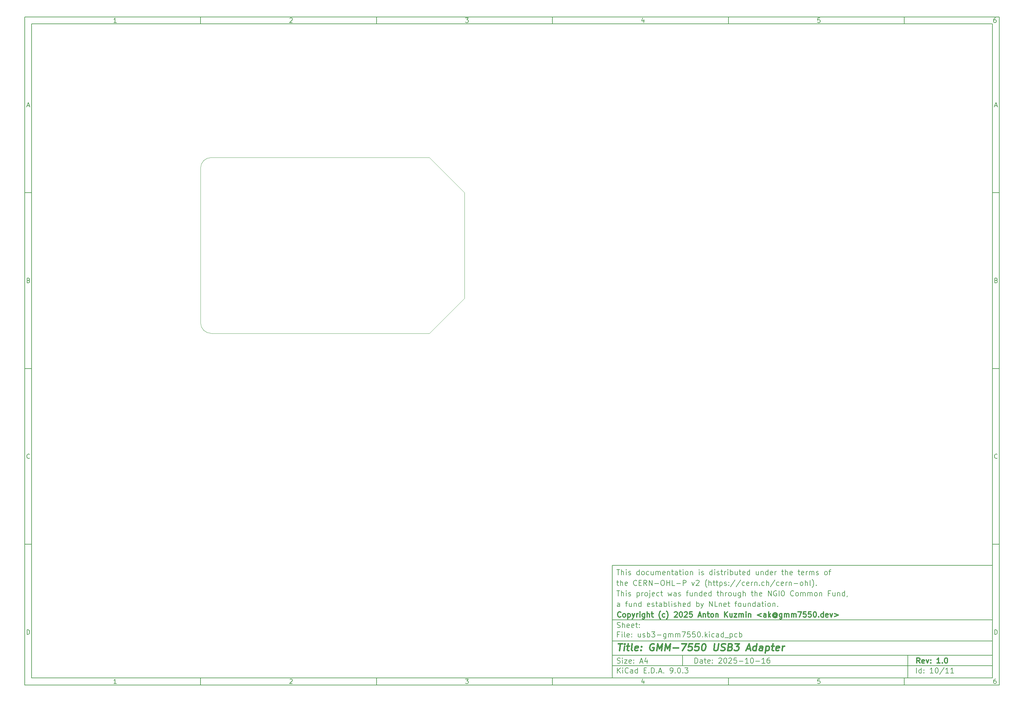
<source format=gbr>
%TF.GenerationSoftware,KiCad,Pcbnew,9.0.3*%
%TF.CreationDate,2025-10-16T10:39:48+02:00*%
%TF.ProjectId,usb3-gmm7550,75736233-2d67-46d6-9d37-3535302e6b69,1.0*%
%TF.SameCoordinates,Original*%
%TF.FileFunction,Profile,NP*%
%FSLAX46Y46*%
G04 Gerber Fmt 4.6, Leading zero omitted, Abs format (unit mm)*
G04 Created by KiCad (PCBNEW 9.0.3) date 2025-10-16 10:39:48*
%MOMM*%
%LPD*%
G01*
G04 APERTURE LIST*
%ADD10C,0.100000*%
%ADD11C,0.150000*%
%ADD12C,0.300000*%
%ADD13C,0.400000*%
%TA.AperFunction,Profile*%
%ADD14C,0.100000*%
%TD*%
G04 APERTURE END LIST*
D10*
D11*
X177002200Y-166007200D02*
X285002200Y-166007200D01*
X285002200Y-198007200D01*
X177002200Y-198007200D01*
X177002200Y-166007200D01*
D10*
D11*
X10000000Y-10000000D02*
X287002200Y-10000000D01*
X287002200Y-200007200D01*
X10000000Y-200007200D01*
X10000000Y-10000000D01*
D10*
D11*
X12000000Y-12000000D02*
X285002200Y-12000000D01*
X285002200Y-198007200D01*
X12000000Y-198007200D01*
X12000000Y-12000000D01*
D10*
D11*
X60000000Y-12000000D02*
X60000000Y-10000000D01*
D10*
D11*
X110000000Y-12000000D02*
X110000000Y-10000000D01*
D10*
D11*
X160000000Y-12000000D02*
X160000000Y-10000000D01*
D10*
D11*
X210000000Y-12000000D02*
X210000000Y-10000000D01*
D10*
D11*
X260000000Y-12000000D02*
X260000000Y-10000000D01*
D10*
D11*
X36089160Y-11593604D02*
X35346303Y-11593604D01*
X35717731Y-11593604D02*
X35717731Y-10293604D01*
X35717731Y-10293604D02*
X35593922Y-10479319D01*
X35593922Y-10479319D02*
X35470112Y-10603128D01*
X35470112Y-10603128D02*
X35346303Y-10665033D01*
D10*
D11*
X85346303Y-10417414D02*
X85408207Y-10355509D01*
X85408207Y-10355509D02*
X85532017Y-10293604D01*
X85532017Y-10293604D02*
X85841541Y-10293604D01*
X85841541Y-10293604D02*
X85965350Y-10355509D01*
X85965350Y-10355509D02*
X86027255Y-10417414D01*
X86027255Y-10417414D02*
X86089160Y-10541223D01*
X86089160Y-10541223D02*
X86089160Y-10665033D01*
X86089160Y-10665033D02*
X86027255Y-10850747D01*
X86027255Y-10850747D02*
X85284398Y-11593604D01*
X85284398Y-11593604D02*
X86089160Y-11593604D01*
D10*
D11*
X135284398Y-10293604D02*
X136089160Y-10293604D01*
X136089160Y-10293604D02*
X135655826Y-10788842D01*
X135655826Y-10788842D02*
X135841541Y-10788842D01*
X135841541Y-10788842D02*
X135965350Y-10850747D01*
X135965350Y-10850747D02*
X136027255Y-10912652D01*
X136027255Y-10912652D02*
X136089160Y-11036461D01*
X136089160Y-11036461D02*
X136089160Y-11345985D01*
X136089160Y-11345985D02*
X136027255Y-11469795D01*
X136027255Y-11469795D02*
X135965350Y-11531700D01*
X135965350Y-11531700D02*
X135841541Y-11593604D01*
X135841541Y-11593604D02*
X135470112Y-11593604D01*
X135470112Y-11593604D02*
X135346303Y-11531700D01*
X135346303Y-11531700D02*
X135284398Y-11469795D01*
D10*
D11*
X185965350Y-10726938D02*
X185965350Y-11593604D01*
X185655826Y-10231700D02*
X185346303Y-11160271D01*
X185346303Y-11160271D02*
X186151064Y-11160271D01*
D10*
D11*
X236027255Y-10293604D02*
X235408207Y-10293604D01*
X235408207Y-10293604D02*
X235346303Y-10912652D01*
X235346303Y-10912652D02*
X235408207Y-10850747D01*
X235408207Y-10850747D02*
X235532017Y-10788842D01*
X235532017Y-10788842D02*
X235841541Y-10788842D01*
X235841541Y-10788842D02*
X235965350Y-10850747D01*
X235965350Y-10850747D02*
X236027255Y-10912652D01*
X236027255Y-10912652D02*
X236089160Y-11036461D01*
X236089160Y-11036461D02*
X236089160Y-11345985D01*
X236089160Y-11345985D02*
X236027255Y-11469795D01*
X236027255Y-11469795D02*
X235965350Y-11531700D01*
X235965350Y-11531700D02*
X235841541Y-11593604D01*
X235841541Y-11593604D02*
X235532017Y-11593604D01*
X235532017Y-11593604D02*
X235408207Y-11531700D01*
X235408207Y-11531700D02*
X235346303Y-11469795D01*
D10*
D11*
X285965350Y-10293604D02*
X285717731Y-10293604D01*
X285717731Y-10293604D02*
X285593922Y-10355509D01*
X285593922Y-10355509D02*
X285532017Y-10417414D01*
X285532017Y-10417414D02*
X285408207Y-10603128D01*
X285408207Y-10603128D02*
X285346303Y-10850747D01*
X285346303Y-10850747D02*
X285346303Y-11345985D01*
X285346303Y-11345985D02*
X285408207Y-11469795D01*
X285408207Y-11469795D02*
X285470112Y-11531700D01*
X285470112Y-11531700D02*
X285593922Y-11593604D01*
X285593922Y-11593604D02*
X285841541Y-11593604D01*
X285841541Y-11593604D02*
X285965350Y-11531700D01*
X285965350Y-11531700D02*
X286027255Y-11469795D01*
X286027255Y-11469795D02*
X286089160Y-11345985D01*
X286089160Y-11345985D02*
X286089160Y-11036461D01*
X286089160Y-11036461D02*
X286027255Y-10912652D01*
X286027255Y-10912652D02*
X285965350Y-10850747D01*
X285965350Y-10850747D02*
X285841541Y-10788842D01*
X285841541Y-10788842D02*
X285593922Y-10788842D01*
X285593922Y-10788842D02*
X285470112Y-10850747D01*
X285470112Y-10850747D02*
X285408207Y-10912652D01*
X285408207Y-10912652D02*
X285346303Y-11036461D01*
D10*
D11*
X60000000Y-198007200D02*
X60000000Y-200007200D01*
D10*
D11*
X110000000Y-198007200D02*
X110000000Y-200007200D01*
D10*
D11*
X160000000Y-198007200D02*
X160000000Y-200007200D01*
D10*
D11*
X210000000Y-198007200D02*
X210000000Y-200007200D01*
D10*
D11*
X260000000Y-198007200D02*
X260000000Y-200007200D01*
D10*
D11*
X36089160Y-199600804D02*
X35346303Y-199600804D01*
X35717731Y-199600804D02*
X35717731Y-198300804D01*
X35717731Y-198300804D02*
X35593922Y-198486519D01*
X35593922Y-198486519D02*
X35470112Y-198610328D01*
X35470112Y-198610328D02*
X35346303Y-198672233D01*
D10*
D11*
X85346303Y-198424614D02*
X85408207Y-198362709D01*
X85408207Y-198362709D02*
X85532017Y-198300804D01*
X85532017Y-198300804D02*
X85841541Y-198300804D01*
X85841541Y-198300804D02*
X85965350Y-198362709D01*
X85965350Y-198362709D02*
X86027255Y-198424614D01*
X86027255Y-198424614D02*
X86089160Y-198548423D01*
X86089160Y-198548423D02*
X86089160Y-198672233D01*
X86089160Y-198672233D02*
X86027255Y-198857947D01*
X86027255Y-198857947D02*
X85284398Y-199600804D01*
X85284398Y-199600804D02*
X86089160Y-199600804D01*
D10*
D11*
X135284398Y-198300804D02*
X136089160Y-198300804D01*
X136089160Y-198300804D02*
X135655826Y-198796042D01*
X135655826Y-198796042D02*
X135841541Y-198796042D01*
X135841541Y-198796042D02*
X135965350Y-198857947D01*
X135965350Y-198857947D02*
X136027255Y-198919852D01*
X136027255Y-198919852D02*
X136089160Y-199043661D01*
X136089160Y-199043661D02*
X136089160Y-199353185D01*
X136089160Y-199353185D02*
X136027255Y-199476995D01*
X136027255Y-199476995D02*
X135965350Y-199538900D01*
X135965350Y-199538900D02*
X135841541Y-199600804D01*
X135841541Y-199600804D02*
X135470112Y-199600804D01*
X135470112Y-199600804D02*
X135346303Y-199538900D01*
X135346303Y-199538900D02*
X135284398Y-199476995D01*
D10*
D11*
X185965350Y-198734138D02*
X185965350Y-199600804D01*
X185655826Y-198238900D02*
X185346303Y-199167471D01*
X185346303Y-199167471D02*
X186151064Y-199167471D01*
D10*
D11*
X236027255Y-198300804D02*
X235408207Y-198300804D01*
X235408207Y-198300804D02*
X235346303Y-198919852D01*
X235346303Y-198919852D02*
X235408207Y-198857947D01*
X235408207Y-198857947D02*
X235532017Y-198796042D01*
X235532017Y-198796042D02*
X235841541Y-198796042D01*
X235841541Y-198796042D02*
X235965350Y-198857947D01*
X235965350Y-198857947D02*
X236027255Y-198919852D01*
X236027255Y-198919852D02*
X236089160Y-199043661D01*
X236089160Y-199043661D02*
X236089160Y-199353185D01*
X236089160Y-199353185D02*
X236027255Y-199476995D01*
X236027255Y-199476995D02*
X235965350Y-199538900D01*
X235965350Y-199538900D02*
X235841541Y-199600804D01*
X235841541Y-199600804D02*
X235532017Y-199600804D01*
X235532017Y-199600804D02*
X235408207Y-199538900D01*
X235408207Y-199538900D02*
X235346303Y-199476995D01*
D10*
D11*
X285965350Y-198300804D02*
X285717731Y-198300804D01*
X285717731Y-198300804D02*
X285593922Y-198362709D01*
X285593922Y-198362709D02*
X285532017Y-198424614D01*
X285532017Y-198424614D02*
X285408207Y-198610328D01*
X285408207Y-198610328D02*
X285346303Y-198857947D01*
X285346303Y-198857947D02*
X285346303Y-199353185D01*
X285346303Y-199353185D02*
X285408207Y-199476995D01*
X285408207Y-199476995D02*
X285470112Y-199538900D01*
X285470112Y-199538900D02*
X285593922Y-199600804D01*
X285593922Y-199600804D02*
X285841541Y-199600804D01*
X285841541Y-199600804D02*
X285965350Y-199538900D01*
X285965350Y-199538900D02*
X286027255Y-199476995D01*
X286027255Y-199476995D02*
X286089160Y-199353185D01*
X286089160Y-199353185D02*
X286089160Y-199043661D01*
X286089160Y-199043661D02*
X286027255Y-198919852D01*
X286027255Y-198919852D02*
X285965350Y-198857947D01*
X285965350Y-198857947D02*
X285841541Y-198796042D01*
X285841541Y-198796042D02*
X285593922Y-198796042D01*
X285593922Y-198796042D02*
X285470112Y-198857947D01*
X285470112Y-198857947D02*
X285408207Y-198919852D01*
X285408207Y-198919852D02*
X285346303Y-199043661D01*
D10*
D11*
X10000000Y-60000000D02*
X12000000Y-60000000D01*
D10*
D11*
X10000000Y-110000000D02*
X12000000Y-110000000D01*
D10*
D11*
X10000000Y-160000000D02*
X12000000Y-160000000D01*
D10*
D11*
X10690476Y-35222176D02*
X11309523Y-35222176D01*
X10566666Y-35593604D02*
X10999999Y-34293604D01*
X10999999Y-34293604D02*
X11433333Y-35593604D01*
D10*
D11*
X11092857Y-84912652D02*
X11278571Y-84974557D01*
X11278571Y-84974557D02*
X11340476Y-85036461D01*
X11340476Y-85036461D02*
X11402380Y-85160271D01*
X11402380Y-85160271D02*
X11402380Y-85345985D01*
X11402380Y-85345985D02*
X11340476Y-85469795D01*
X11340476Y-85469795D02*
X11278571Y-85531700D01*
X11278571Y-85531700D02*
X11154761Y-85593604D01*
X11154761Y-85593604D02*
X10659523Y-85593604D01*
X10659523Y-85593604D02*
X10659523Y-84293604D01*
X10659523Y-84293604D02*
X11092857Y-84293604D01*
X11092857Y-84293604D02*
X11216666Y-84355509D01*
X11216666Y-84355509D02*
X11278571Y-84417414D01*
X11278571Y-84417414D02*
X11340476Y-84541223D01*
X11340476Y-84541223D02*
X11340476Y-84665033D01*
X11340476Y-84665033D02*
X11278571Y-84788842D01*
X11278571Y-84788842D02*
X11216666Y-84850747D01*
X11216666Y-84850747D02*
X11092857Y-84912652D01*
X11092857Y-84912652D02*
X10659523Y-84912652D01*
D10*
D11*
X11402380Y-135469795D02*
X11340476Y-135531700D01*
X11340476Y-135531700D02*
X11154761Y-135593604D01*
X11154761Y-135593604D02*
X11030952Y-135593604D01*
X11030952Y-135593604D02*
X10845238Y-135531700D01*
X10845238Y-135531700D02*
X10721428Y-135407890D01*
X10721428Y-135407890D02*
X10659523Y-135284080D01*
X10659523Y-135284080D02*
X10597619Y-135036461D01*
X10597619Y-135036461D02*
X10597619Y-134850747D01*
X10597619Y-134850747D02*
X10659523Y-134603128D01*
X10659523Y-134603128D02*
X10721428Y-134479319D01*
X10721428Y-134479319D02*
X10845238Y-134355509D01*
X10845238Y-134355509D02*
X11030952Y-134293604D01*
X11030952Y-134293604D02*
X11154761Y-134293604D01*
X11154761Y-134293604D02*
X11340476Y-134355509D01*
X11340476Y-134355509D02*
X11402380Y-134417414D01*
D10*
D11*
X10659523Y-185593604D02*
X10659523Y-184293604D01*
X10659523Y-184293604D02*
X10969047Y-184293604D01*
X10969047Y-184293604D02*
X11154761Y-184355509D01*
X11154761Y-184355509D02*
X11278571Y-184479319D01*
X11278571Y-184479319D02*
X11340476Y-184603128D01*
X11340476Y-184603128D02*
X11402380Y-184850747D01*
X11402380Y-184850747D02*
X11402380Y-185036461D01*
X11402380Y-185036461D02*
X11340476Y-185284080D01*
X11340476Y-185284080D02*
X11278571Y-185407890D01*
X11278571Y-185407890D02*
X11154761Y-185531700D01*
X11154761Y-185531700D02*
X10969047Y-185593604D01*
X10969047Y-185593604D02*
X10659523Y-185593604D01*
D10*
D11*
X287002200Y-60000000D02*
X285002200Y-60000000D01*
D10*
D11*
X287002200Y-110000000D02*
X285002200Y-110000000D01*
D10*
D11*
X287002200Y-160000000D02*
X285002200Y-160000000D01*
D10*
D11*
X285692676Y-35222176D02*
X286311723Y-35222176D01*
X285568866Y-35593604D02*
X286002199Y-34293604D01*
X286002199Y-34293604D02*
X286435533Y-35593604D01*
D10*
D11*
X286095057Y-84912652D02*
X286280771Y-84974557D01*
X286280771Y-84974557D02*
X286342676Y-85036461D01*
X286342676Y-85036461D02*
X286404580Y-85160271D01*
X286404580Y-85160271D02*
X286404580Y-85345985D01*
X286404580Y-85345985D02*
X286342676Y-85469795D01*
X286342676Y-85469795D02*
X286280771Y-85531700D01*
X286280771Y-85531700D02*
X286156961Y-85593604D01*
X286156961Y-85593604D02*
X285661723Y-85593604D01*
X285661723Y-85593604D02*
X285661723Y-84293604D01*
X285661723Y-84293604D02*
X286095057Y-84293604D01*
X286095057Y-84293604D02*
X286218866Y-84355509D01*
X286218866Y-84355509D02*
X286280771Y-84417414D01*
X286280771Y-84417414D02*
X286342676Y-84541223D01*
X286342676Y-84541223D02*
X286342676Y-84665033D01*
X286342676Y-84665033D02*
X286280771Y-84788842D01*
X286280771Y-84788842D02*
X286218866Y-84850747D01*
X286218866Y-84850747D02*
X286095057Y-84912652D01*
X286095057Y-84912652D02*
X285661723Y-84912652D01*
D10*
D11*
X286404580Y-135469795D02*
X286342676Y-135531700D01*
X286342676Y-135531700D02*
X286156961Y-135593604D01*
X286156961Y-135593604D02*
X286033152Y-135593604D01*
X286033152Y-135593604D02*
X285847438Y-135531700D01*
X285847438Y-135531700D02*
X285723628Y-135407890D01*
X285723628Y-135407890D02*
X285661723Y-135284080D01*
X285661723Y-135284080D02*
X285599819Y-135036461D01*
X285599819Y-135036461D02*
X285599819Y-134850747D01*
X285599819Y-134850747D02*
X285661723Y-134603128D01*
X285661723Y-134603128D02*
X285723628Y-134479319D01*
X285723628Y-134479319D02*
X285847438Y-134355509D01*
X285847438Y-134355509D02*
X286033152Y-134293604D01*
X286033152Y-134293604D02*
X286156961Y-134293604D01*
X286156961Y-134293604D02*
X286342676Y-134355509D01*
X286342676Y-134355509D02*
X286404580Y-134417414D01*
D10*
D11*
X285661723Y-185593604D02*
X285661723Y-184293604D01*
X285661723Y-184293604D02*
X285971247Y-184293604D01*
X285971247Y-184293604D02*
X286156961Y-184355509D01*
X286156961Y-184355509D02*
X286280771Y-184479319D01*
X286280771Y-184479319D02*
X286342676Y-184603128D01*
X286342676Y-184603128D02*
X286404580Y-184850747D01*
X286404580Y-184850747D02*
X286404580Y-185036461D01*
X286404580Y-185036461D02*
X286342676Y-185284080D01*
X286342676Y-185284080D02*
X286280771Y-185407890D01*
X286280771Y-185407890D02*
X286156961Y-185531700D01*
X286156961Y-185531700D02*
X285971247Y-185593604D01*
X285971247Y-185593604D02*
X285661723Y-185593604D01*
D10*
D11*
X200458026Y-193793328D02*
X200458026Y-192293328D01*
X200458026Y-192293328D02*
X200815169Y-192293328D01*
X200815169Y-192293328D02*
X201029455Y-192364757D01*
X201029455Y-192364757D02*
X201172312Y-192507614D01*
X201172312Y-192507614D02*
X201243741Y-192650471D01*
X201243741Y-192650471D02*
X201315169Y-192936185D01*
X201315169Y-192936185D02*
X201315169Y-193150471D01*
X201315169Y-193150471D02*
X201243741Y-193436185D01*
X201243741Y-193436185D02*
X201172312Y-193579042D01*
X201172312Y-193579042D02*
X201029455Y-193721900D01*
X201029455Y-193721900D02*
X200815169Y-193793328D01*
X200815169Y-193793328D02*
X200458026Y-193793328D01*
X202600884Y-193793328D02*
X202600884Y-193007614D01*
X202600884Y-193007614D02*
X202529455Y-192864757D01*
X202529455Y-192864757D02*
X202386598Y-192793328D01*
X202386598Y-192793328D02*
X202100884Y-192793328D01*
X202100884Y-192793328D02*
X201958026Y-192864757D01*
X202600884Y-193721900D02*
X202458026Y-193793328D01*
X202458026Y-193793328D02*
X202100884Y-193793328D01*
X202100884Y-193793328D02*
X201958026Y-193721900D01*
X201958026Y-193721900D02*
X201886598Y-193579042D01*
X201886598Y-193579042D02*
X201886598Y-193436185D01*
X201886598Y-193436185D02*
X201958026Y-193293328D01*
X201958026Y-193293328D02*
X202100884Y-193221900D01*
X202100884Y-193221900D02*
X202458026Y-193221900D01*
X202458026Y-193221900D02*
X202600884Y-193150471D01*
X203100884Y-192793328D02*
X203672312Y-192793328D01*
X203315169Y-192293328D02*
X203315169Y-193579042D01*
X203315169Y-193579042D02*
X203386598Y-193721900D01*
X203386598Y-193721900D02*
X203529455Y-193793328D01*
X203529455Y-193793328D02*
X203672312Y-193793328D01*
X204743741Y-193721900D02*
X204600884Y-193793328D01*
X204600884Y-193793328D02*
X204315170Y-193793328D01*
X204315170Y-193793328D02*
X204172312Y-193721900D01*
X204172312Y-193721900D02*
X204100884Y-193579042D01*
X204100884Y-193579042D02*
X204100884Y-193007614D01*
X204100884Y-193007614D02*
X204172312Y-192864757D01*
X204172312Y-192864757D02*
X204315170Y-192793328D01*
X204315170Y-192793328D02*
X204600884Y-192793328D01*
X204600884Y-192793328D02*
X204743741Y-192864757D01*
X204743741Y-192864757D02*
X204815170Y-193007614D01*
X204815170Y-193007614D02*
X204815170Y-193150471D01*
X204815170Y-193150471D02*
X204100884Y-193293328D01*
X205458026Y-193650471D02*
X205529455Y-193721900D01*
X205529455Y-193721900D02*
X205458026Y-193793328D01*
X205458026Y-193793328D02*
X205386598Y-193721900D01*
X205386598Y-193721900D02*
X205458026Y-193650471D01*
X205458026Y-193650471D02*
X205458026Y-193793328D01*
X205458026Y-192864757D02*
X205529455Y-192936185D01*
X205529455Y-192936185D02*
X205458026Y-193007614D01*
X205458026Y-193007614D02*
X205386598Y-192936185D01*
X205386598Y-192936185D02*
X205458026Y-192864757D01*
X205458026Y-192864757D02*
X205458026Y-193007614D01*
X207243741Y-192436185D02*
X207315169Y-192364757D01*
X207315169Y-192364757D02*
X207458027Y-192293328D01*
X207458027Y-192293328D02*
X207815169Y-192293328D01*
X207815169Y-192293328D02*
X207958027Y-192364757D01*
X207958027Y-192364757D02*
X208029455Y-192436185D01*
X208029455Y-192436185D02*
X208100884Y-192579042D01*
X208100884Y-192579042D02*
X208100884Y-192721900D01*
X208100884Y-192721900D02*
X208029455Y-192936185D01*
X208029455Y-192936185D02*
X207172312Y-193793328D01*
X207172312Y-193793328D02*
X208100884Y-193793328D01*
X209029455Y-192293328D02*
X209172312Y-192293328D01*
X209172312Y-192293328D02*
X209315169Y-192364757D01*
X209315169Y-192364757D02*
X209386598Y-192436185D01*
X209386598Y-192436185D02*
X209458026Y-192579042D01*
X209458026Y-192579042D02*
X209529455Y-192864757D01*
X209529455Y-192864757D02*
X209529455Y-193221900D01*
X209529455Y-193221900D02*
X209458026Y-193507614D01*
X209458026Y-193507614D02*
X209386598Y-193650471D01*
X209386598Y-193650471D02*
X209315169Y-193721900D01*
X209315169Y-193721900D02*
X209172312Y-193793328D01*
X209172312Y-193793328D02*
X209029455Y-193793328D01*
X209029455Y-193793328D02*
X208886598Y-193721900D01*
X208886598Y-193721900D02*
X208815169Y-193650471D01*
X208815169Y-193650471D02*
X208743740Y-193507614D01*
X208743740Y-193507614D02*
X208672312Y-193221900D01*
X208672312Y-193221900D02*
X208672312Y-192864757D01*
X208672312Y-192864757D02*
X208743740Y-192579042D01*
X208743740Y-192579042D02*
X208815169Y-192436185D01*
X208815169Y-192436185D02*
X208886598Y-192364757D01*
X208886598Y-192364757D02*
X209029455Y-192293328D01*
X210100883Y-192436185D02*
X210172311Y-192364757D01*
X210172311Y-192364757D02*
X210315169Y-192293328D01*
X210315169Y-192293328D02*
X210672311Y-192293328D01*
X210672311Y-192293328D02*
X210815169Y-192364757D01*
X210815169Y-192364757D02*
X210886597Y-192436185D01*
X210886597Y-192436185D02*
X210958026Y-192579042D01*
X210958026Y-192579042D02*
X210958026Y-192721900D01*
X210958026Y-192721900D02*
X210886597Y-192936185D01*
X210886597Y-192936185D02*
X210029454Y-193793328D01*
X210029454Y-193793328D02*
X210958026Y-193793328D01*
X212315168Y-192293328D02*
X211600882Y-192293328D01*
X211600882Y-192293328D02*
X211529454Y-193007614D01*
X211529454Y-193007614D02*
X211600882Y-192936185D01*
X211600882Y-192936185D02*
X211743740Y-192864757D01*
X211743740Y-192864757D02*
X212100882Y-192864757D01*
X212100882Y-192864757D02*
X212243740Y-192936185D01*
X212243740Y-192936185D02*
X212315168Y-193007614D01*
X212315168Y-193007614D02*
X212386597Y-193150471D01*
X212386597Y-193150471D02*
X212386597Y-193507614D01*
X212386597Y-193507614D02*
X212315168Y-193650471D01*
X212315168Y-193650471D02*
X212243740Y-193721900D01*
X212243740Y-193721900D02*
X212100882Y-193793328D01*
X212100882Y-193793328D02*
X211743740Y-193793328D01*
X211743740Y-193793328D02*
X211600882Y-193721900D01*
X211600882Y-193721900D02*
X211529454Y-193650471D01*
X213029453Y-193221900D02*
X214172311Y-193221900D01*
X215672311Y-193793328D02*
X214815168Y-193793328D01*
X215243739Y-193793328D02*
X215243739Y-192293328D01*
X215243739Y-192293328D02*
X215100882Y-192507614D01*
X215100882Y-192507614D02*
X214958025Y-192650471D01*
X214958025Y-192650471D02*
X214815168Y-192721900D01*
X216600882Y-192293328D02*
X216743739Y-192293328D01*
X216743739Y-192293328D02*
X216886596Y-192364757D01*
X216886596Y-192364757D02*
X216958025Y-192436185D01*
X216958025Y-192436185D02*
X217029453Y-192579042D01*
X217029453Y-192579042D02*
X217100882Y-192864757D01*
X217100882Y-192864757D02*
X217100882Y-193221900D01*
X217100882Y-193221900D02*
X217029453Y-193507614D01*
X217029453Y-193507614D02*
X216958025Y-193650471D01*
X216958025Y-193650471D02*
X216886596Y-193721900D01*
X216886596Y-193721900D02*
X216743739Y-193793328D01*
X216743739Y-193793328D02*
X216600882Y-193793328D01*
X216600882Y-193793328D02*
X216458025Y-193721900D01*
X216458025Y-193721900D02*
X216386596Y-193650471D01*
X216386596Y-193650471D02*
X216315167Y-193507614D01*
X216315167Y-193507614D02*
X216243739Y-193221900D01*
X216243739Y-193221900D02*
X216243739Y-192864757D01*
X216243739Y-192864757D02*
X216315167Y-192579042D01*
X216315167Y-192579042D02*
X216386596Y-192436185D01*
X216386596Y-192436185D02*
X216458025Y-192364757D01*
X216458025Y-192364757D02*
X216600882Y-192293328D01*
X217743738Y-193221900D02*
X218886596Y-193221900D01*
X220386596Y-193793328D02*
X219529453Y-193793328D01*
X219958024Y-193793328D02*
X219958024Y-192293328D01*
X219958024Y-192293328D02*
X219815167Y-192507614D01*
X219815167Y-192507614D02*
X219672310Y-192650471D01*
X219672310Y-192650471D02*
X219529453Y-192721900D01*
X221672310Y-192293328D02*
X221386595Y-192293328D01*
X221386595Y-192293328D02*
X221243738Y-192364757D01*
X221243738Y-192364757D02*
X221172310Y-192436185D01*
X221172310Y-192436185D02*
X221029452Y-192650471D01*
X221029452Y-192650471D02*
X220958024Y-192936185D01*
X220958024Y-192936185D02*
X220958024Y-193507614D01*
X220958024Y-193507614D02*
X221029452Y-193650471D01*
X221029452Y-193650471D02*
X221100881Y-193721900D01*
X221100881Y-193721900D02*
X221243738Y-193793328D01*
X221243738Y-193793328D02*
X221529452Y-193793328D01*
X221529452Y-193793328D02*
X221672310Y-193721900D01*
X221672310Y-193721900D02*
X221743738Y-193650471D01*
X221743738Y-193650471D02*
X221815167Y-193507614D01*
X221815167Y-193507614D02*
X221815167Y-193150471D01*
X221815167Y-193150471D02*
X221743738Y-193007614D01*
X221743738Y-193007614D02*
X221672310Y-192936185D01*
X221672310Y-192936185D02*
X221529452Y-192864757D01*
X221529452Y-192864757D02*
X221243738Y-192864757D01*
X221243738Y-192864757D02*
X221100881Y-192936185D01*
X221100881Y-192936185D02*
X221029452Y-193007614D01*
X221029452Y-193007614D02*
X220958024Y-193150471D01*
D10*
D11*
X177002200Y-194507200D02*
X285002200Y-194507200D01*
D10*
D11*
X178458026Y-196593328D02*
X178458026Y-195093328D01*
X179315169Y-196593328D02*
X178672312Y-195736185D01*
X179315169Y-195093328D02*
X178458026Y-195950471D01*
X179958026Y-196593328D02*
X179958026Y-195593328D01*
X179958026Y-195093328D02*
X179886598Y-195164757D01*
X179886598Y-195164757D02*
X179958026Y-195236185D01*
X179958026Y-195236185D02*
X180029455Y-195164757D01*
X180029455Y-195164757D02*
X179958026Y-195093328D01*
X179958026Y-195093328D02*
X179958026Y-195236185D01*
X181529455Y-196450471D02*
X181458027Y-196521900D01*
X181458027Y-196521900D02*
X181243741Y-196593328D01*
X181243741Y-196593328D02*
X181100884Y-196593328D01*
X181100884Y-196593328D02*
X180886598Y-196521900D01*
X180886598Y-196521900D02*
X180743741Y-196379042D01*
X180743741Y-196379042D02*
X180672312Y-196236185D01*
X180672312Y-196236185D02*
X180600884Y-195950471D01*
X180600884Y-195950471D02*
X180600884Y-195736185D01*
X180600884Y-195736185D02*
X180672312Y-195450471D01*
X180672312Y-195450471D02*
X180743741Y-195307614D01*
X180743741Y-195307614D02*
X180886598Y-195164757D01*
X180886598Y-195164757D02*
X181100884Y-195093328D01*
X181100884Y-195093328D02*
X181243741Y-195093328D01*
X181243741Y-195093328D02*
X181458027Y-195164757D01*
X181458027Y-195164757D02*
X181529455Y-195236185D01*
X182815170Y-196593328D02*
X182815170Y-195807614D01*
X182815170Y-195807614D02*
X182743741Y-195664757D01*
X182743741Y-195664757D02*
X182600884Y-195593328D01*
X182600884Y-195593328D02*
X182315170Y-195593328D01*
X182315170Y-195593328D02*
X182172312Y-195664757D01*
X182815170Y-196521900D02*
X182672312Y-196593328D01*
X182672312Y-196593328D02*
X182315170Y-196593328D01*
X182315170Y-196593328D02*
X182172312Y-196521900D01*
X182172312Y-196521900D02*
X182100884Y-196379042D01*
X182100884Y-196379042D02*
X182100884Y-196236185D01*
X182100884Y-196236185D02*
X182172312Y-196093328D01*
X182172312Y-196093328D02*
X182315170Y-196021900D01*
X182315170Y-196021900D02*
X182672312Y-196021900D01*
X182672312Y-196021900D02*
X182815170Y-195950471D01*
X184172313Y-196593328D02*
X184172313Y-195093328D01*
X184172313Y-196521900D02*
X184029455Y-196593328D01*
X184029455Y-196593328D02*
X183743741Y-196593328D01*
X183743741Y-196593328D02*
X183600884Y-196521900D01*
X183600884Y-196521900D02*
X183529455Y-196450471D01*
X183529455Y-196450471D02*
X183458027Y-196307614D01*
X183458027Y-196307614D02*
X183458027Y-195879042D01*
X183458027Y-195879042D02*
X183529455Y-195736185D01*
X183529455Y-195736185D02*
X183600884Y-195664757D01*
X183600884Y-195664757D02*
X183743741Y-195593328D01*
X183743741Y-195593328D02*
X184029455Y-195593328D01*
X184029455Y-195593328D02*
X184172313Y-195664757D01*
X186029455Y-195807614D02*
X186529455Y-195807614D01*
X186743741Y-196593328D02*
X186029455Y-196593328D01*
X186029455Y-196593328D02*
X186029455Y-195093328D01*
X186029455Y-195093328D02*
X186743741Y-195093328D01*
X187386598Y-196450471D02*
X187458027Y-196521900D01*
X187458027Y-196521900D02*
X187386598Y-196593328D01*
X187386598Y-196593328D02*
X187315170Y-196521900D01*
X187315170Y-196521900D02*
X187386598Y-196450471D01*
X187386598Y-196450471D02*
X187386598Y-196593328D01*
X188100884Y-196593328D02*
X188100884Y-195093328D01*
X188100884Y-195093328D02*
X188458027Y-195093328D01*
X188458027Y-195093328D02*
X188672313Y-195164757D01*
X188672313Y-195164757D02*
X188815170Y-195307614D01*
X188815170Y-195307614D02*
X188886599Y-195450471D01*
X188886599Y-195450471D02*
X188958027Y-195736185D01*
X188958027Y-195736185D02*
X188958027Y-195950471D01*
X188958027Y-195950471D02*
X188886599Y-196236185D01*
X188886599Y-196236185D02*
X188815170Y-196379042D01*
X188815170Y-196379042D02*
X188672313Y-196521900D01*
X188672313Y-196521900D02*
X188458027Y-196593328D01*
X188458027Y-196593328D02*
X188100884Y-196593328D01*
X189600884Y-196450471D02*
X189672313Y-196521900D01*
X189672313Y-196521900D02*
X189600884Y-196593328D01*
X189600884Y-196593328D02*
X189529456Y-196521900D01*
X189529456Y-196521900D02*
X189600884Y-196450471D01*
X189600884Y-196450471D02*
X189600884Y-196593328D01*
X190243742Y-196164757D02*
X190958028Y-196164757D01*
X190100885Y-196593328D02*
X190600885Y-195093328D01*
X190600885Y-195093328D02*
X191100885Y-196593328D01*
X191600884Y-196450471D02*
X191672313Y-196521900D01*
X191672313Y-196521900D02*
X191600884Y-196593328D01*
X191600884Y-196593328D02*
X191529456Y-196521900D01*
X191529456Y-196521900D02*
X191600884Y-196450471D01*
X191600884Y-196450471D02*
X191600884Y-196593328D01*
X193529456Y-196593328D02*
X193815170Y-196593328D01*
X193815170Y-196593328D02*
X193958027Y-196521900D01*
X193958027Y-196521900D02*
X194029456Y-196450471D01*
X194029456Y-196450471D02*
X194172313Y-196236185D01*
X194172313Y-196236185D02*
X194243742Y-195950471D01*
X194243742Y-195950471D02*
X194243742Y-195379042D01*
X194243742Y-195379042D02*
X194172313Y-195236185D01*
X194172313Y-195236185D02*
X194100885Y-195164757D01*
X194100885Y-195164757D02*
X193958027Y-195093328D01*
X193958027Y-195093328D02*
X193672313Y-195093328D01*
X193672313Y-195093328D02*
X193529456Y-195164757D01*
X193529456Y-195164757D02*
X193458027Y-195236185D01*
X193458027Y-195236185D02*
X193386599Y-195379042D01*
X193386599Y-195379042D02*
X193386599Y-195736185D01*
X193386599Y-195736185D02*
X193458027Y-195879042D01*
X193458027Y-195879042D02*
X193529456Y-195950471D01*
X193529456Y-195950471D02*
X193672313Y-196021900D01*
X193672313Y-196021900D02*
X193958027Y-196021900D01*
X193958027Y-196021900D02*
X194100885Y-195950471D01*
X194100885Y-195950471D02*
X194172313Y-195879042D01*
X194172313Y-195879042D02*
X194243742Y-195736185D01*
X194886598Y-196450471D02*
X194958027Y-196521900D01*
X194958027Y-196521900D02*
X194886598Y-196593328D01*
X194886598Y-196593328D02*
X194815170Y-196521900D01*
X194815170Y-196521900D02*
X194886598Y-196450471D01*
X194886598Y-196450471D02*
X194886598Y-196593328D01*
X195886599Y-195093328D02*
X196029456Y-195093328D01*
X196029456Y-195093328D02*
X196172313Y-195164757D01*
X196172313Y-195164757D02*
X196243742Y-195236185D01*
X196243742Y-195236185D02*
X196315170Y-195379042D01*
X196315170Y-195379042D02*
X196386599Y-195664757D01*
X196386599Y-195664757D02*
X196386599Y-196021900D01*
X196386599Y-196021900D02*
X196315170Y-196307614D01*
X196315170Y-196307614D02*
X196243742Y-196450471D01*
X196243742Y-196450471D02*
X196172313Y-196521900D01*
X196172313Y-196521900D02*
X196029456Y-196593328D01*
X196029456Y-196593328D02*
X195886599Y-196593328D01*
X195886599Y-196593328D02*
X195743742Y-196521900D01*
X195743742Y-196521900D02*
X195672313Y-196450471D01*
X195672313Y-196450471D02*
X195600884Y-196307614D01*
X195600884Y-196307614D02*
X195529456Y-196021900D01*
X195529456Y-196021900D02*
X195529456Y-195664757D01*
X195529456Y-195664757D02*
X195600884Y-195379042D01*
X195600884Y-195379042D02*
X195672313Y-195236185D01*
X195672313Y-195236185D02*
X195743742Y-195164757D01*
X195743742Y-195164757D02*
X195886599Y-195093328D01*
X197029455Y-196450471D02*
X197100884Y-196521900D01*
X197100884Y-196521900D02*
X197029455Y-196593328D01*
X197029455Y-196593328D02*
X196958027Y-196521900D01*
X196958027Y-196521900D02*
X197029455Y-196450471D01*
X197029455Y-196450471D02*
X197029455Y-196593328D01*
X197600884Y-195093328D02*
X198529456Y-195093328D01*
X198529456Y-195093328D02*
X198029456Y-195664757D01*
X198029456Y-195664757D02*
X198243741Y-195664757D01*
X198243741Y-195664757D02*
X198386599Y-195736185D01*
X198386599Y-195736185D02*
X198458027Y-195807614D01*
X198458027Y-195807614D02*
X198529456Y-195950471D01*
X198529456Y-195950471D02*
X198529456Y-196307614D01*
X198529456Y-196307614D02*
X198458027Y-196450471D01*
X198458027Y-196450471D02*
X198386599Y-196521900D01*
X198386599Y-196521900D02*
X198243741Y-196593328D01*
X198243741Y-196593328D02*
X197815170Y-196593328D01*
X197815170Y-196593328D02*
X197672313Y-196521900D01*
X197672313Y-196521900D02*
X197600884Y-196450471D01*
D10*
D11*
X177002200Y-191507200D02*
X285002200Y-191507200D01*
D10*
D12*
X264413853Y-193785528D02*
X263913853Y-193071242D01*
X263556710Y-193785528D02*
X263556710Y-192285528D01*
X263556710Y-192285528D02*
X264128139Y-192285528D01*
X264128139Y-192285528D02*
X264270996Y-192356957D01*
X264270996Y-192356957D02*
X264342425Y-192428385D01*
X264342425Y-192428385D02*
X264413853Y-192571242D01*
X264413853Y-192571242D02*
X264413853Y-192785528D01*
X264413853Y-192785528D02*
X264342425Y-192928385D01*
X264342425Y-192928385D02*
X264270996Y-192999814D01*
X264270996Y-192999814D02*
X264128139Y-193071242D01*
X264128139Y-193071242D02*
X263556710Y-193071242D01*
X265628139Y-193714100D02*
X265485282Y-193785528D01*
X265485282Y-193785528D02*
X265199568Y-193785528D01*
X265199568Y-193785528D02*
X265056710Y-193714100D01*
X265056710Y-193714100D02*
X264985282Y-193571242D01*
X264985282Y-193571242D02*
X264985282Y-192999814D01*
X264985282Y-192999814D02*
X265056710Y-192856957D01*
X265056710Y-192856957D02*
X265199568Y-192785528D01*
X265199568Y-192785528D02*
X265485282Y-192785528D01*
X265485282Y-192785528D02*
X265628139Y-192856957D01*
X265628139Y-192856957D02*
X265699568Y-192999814D01*
X265699568Y-192999814D02*
X265699568Y-193142671D01*
X265699568Y-193142671D02*
X264985282Y-193285528D01*
X266199567Y-192785528D02*
X266556710Y-193785528D01*
X266556710Y-193785528D02*
X266913853Y-192785528D01*
X267485281Y-193642671D02*
X267556710Y-193714100D01*
X267556710Y-193714100D02*
X267485281Y-193785528D01*
X267485281Y-193785528D02*
X267413853Y-193714100D01*
X267413853Y-193714100D02*
X267485281Y-193642671D01*
X267485281Y-193642671D02*
X267485281Y-193785528D01*
X267485281Y-192856957D02*
X267556710Y-192928385D01*
X267556710Y-192928385D02*
X267485281Y-192999814D01*
X267485281Y-192999814D02*
X267413853Y-192928385D01*
X267413853Y-192928385D02*
X267485281Y-192856957D01*
X267485281Y-192856957D02*
X267485281Y-192999814D01*
X270128139Y-193785528D02*
X269270996Y-193785528D01*
X269699567Y-193785528D02*
X269699567Y-192285528D01*
X269699567Y-192285528D02*
X269556710Y-192499814D01*
X269556710Y-192499814D02*
X269413853Y-192642671D01*
X269413853Y-192642671D02*
X269270996Y-192714100D01*
X270770995Y-193642671D02*
X270842424Y-193714100D01*
X270842424Y-193714100D02*
X270770995Y-193785528D01*
X270770995Y-193785528D02*
X270699567Y-193714100D01*
X270699567Y-193714100D02*
X270770995Y-193642671D01*
X270770995Y-193642671D02*
X270770995Y-193785528D01*
X271770996Y-192285528D02*
X271913853Y-192285528D01*
X271913853Y-192285528D02*
X272056710Y-192356957D01*
X272056710Y-192356957D02*
X272128139Y-192428385D01*
X272128139Y-192428385D02*
X272199567Y-192571242D01*
X272199567Y-192571242D02*
X272270996Y-192856957D01*
X272270996Y-192856957D02*
X272270996Y-193214100D01*
X272270996Y-193214100D02*
X272199567Y-193499814D01*
X272199567Y-193499814D02*
X272128139Y-193642671D01*
X272128139Y-193642671D02*
X272056710Y-193714100D01*
X272056710Y-193714100D02*
X271913853Y-193785528D01*
X271913853Y-193785528D02*
X271770996Y-193785528D01*
X271770996Y-193785528D02*
X271628139Y-193714100D01*
X271628139Y-193714100D02*
X271556710Y-193642671D01*
X271556710Y-193642671D02*
X271485281Y-193499814D01*
X271485281Y-193499814D02*
X271413853Y-193214100D01*
X271413853Y-193214100D02*
X271413853Y-192856957D01*
X271413853Y-192856957D02*
X271485281Y-192571242D01*
X271485281Y-192571242D02*
X271556710Y-192428385D01*
X271556710Y-192428385D02*
X271628139Y-192356957D01*
X271628139Y-192356957D02*
X271770996Y-192285528D01*
D10*
D11*
X178386598Y-193721900D02*
X178600884Y-193793328D01*
X178600884Y-193793328D02*
X178958026Y-193793328D01*
X178958026Y-193793328D02*
X179100884Y-193721900D01*
X179100884Y-193721900D02*
X179172312Y-193650471D01*
X179172312Y-193650471D02*
X179243741Y-193507614D01*
X179243741Y-193507614D02*
X179243741Y-193364757D01*
X179243741Y-193364757D02*
X179172312Y-193221900D01*
X179172312Y-193221900D02*
X179100884Y-193150471D01*
X179100884Y-193150471D02*
X178958026Y-193079042D01*
X178958026Y-193079042D02*
X178672312Y-193007614D01*
X178672312Y-193007614D02*
X178529455Y-192936185D01*
X178529455Y-192936185D02*
X178458026Y-192864757D01*
X178458026Y-192864757D02*
X178386598Y-192721900D01*
X178386598Y-192721900D02*
X178386598Y-192579042D01*
X178386598Y-192579042D02*
X178458026Y-192436185D01*
X178458026Y-192436185D02*
X178529455Y-192364757D01*
X178529455Y-192364757D02*
X178672312Y-192293328D01*
X178672312Y-192293328D02*
X179029455Y-192293328D01*
X179029455Y-192293328D02*
X179243741Y-192364757D01*
X179886597Y-193793328D02*
X179886597Y-192793328D01*
X179886597Y-192293328D02*
X179815169Y-192364757D01*
X179815169Y-192364757D02*
X179886597Y-192436185D01*
X179886597Y-192436185D02*
X179958026Y-192364757D01*
X179958026Y-192364757D02*
X179886597Y-192293328D01*
X179886597Y-192293328D02*
X179886597Y-192436185D01*
X180458026Y-192793328D02*
X181243741Y-192793328D01*
X181243741Y-192793328D02*
X180458026Y-193793328D01*
X180458026Y-193793328D02*
X181243741Y-193793328D01*
X182386598Y-193721900D02*
X182243741Y-193793328D01*
X182243741Y-193793328D02*
X181958027Y-193793328D01*
X181958027Y-193793328D02*
X181815169Y-193721900D01*
X181815169Y-193721900D02*
X181743741Y-193579042D01*
X181743741Y-193579042D02*
X181743741Y-193007614D01*
X181743741Y-193007614D02*
X181815169Y-192864757D01*
X181815169Y-192864757D02*
X181958027Y-192793328D01*
X181958027Y-192793328D02*
X182243741Y-192793328D01*
X182243741Y-192793328D02*
X182386598Y-192864757D01*
X182386598Y-192864757D02*
X182458027Y-193007614D01*
X182458027Y-193007614D02*
X182458027Y-193150471D01*
X182458027Y-193150471D02*
X181743741Y-193293328D01*
X183100883Y-193650471D02*
X183172312Y-193721900D01*
X183172312Y-193721900D02*
X183100883Y-193793328D01*
X183100883Y-193793328D02*
X183029455Y-193721900D01*
X183029455Y-193721900D02*
X183100883Y-193650471D01*
X183100883Y-193650471D02*
X183100883Y-193793328D01*
X183100883Y-192864757D02*
X183172312Y-192936185D01*
X183172312Y-192936185D02*
X183100883Y-193007614D01*
X183100883Y-193007614D02*
X183029455Y-192936185D01*
X183029455Y-192936185D02*
X183100883Y-192864757D01*
X183100883Y-192864757D02*
X183100883Y-193007614D01*
X184886598Y-193364757D02*
X185600884Y-193364757D01*
X184743741Y-193793328D02*
X185243741Y-192293328D01*
X185243741Y-192293328D02*
X185743741Y-193793328D01*
X186886598Y-192793328D02*
X186886598Y-193793328D01*
X186529455Y-192221900D02*
X186172312Y-193293328D01*
X186172312Y-193293328D02*
X187100883Y-193293328D01*
D10*
D11*
X263458026Y-196593328D02*
X263458026Y-195093328D01*
X264815170Y-196593328D02*
X264815170Y-195093328D01*
X264815170Y-196521900D02*
X264672312Y-196593328D01*
X264672312Y-196593328D02*
X264386598Y-196593328D01*
X264386598Y-196593328D02*
X264243741Y-196521900D01*
X264243741Y-196521900D02*
X264172312Y-196450471D01*
X264172312Y-196450471D02*
X264100884Y-196307614D01*
X264100884Y-196307614D02*
X264100884Y-195879042D01*
X264100884Y-195879042D02*
X264172312Y-195736185D01*
X264172312Y-195736185D02*
X264243741Y-195664757D01*
X264243741Y-195664757D02*
X264386598Y-195593328D01*
X264386598Y-195593328D02*
X264672312Y-195593328D01*
X264672312Y-195593328D02*
X264815170Y-195664757D01*
X265529455Y-196450471D02*
X265600884Y-196521900D01*
X265600884Y-196521900D02*
X265529455Y-196593328D01*
X265529455Y-196593328D02*
X265458027Y-196521900D01*
X265458027Y-196521900D02*
X265529455Y-196450471D01*
X265529455Y-196450471D02*
X265529455Y-196593328D01*
X265529455Y-195664757D02*
X265600884Y-195736185D01*
X265600884Y-195736185D02*
X265529455Y-195807614D01*
X265529455Y-195807614D02*
X265458027Y-195736185D01*
X265458027Y-195736185D02*
X265529455Y-195664757D01*
X265529455Y-195664757D02*
X265529455Y-195807614D01*
X268172313Y-196593328D02*
X267315170Y-196593328D01*
X267743741Y-196593328D02*
X267743741Y-195093328D01*
X267743741Y-195093328D02*
X267600884Y-195307614D01*
X267600884Y-195307614D02*
X267458027Y-195450471D01*
X267458027Y-195450471D02*
X267315170Y-195521900D01*
X269100884Y-195093328D02*
X269243741Y-195093328D01*
X269243741Y-195093328D02*
X269386598Y-195164757D01*
X269386598Y-195164757D02*
X269458027Y-195236185D01*
X269458027Y-195236185D02*
X269529455Y-195379042D01*
X269529455Y-195379042D02*
X269600884Y-195664757D01*
X269600884Y-195664757D02*
X269600884Y-196021900D01*
X269600884Y-196021900D02*
X269529455Y-196307614D01*
X269529455Y-196307614D02*
X269458027Y-196450471D01*
X269458027Y-196450471D02*
X269386598Y-196521900D01*
X269386598Y-196521900D02*
X269243741Y-196593328D01*
X269243741Y-196593328D02*
X269100884Y-196593328D01*
X269100884Y-196593328D02*
X268958027Y-196521900D01*
X268958027Y-196521900D02*
X268886598Y-196450471D01*
X268886598Y-196450471D02*
X268815169Y-196307614D01*
X268815169Y-196307614D02*
X268743741Y-196021900D01*
X268743741Y-196021900D02*
X268743741Y-195664757D01*
X268743741Y-195664757D02*
X268815169Y-195379042D01*
X268815169Y-195379042D02*
X268886598Y-195236185D01*
X268886598Y-195236185D02*
X268958027Y-195164757D01*
X268958027Y-195164757D02*
X269100884Y-195093328D01*
X271315169Y-195021900D02*
X270029455Y-196950471D01*
X272600884Y-196593328D02*
X271743741Y-196593328D01*
X272172312Y-196593328D02*
X272172312Y-195093328D01*
X272172312Y-195093328D02*
X272029455Y-195307614D01*
X272029455Y-195307614D02*
X271886598Y-195450471D01*
X271886598Y-195450471D02*
X271743741Y-195521900D01*
X274029455Y-196593328D02*
X273172312Y-196593328D01*
X273600883Y-196593328D02*
X273600883Y-195093328D01*
X273600883Y-195093328D02*
X273458026Y-195307614D01*
X273458026Y-195307614D02*
X273315169Y-195450471D01*
X273315169Y-195450471D02*
X273172312Y-195521900D01*
D10*
D11*
X177002200Y-187507200D02*
X285002200Y-187507200D01*
D10*
D13*
X178693928Y-188211638D02*
X179836785Y-188211638D01*
X179015357Y-190211638D02*
X179265357Y-188211638D01*
X180253452Y-190211638D02*
X180420119Y-188878304D01*
X180503452Y-188211638D02*
X180396309Y-188306876D01*
X180396309Y-188306876D02*
X180479643Y-188402114D01*
X180479643Y-188402114D02*
X180586786Y-188306876D01*
X180586786Y-188306876D02*
X180503452Y-188211638D01*
X180503452Y-188211638D02*
X180479643Y-188402114D01*
X181086786Y-188878304D02*
X181848690Y-188878304D01*
X181455833Y-188211638D02*
X181241548Y-189925923D01*
X181241548Y-189925923D02*
X181312976Y-190116400D01*
X181312976Y-190116400D02*
X181491548Y-190211638D01*
X181491548Y-190211638D02*
X181682024Y-190211638D01*
X182634405Y-190211638D02*
X182455833Y-190116400D01*
X182455833Y-190116400D02*
X182384405Y-189925923D01*
X182384405Y-189925923D02*
X182598690Y-188211638D01*
X184170119Y-190116400D02*
X183967738Y-190211638D01*
X183967738Y-190211638D02*
X183586785Y-190211638D01*
X183586785Y-190211638D02*
X183408214Y-190116400D01*
X183408214Y-190116400D02*
X183336785Y-189925923D01*
X183336785Y-189925923D02*
X183432024Y-189164019D01*
X183432024Y-189164019D02*
X183551071Y-188973542D01*
X183551071Y-188973542D02*
X183753452Y-188878304D01*
X183753452Y-188878304D02*
X184134404Y-188878304D01*
X184134404Y-188878304D02*
X184312976Y-188973542D01*
X184312976Y-188973542D02*
X184384404Y-189164019D01*
X184384404Y-189164019D02*
X184360595Y-189354495D01*
X184360595Y-189354495D02*
X183384404Y-189544971D01*
X185134405Y-190021161D02*
X185217738Y-190116400D01*
X185217738Y-190116400D02*
X185110595Y-190211638D01*
X185110595Y-190211638D02*
X185027262Y-190116400D01*
X185027262Y-190116400D02*
X185134405Y-190021161D01*
X185134405Y-190021161D02*
X185110595Y-190211638D01*
X185265357Y-188973542D02*
X185348690Y-189068780D01*
X185348690Y-189068780D02*
X185241548Y-189164019D01*
X185241548Y-189164019D02*
X185158214Y-189068780D01*
X185158214Y-189068780D02*
X185265357Y-188973542D01*
X185265357Y-188973542D02*
X185241548Y-189164019D01*
X188872501Y-188306876D02*
X188693929Y-188211638D01*
X188693929Y-188211638D02*
X188408215Y-188211638D01*
X188408215Y-188211638D02*
X188110596Y-188306876D01*
X188110596Y-188306876D02*
X187896310Y-188497352D01*
X187896310Y-188497352D02*
X187777262Y-188687828D01*
X187777262Y-188687828D02*
X187634405Y-189068780D01*
X187634405Y-189068780D02*
X187598691Y-189354495D01*
X187598691Y-189354495D02*
X187646310Y-189735447D01*
X187646310Y-189735447D02*
X187717739Y-189925923D01*
X187717739Y-189925923D02*
X187884405Y-190116400D01*
X187884405Y-190116400D02*
X188158215Y-190211638D01*
X188158215Y-190211638D02*
X188348691Y-190211638D01*
X188348691Y-190211638D02*
X188646310Y-190116400D01*
X188646310Y-190116400D02*
X188753453Y-190021161D01*
X188753453Y-190021161D02*
X188836786Y-189354495D01*
X188836786Y-189354495D02*
X188455834Y-189354495D01*
X189586786Y-190211638D02*
X189836786Y-188211638D01*
X189836786Y-188211638D02*
X190324881Y-189640209D01*
X190324881Y-189640209D02*
X191170120Y-188211638D01*
X191170120Y-188211638D02*
X190920120Y-190211638D01*
X191872500Y-190211638D02*
X192122500Y-188211638D01*
X192122500Y-188211638D02*
X192610595Y-189640209D01*
X192610595Y-189640209D02*
X193455834Y-188211638D01*
X193455834Y-188211638D02*
X193205834Y-190211638D01*
X194253452Y-189449733D02*
X195777262Y-189449733D01*
X196693928Y-188211638D02*
X198027261Y-188211638D01*
X198027261Y-188211638D02*
X196920119Y-190211638D01*
X199741547Y-188211638D02*
X198789166Y-188211638D01*
X198789166Y-188211638D02*
X198574881Y-189164019D01*
X198574881Y-189164019D02*
X198682023Y-189068780D01*
X198682023Y-189068780D02*
X198884404Y-188973542D01*
X198884404Y-188973542D02*
X199360595Y-188973542D01*
X199360595Y-188973542D02*
X199539166Y-189068780D01*
X199539166Y-189068780D02*
X199622500Y-189164019D01*
X199622500Y-189164019D02*
X199693928Y-189354495D01*
X199693928Y-189354495D02*
X199634404Y-189830685D01*
X199634404Y-189830685D02*
X199515357Y-190021161D01*
X199515357Y-190021161D02*
X199408214Y-190116400D01*
X199408214Y-190116400D02*
X199205833Y-190211638D01*
X199205833Y-190211638D02*
X198729642Y-190211638D01*
X198729642Y-190211638D02*
X198551071Y-190116400D01*
X198551071Y-190116400D02*
X198467738Y-190021161D01*
X201646309Y-188211638D02*
X200693928Y-188211638D01*
X200693928Y-188211638D02*
X200479643Y-189164019D01*
X200479643Y-189164019D02*
X200586785Y-189068780D01*
X200586785Y-189068780D02*
X200789166Y-188973542D01*
X200789166Y-188973542D02*
X201265357Y-188973542D01*
X201265357Y-188973542D02*
X201443928Y-189068780D01*
X201443928Y-189068780D02*
X201527262Y-189164019D01*
X201527262Y-189164019D02*
X201598690Y-189354495D01*
X201598690Y-189354495D02*
X201539166Y-189830685D01*
X201539166Y-189830685D02*
X201420119Y-190021161D01*
X201420119Y-190021161D02*
X201312976Y-190116400D01*
X201312976Y-190116400D02*
X201110595Y-190211638D01*
X201110595Y-190211638D02*
X200634404Y-190211638D01*
X200634404Y-190211638D02*
X200455833Y-190116400D01*
X200455833Y-190116400D02*
X200372500Y-190021161D01*
X202979643Y-188211638D02*
X203170119Y-188211638D01*
X203170119Y-188211638D02*
X203348690Y-188306876D01*
X203348690Y-188306876D02*
X203432024Y-188402114D01*
X203432024Y-188402114D02*
X203503452Y-188592590D01*
X203503452Y-188592590D02*
X203551071Y-188973542D01*
X203551071Y-188973542D02*
X203491547Y-189449733D01*
X203491547Y-189449733D02*
X203348690Y-189830685D01*
X203348690Y-189830685D02*
X203229643Y-190021161D01*
X203229643Y-190021161D02*
X203122500Y-190116400D01*
X203122500Y-190116400D02*
X202920119Y-190211638D01*
X202920119Y-190211638D02*
X202729643Y-190211638D01*
X202729643Y-190211638D02*
X202551071Y-190116400D01*
X202551071Y-190116400D02*
X202467738Y-190021161D01*
X202467738Y-190021161D02*
X202396309Y-189830685D01*
X202396309Y-189830685D02*
X202348690Y-189449733D01*
X202348690Y-189449733D02*
X202408214Y-188973542D01*
X202408214Y-188973542D02*
X202551071Y-188592590D01*
X202551071Y-188592590D02*
X202670119Y-188402114D01*
X202670119Y-188402114D02*
X202777262Y-188306876D01*
X202777262Y-188306876D02*
X202979643Y-188211638D01*
X206027262Y-188211638D02*
X205824881Y-189830685D01*
X205824881Y-189830685D02*
X205896310Y-190021161D01*
X205896310Y-190021161D02*
X205979643Y-190116400D01*
X205979643Y-190116400D02*
X206158215Y-190211638D01*
X206158215Y-190211638D02*
X206539167Y-190211638D01*
X206539167Y-190211638D02*
X206741548Y-190116400D01*
X206741548Y-190116400D02*
X206848691Y-190021161D01*
X206848691Y-190021161D02*
X206967738Y-189830685D01*
X206967738Y-189830685D02*
X207170119Y-188211638D01*
X207789167Y-190116400D02*
X208062976Y-190211638D01*
X208062976Y-190211638D02*
X208539167Y-190211638D01*
X208539167Y-190211638D02*
X208741548Y-190116400D01*
X208741548Y-190116400D02*
X208848691Y-190021161D01*
X208848691Y-190021161D02*
X208967738Y-189830685D01*
X208967738Y-189830685D02*
X208991548Y-189640209D01*
X208991548Y-189640209D02*
X208920119Y-189449733D01*
X208920119Y-189449733D02*
X208836786Y-189354495D01*
X208836786Y-189354495D02*
X208658215Y-189259257D01*
X208658215Y-189259257D02*
X208289167Y-189164019D01*
X208289167Y-189164019D02*
X208110595Y-189068780D01*
X208110595Y-189068780D02*
X208027262Y-188973542D01*
X208027262Y-188973542D02*
X207955834Y-188783066D01*
X207955834Y-188783066D02*
X207979643Y-188592590D01*
X207979643Y-188592590D02*
X208098691Y-188402114D01*
X208098691Y-188402114D02*
X208205834Y-188306876D01*
X208205834Y-188306876D02*
X208408215Y-188211638D01*
X208408215Y-188211638D02*
X208884405Y-188211638D01*
X208884405Y-188211638D02*
X209158215Y-188306876D01*
X210574881Y-189164019D02*
X210848691Y-189259257D01*
X210848691Y-189259257D02*
X210932024Y-189354495D01*
X210932024Y-189354495D02*
X211003453Y-189544971D01*
X211003453Y-189544971D02*
X210967738Y-189830685D01*
X210967738Y-189830685D02*
X210848691Y-190021161D01*
X210848691Y-190021161D02*
X210741548Y-190116400D01*
X210741548Y-190116400D02*
X210539167Y-190211638D01*
X210539167Y-190211638D02*
X209777262Y-190211638D01*
X209777262Y-190211638D02*
X210027262Y-188211638D01*
X210027262Y-188211638D02*
X210693929Y-188211638D01*
X210693929Y-188211638D02*
X210872500Y-188306876D01*
X210872500Y-188306876D02*
X210955834Y-188402114D01*
X210955834Y-188402114D02*
X211027262Y-188592590D01*
X211027262Y-188592590D02*
X211003453Y-188783066D01*
X211003453Y-188783066D02*
X210884405Y-188973542D01*
X210884405Y-188973542D02*
X210777262Y-189068780D01*
X210777262Y-189068780D02*
X210574881Y-189164019D01*
X210574881Y-189164019D02*
X209908215Y-189164019D01*
X211836786Y-188211638D02*
X213074881Y-188211638D01*
X213074881Y-188211638D02*
X212312977Y-188973542D01*
X212312977Y-188973542D02*
X212598691Y-188973542D01*
X212598691Y-188973542D02*
X212777262Y-189068780D01*
X212777262Y-189068780D02*
X212860596Y-189164019D01*
X212860596Y-189164019D02*
X212932024Y-189354495D01*
X212932024Y-189354495D02*
X212872500Y-189830685D01*
X212872500Y-189830685D02*
X212753453Y-190021161D01*
X212753453Y-190021161D02*
X212646310Y-190116400D01*
X212646310Y-190116400D02*
X212443929Y-190211638D01*
X212443929Y-190211638D02*
X211872500Y-190211638D01*
X211872500Y-190211638D02*
X211693929Y-190116400D01*
X211693929Y-190116400D02*
X211610596Y-190021161D01*
X215182025Y-189640209D02*
X216134406Y-189640209D01*
X214920120Y-190211638D02*
X215836787Y-188211638D01*
X215836787Y-188211638D02*
X216253453Y-190211638D01*
X217777263Y-190211638D02*
X218027263Y-188211638D01*
X217789168Y-190116400D02*
X217586787Y-190211638D01*
X217586787Y-190211638D02*
X217205835Y-190211638D01*
X217205835Y-190211638D02*
X217027263Y-190116400D01*
X217027263Y-190116400D02*
X216943930Y-190021161D01*
X216943930Y-190021161D02*
X216872501Y-189830685D01*
X216872501Y-189830685D02*
X216943930Y-189259257D01*
X216943930Y-189259257D02*
X217062977Y-189068780D01*
X217062977Y-189068780D02*
X217170120Y-188973542D01*
X217170120Y-188973542D02*
X217372501Y-188878304D01*
X217372501Y-188878304D02*
X217753454Y-188878304D01*
X217753454Y-188878304D02*
X217932025Y-188973542D01*
X219586787Y-190211638D02*
X219717739Y-189164019D01*
X219717739Y-189164019D02*
X219646311Y-188973542D01*
X219646311Y-188973542D02*
X219467739Y-188878304D01*
X219467739Y-188878304D02*
X219086787Y-188878304D01*
X219086787Y-188878304D02*
X218884406Y-188973542D01*
X219598692Y-190116400D02*
X219396311Y-190211638D01*
X219396311Y-190211638D02*
X218920120Y-190211638D01*
X218920120Y-190211638D02*
X218741549Y-190116400D01*
X218741549Y-190116400D02*
X218670120Y-189925923D01*
X218670120Y-189925923D02*
X218693930Y-189735447D01*
X218693930Y-189735447D02*
X218812978Y-189544971D01*
X218812978Y-189544971D02*
X219015359Y-189449733D01*
X219015359Y-189449733D02*
X219491549Y-189449733D01*
X219491549Y-189449733D02*
X219693930Y-189354495D01*
X220705835Y-188878304D02*
X220455835Y-190878304D01*
X220693930Y-188973542D02*
X220896311Y-188878304D01*
X220896311Y-188878304D02*
X221277263Y-188878304D01*
X221277263Y-188878304D02*
X221455835Y-188973542D01*
X221455835Y-188973542D02*
X221539168Y-189068780D01*
X221539168Y-189068780D02*
X221610597Y-189259257D01*
X221610597Y-189259257D02*
X221539168Y-189830685D01*
X221539168Y-189830685D02*
X221420121Y-190021161D01*
X221420121Y-190021161D02*
X221312978Y-190116400D01*
X221312978Y-190116400D02*
X221110597Y-190211638D01*
X221110597Y-190211638D02*
X220729644Y-190211638D01*
X220729644Y-190211638D02*
X220551073Y-190116400D01*
X222229645Y-188878304D02*
X222991549Y-188878304D01*
X222598692Y-188211638D02*
X222384407Y-189925923D01*
X222384407Y-189925923D02*
X222455835Y-190116400D01*
X222455835Y-190116400D02*
X222634407Y-190211638D01*
X222634407Y-190211638D02*
X222824883Y-190211638D01*
X224265359Y-190116400D02*
X224062978Y-190211638D01*
X224062978Y-190211638D02*
X223682025Y-190211638D01*
X223682025Y-190211638D02*
X223503454Y-190116400D01*
X223503454Y-190116400D02*
X223432025Y-189925923D01*
X223432025Y-189925923D02*
X223527264Y-189164019D01*
X223527264Y-189164019D02*
X223646311Y-188973542D01*
X223646311Y-188973542D02*
X223848692Y-188878304D01*
X223848692Y-188878304D02*
X224229644Y-188878304D01*
X224229644Y-188878304D02*
X224408216Y-188973542D01*
X224408216Y-188973542D02*
X224479644Y-189164019D01*
X224479644Y-189164019D02*
X224455835Y-189354495D01*
X224455835Y-189354495D02*
X223479644Y-189544971D01*
X225205835Y-190211638D02*
X225372502Y-188878304D01*
X225324883Y-189259257D02*
X225443930Y-189068780D01*
X225443930Y-189068780D02*
X225551073Y-188973542D01*
X225551073Y-188973542D02*
X225753454Y-188878304D01*
X225753454Y-188878304D02*
X225943930Y-188878304D01*
D10*
D11*
X178958026Y-185607614D02*
X178458026Y-185607614D01*
X178458026Y-186393328D02*
X178458026Y-184893328D01*
X178458026Y-184893328D02*
X179172312Y-184893328D01*
X179743740Y-186393328D02*
X179743740Y-185393328D01*
X179743740Y-184893328D02*
X179672312Y-184964757D01*
X179672312Y-184964757D02*
X179743740Y-185036185D01*
X179743740Y-185036185D02*
X179815169Y-184964757D01*
X179815169Y-184964757D02*
X179743740Y-184893328D01*
X179743740Y-184893328D02*
X179743740Y-185036185D01*
X180672312Y-186393328D02*
X180529455Y-186321900D01*
X180529455Y-186321900D02*
X180458026Y-186179042D01*
X180458026Y-186179042D02*
X180458026Y-184893328D01*
X181815169Y-186321900D02*
X181672312Y-186393328D01*
X181672312Y-186393328D02*
X181386598Y-186393328D01*
X181386598Y-186393328D02*
X181243740Y-186321900D01*
X181243740Y-186321900D02*
X181172312Y-186179042D01*
X181172312Y-186179042D02*
X181172312Y-185607614D01*
X181172312Y-185607614D02*
X181243740Y-185464757D01*
X181243740Y-185464757D02*
X181386598Y-185393328D01*
X181386598Y-185393328D02*
X181672312Y-185393328D01*
X181672312Y-185393328D02*
X181815169Y-185464757D01*
X181815169Y-185464757D02*
X181886598Y-185607614D01*
X181886598Y-185607614D02*
X181886598Y-185750471D01*
X181886598Y-185750471D02*
X181172312Y-185893328D01*
X182529454Y-186250471D02*
X182600883Y-186321900D01*
X182600883Y-186321900D02*
X182529454Y-186393328D01*
X182529454Y-186393328D02*
X182458026Y-186321900D01*
X182458026Y-186321900D02*
X182529454Y-186250471D01*
X182529454Y-186250471D02*
X182529454Y-186393328D01*
X182529454Y-185464757D02*
X182600883Y-185536185D01*
X182600883Y-185536185D02*
X182529454Y-185607614D01*
X182529454Y-185607614D02*
X182458026Y-185536185D01*
X182458026Y-185536185D02*
X182529454Y-185464757D01*
X182529454Y-185464757D02*
X182529454Y-185607614D01*
X185029455Y-185393328D02*
X185029455Y-186393328D01*
X184386597Y-185393328D02*
X184386597Y-186179042D01*
X184386597Y-186179042D02*
X184458026Y-186321900D01*
X184458026Y-186321900D02*
X184600883Y-186393328D01*
X184600883Y-186393328D02*
X184815169Y-186393328D01*
X184815169Y-186393328D02*
X184958026Y-186321900D01*
X184958026Y-186321900D02*
X185029455Y-186250471D01*
X185672312Y-186321900D02*
X185815169Y-186393328D01*
X185815169Y-186393328D02*
X186100883Y-186393328D01*
X186100883Y-186393328D02*
X186243740Y-186321900D01*
X186243740Y-186321900D02*
X186315169Y-186179042D01*
X186315169Y-186179042D02*
X186315169Y-186107614D01*
X186315169Y-186107614D02*
X186243740Y-185964757D01*
X186243740Y-185964757D02*
X186100883Y-185893328D01*
X186100883Y-185893328D02*
X185886598Y-185893328D01*
X185886598Y-185893328D02*
X185743740Y-185821900D01*
X185743740Y-185821900D02*
X185672312Y-185679042D01*
X185672312Y-185679042D02*
X185672312Y-185607614D01*
X185672312Y-185607614D02*
X185743740Y-185464757D01*
X185743740Y-185464757D02*
X185886598Y-185393328D01*
X185886598Y-185393328D02*
X186100883Y-185393328D01*
X186100883Y-185393328D02*
X186243740Y-185464757D01*
X186958026Y-186393328D02*
X186958026Y-184893328D01*
X186958026Y-185464757D02*
X187100884Y-185393328D01*
X187100884Y-185393328D02*
X187386598Y-185393328D01*
X187386598Y-185393328D02*
X187529455Y-185464757D01*
X187529455Y-185464757D02*
X187600884Y-185536185D01*
X187600884Y-185536185D02*
X187672312Y-185679042D01*
X187672312Y-185679042D02*
X187672312Y-186107614D01*
X187672312Y-186107614D02*
X187600884Y-186250471D01*
X187600884Y-186250471D02*
X187529455Y-186321900D01*
X187529455Y-186321900D02*
X187386598Y-186393328D01*
X187386598Y-186393328D02*
X187100884Y-186393328D01*
X187100884Y-186393328D02*
X186958026Y-186321900D01*
X188172312Y-184893328D02*
X189100884Y-184893328D01*
X189100884Y-184893328D02*
X188600884Y-185464757D01*
X188600884Y-185464757D02*
X188815169Y-185464757D01*
X188815169Y-185464757D02*
X188958027Y-185536185D01*
X188958027Y-185536185D02*
X189029455Y-185607614D01*
X189029455Y-185607614D02*
X189100884Y-185750471D01*
X189100884Y-185750471D02*
X189100884Y-186107614D01*
X189100884Y-186107614D02*
X189029455Y-186250471D01*
X189029455Y-186250471D02*
X188958027Y-186321900D01*
X188958027Y-186321900D02*
X188815169Y-186393328D01*
X188815169Y-186393328D02*
X188386598Y-186393328D01*
X188386598Y-186393328D02*
X188243741Y-186321900D01*
X188243741Y-186321900D02*
X188172312Y-186250471D01*
X189743740Y-185821900D02*
X190886598Y-185821900D01*
X192243741Y-185393328D02*
X192243741Y-186607614D01*
X192243741Y-186607614D02*
X192172312Y-186750471D01*
X192172312Y-186750471D02*
X192100883Y-186821900D01*
X192100883Y-186821900D02*
X191958026Y-186893328D01*
X191958026Y-186893328D02*
X191743741Y-186893328D01*
X191743741Y-186893328D02*
X191600883Y-186821900D01*
X192243741Y-186321900D02*
X192100883Y-186393328D01*
X192100883Y-186393328D02*
X191815169Y-186393328D01*
X191815169Y-186393328D02*
X191672312Y-186321900D01*
X191672312Y-186321900D02*
X191600883Y-186250471D01*
X191600883Y-186250471D02*
X191529455Y-186107614D01*
X191529455Y-186107614D02*
X191529455Y-185679042D01*
X191529455Y-185679042D02*
X191600883Y-185536185D01*
X191600883Y-185536185D02*
X191672312Y-185464757D01*
X191672312Y-185464757D02*
X191815169Y-185393328D01*
X191815169Y-185393328D02*
X192100883Y-185393328D01*
X192100883Y-185393328D02*
X192243741Y-185464757D01*
X192958026Y-186393328D02*
X192958026Y-185393328D01*
X192958026Y-185536185D02*
X193029455Y-185464757D01*
X193029455Y-185464757D02*
X193172312Y-185393328D01*
X193172312Y-185393328D02*
X193386598Y-185393328D01*
X193386598Y-185393328D02*
X193529455Y-185464757D01*
X193529455Y-185464757D02*
X193600884Y-185607614D01*
X193600884Y-185607614D02*
X193600884Y-186393328D01*
X193600884Y-185607614D02*
X193672312Y-185464757D01*
X193672312Y-185464757D02*
X193815169Y-185393328D01*
X193815169Y-185393328D02*
X194029455Y-185393328D01*
X194029455Y-185393328D02*
X194172312Y-185464757D01*
X194172312Y-185464757D02*
X194243741Y-185607614D01*
X194243741Y-185607614D02*
X194243741Y-186393328D01*
X194958026Y-186393328D02*
X194958026Y-185393328D01*
X194958026Y-185536185D02*
X195029455Y-185464757D01*
X195029455Y-185464757D02*
X195172312Y-185393328D01*
X195172312Y-185393328D02*
X195386598Y-185393328D01*
X195386598Y-185393328D02*
X195529455Y-185464757D01*
X195529455Y-185464757D02*
X195600884Y-185607614D01*
X195600884Y-185607614D02*
X195600884Y-186393328D01*
X195600884Y-185607614D02*
X195672312Y-185464757D01*
X195672312Y-185464757D02*
X195815169Y-185393328D01*
X195815169Y-185393328D02*
X196029455Y-185393328D01*
X196029455Y-185393328D02*
X196172312Y-185464757D01*
X196172312Y-185464757D02*
X196243741Y-185607614D01*
X196243741Y-185607614D02*
X196243741Y-186393328D01*
X196815169Y-184893328D02*
X197815169Y-184893328D01*
X197815169Y-184893328D02*
X197172312Y-186393328D01*
X199100883Y-184893328D02*
X198386597Y-184893328D01*
X198386597Y-184893328D02*
X198315169Y-185607614D01*
X198315169Y-185607614D02*
X198386597Y-185536185D01*
X198386597Y-185536185D02*
X198529455Y-185464757D01*
X198529455Y-185464757D02*
X198886597Y-185464757D01*
X198886597Y-185464757D02*
X199029455Y-185536185D01*
X199029455Y-185536185D02*
X199100883Y-185607614D01*
X199100883Y-185607614D02*
X199172312Y-185750471D01*
X199172312Y-185750471D02*
X199172312Y-186107614D01*
X199172312Y-186107614D02*
X199100883Y-186250471D01*
X199100883Y-186250471D02*
X199029455Y-186321900D01*
X199029455Y-186321900D02*
X198886597Y-186393328D01*
X198886597Y-186393328D02*
X198529455Y-186393328D01*
X198529455Y-186393328D02*
X198386597Y-186321900D01*
X198386597Y-186321900D02*
X198315169Y-186250471D01*
X200529454Y-184893328D02*
X199815168Y-184893328D01*
X199815168Y-184893328D02*
X199743740Y-185607614D01*
X199743740Y-185607614D02*
X199815168Y-185536185D01*
X199815168Y-185536185D02*
X199958026Y-185464757D01*
X199958026Y-185464757D02*
X200315168Y-185464757D01*
X200315168Y-185464757D02*
X200458026Y-185536185D01*
X200458026Y-185536185D02*
X200529454Y-185607614D01*
X200529454Y-185607614D02*
X200600883Y-185750471D01*
X200600883Y-185750471D02*
X200600883Y-186107614D01*
X200600883Y-186107614D02*
X200529454Y-186250471D01*
X200529454Y-186250471D02*
X200458026Y-186321900D01*
X200458026Y-186321900D02*
X200315168Y-186393328D01*
X200315168Y-186393328D02*
X199958026Y-186393328D01*
X199958026Y-186393328D02*
X199815168Y-186321900D01*
X199815168Y-186321900D02*
X199743740Y-186250471D01*
X201529454Y-184893328D02*
X201672311Y-184893328D01*
X201672311Y-184893328D02*
X201815168Y-184964757D01*
X201815168Y-184964757D02*
X201886597Y-185036185D01*
X201886597Y-185036185D02*
X201958025Y-185179042D01*
X201958025Y-185179042D02*
X202029454Y-185464757D01*
X202029454Y-185464757D02*
X202029454Y-185821900D01*
X202029454Y-185821900D02*
X201958025Y-186107614D01*
X201958025Y-186107614D02*
X201886597Y-186250471D01*
X201886597Y-186250471D02*
X201815168Y-186321900D01*
X201815168Y-186321900D02*
X201672311Y-186393328D01*
X201672311Y-186393328D02*
X201529454Y-186393328D01*
X201529454Y-186393328D02*
X201386597Y-186321900D01*
X201386597Y-186321900D02*
X201315168Y-186250471D01*
X201315168Y-186250471D02*
X201243739Y-186107614D01*
X201243739Y-186107614D02*
X201172311Y-185821900D01*
X201172311Y-185821900D02*
X201172311Y-185464757D01*
X201172311Y-185464757D02*
X201243739Y-185179042D01*
X201243739Y-185179042D02*
X201315168Y-185036185D01*
X201315168Y-185036185D02*
X201386597Y-184964757D01*
X201386597Y-184964757D02*
X201529454Y-184893328D01*
X202672310Y-186250471D02*
X202743739Y-186321900D01*
X202743739Y-186321900D02*
X202672310Y-186393328D01*
X202672310Y-186393328D02*
X202600882Y-186321900D01*
X202600882Y-186321900D02*
X202672310Y-186250471D01*
X202672310Y-186250471D02*
X202672310Y-186393328D01*
X203386596Y-186393328D02*
X203386596Y-184893328D01*
X203529454Y-185821900D02*
X203958025Y-186393328D01*
X203958025Y-185393328D02*
X203386596Y-185964757D01*
X204600882Y-186393328D02*
X204600882Y-185393328D01*
X204600882Y-184893328D02*
X204529454Y-184964757D01*
X204529454Y-184964757D02*
X204600882Y-185036185D01*
X204600882Y-185036185D02*
X204672311Y-184964757D01*
X204672311Y-184964757D02*
X204600882Y-184893328D01*
X204600882Y-184893328D02*
X204600882Y-185036185D01*
X205958026Y-186321900D02*
X205815168Y-186393328D01*
X205815168Y-186393328D02*
X205529454Y-186393328D01*
X205529454Y-186393328D02*
X205386597Y-186321900D01*
X205386597Y-186321900D02*
X205315168Y-186250471D01*
X205315168Y-186250471D02*
X205243740Y-186107614D01*
X205243740Y-186107614D02*
X205243740Y-185679042D01*
X205243740Y-185679042D02*
X205315168Y-185536185D01*
X205315168Y-185536185D02*
X205386597Y-185464757D01*
X205386597Y-185464757D02*
X205529454Y-185393328D01*
X205529454Y-185393328D02*
X205815168Y-185393328D01*
X205815168Y-185393328D02*
X205958026Y-185464757D01*
X207243740Y-186393328D02*
X207243740Y-185607614D01*
X207243740Y-185607614D02*
X207172311Y-185464757D01*
X207172311Y-185464757D02*
X207029454Y-185393328D01*
X207029454Y-185393328D02*
X206743740Y-185393328D01*
X206743740Y-185393328D02*
X206600882Y-185464757D01*
X207243740Y-186321900D02*
X207100882Y-186393328D01*
X207100882Y-186393328D02*
X206743740Y-186393328D01*
X206743740Y-186393328D02*
X206600882Y-186321900D01*
X206600882Y-186321900D02*
X206529454Y-186179042D01*
X206529454Y-186179042D02*
X206529454Y-186036185D01*
X206529454Y-186036185D02*
X206600882Y-185893328D01*
X206600882Y-185893328D02*
X206743740Y-185821900D01*
X206743740Y-185821900D02*
X207100882Y-185821900D01*
X207100882Y-185821900D02*
X207243740Y-185750471D01*
X208600883Y-186393328D02*
X208600883Y-184893328D01*
X208600883Y-186321900D02*
X208458025Y-186393328D01*
X208458025Y-186393328D02*
X208172311Y-186393328D01*
X208172311Y-186393328D02*
X208029454Y-186321900D01*
X208029454Y-186321900D02*
X207958025Y-186250471D01*
X207958025Y-186250471D02*
X207886597Y-186107614D01*
X207886597Y-186107614D02*
X207886597Y-185679042D01*
X207886597Y-185679042D02*
X207958025Y-185536185D01*
X207958025Y-185536185D02*
X208029454Y-185464757D01*
X208029454Y-185464757D02*
X208172311Y-185393328D01*
X208172311Y-185393328D02*
X208458025Y-185393328D01*
X208458025Y-185393328D02*
X208600883Y-185464757D01*
X208958026Y-186536185D02*
X210100883Y-186536185D01*
X210458025Y-185393328D02*
X210458025Y-186893328D01*
X210458025Y-185464757D02*
X210600883Y-185393328D01*
X210600883Y-185393328D02*
X210886597Y-185393328D01*
X210886597Y-185393328D02*
X211029454Y-185464757D01*
X211029454Y-185464757D02*
X211100883Y-185536185D01*
X211100883Y-185536185D02*
X211172311Y-185679042D01*
X211172311Y-185679042D02*
X211172311Y-186107614D01*
X211172311Y-186107614D02*
X211100883Y-186250471D01*
X211100883Y-186250471D02*
X211029454Y-186321900D01*
X211029454Y-186321900D02*
X210886597Y-186393328D01*
X210886597Y-186393328D02*
X210600883Y-186393328D01*
X210600883Y-186393328D02*
X210458025Y-186321900D01*
X212458026Y-186321900D02*
X212315168Y-186393328D01*
X212315168Y-186393328D02*
X212029454Y-186393328D01*
X212029454Y-186393328D02*
X211886597Y-186321900D01*
X211886597Y-186321900D02*
X211815168Y-186250471D01*
X211815168Y-186250471D02*
X211743740Y-186107614D01*
X211743740Y-186107614D02*
X211743740Y-185679042D01*
X211743740Y-185679042D02*
X211815168Y-185536185D01*
X211815168Y-185536185D02*
X211886597Y-185464757D01*
X211886597Y-185464757D02*
X212029454Y-185393328D01*
X212029454Y-185393328D02*
X212315168Y-185393328D01*
X212315168Y-185393328D02*
X212458026Y-185464757D01*
X213100882Y-186393328D02*
X213100882Y-184893328D01*
X213100882Y-185464757D02*
X213243740Y-185393328D01*
X213243740Y-185393328D02*
X213529454Y-185393328D01*
X213529454Y-185393328D02*
X213672311Y-185464757D01*
X213672311Y-185464757D02*
X213743740Y-185536185D01*
X213743740Y-185536185D02*
X213815168Y-185679042D01*
X213815168Y-185679042D02*
X213815168Y-186107614D01*
X213815168Y-186107614D02*
X213743740Y-186250471D01*
X213743740Y-186250471D02*
X213672311Y-186321900D01*
X213672311Y-186321900D02*
X213529454Y-186393328D01*
X213529454Y-186393328D02*
X213243740Y-186393328D01*
X213243740Y-186393328D02*
X213100882Y-186321900D01*
D10*
D11*
X177002200Y-181507200D02*
X285002200Y-181507200D01*
D10*
D11*
X178386598Y-183621900D02*
X178600884Y-183693328D01*
X178600884Y-183693328D02*
X178958026Y-183693328D01*
X178958026Y-183693328D02*
X179100884Y-183621900D01*
X179100884Y-183621900D02*
X179172312Y-183550471D01*
X179172312Y-183550471D02*
X179243741Y-183407614D01*
X179243741Y-183407614D02*
X179243741Y-183264757D01*
X179243741Y-183264757D02*
X179172312Y-183121900D01*
X179172312Y-183121900D02*
X179100884Y-183050471D01*
X179100884Y-183050471D02*
X178958026Y-182979042D01*
X178958026Y-182979042D02*
X178672312Y-182907614D01*
X178672312Y-182907614D02*
X178529455Y-182836185D01*
X178529455Y-182836185D02*
X178458026Y-182764757D01*
X178458026Y-182764757D02*
X178386598Y-182621900D01*
X178386598Y-182621900D02*
X178386598Y-182479042D01*
X178386598Y-182479042D02*
X178458026Y-182336185D01*
X178458026Y-182336185D02*
X178529455Y-182264757D01*
X178529455Y-182264757D02*
X178672312Y-182193328D01*
X178672312Y-182193328D02*
X179029455Y-182193328D01*
X179029455Y-182193328D02*
X179243741Y-182264757D01*
X179886597Y-183693328D02*
X179886597Y-182193328D01*
X180529455Y-183693328D02*
X180529455Y-182907614D01*
X180529455Y-182907614D02*
X180458026Y-182764757D01*
X180458026Y-182764757D02*
X180315169Y-182693328D01*
X180315169Y-182693328D02*
X180100883Y-182693328D01*
X180100883Y-182693328D02*
X179958026Y-182764757D01*
X179958026Y-182764757D02*
X179886597Y-182836185D01*
X181815169Y-183621900D02*
X181672312Y-183693328D01*
X181672312Y-183693328D02*
X181386598Y-183693328D01*
X181386598Y-183693328D02*
X181243740Y-183621900D01*
X181243740Y-183621900D02*
X181172312Y-183479042D01*
X181172312Y-183479042D02*
X181172312Y-182907614D01*
X181172312Y-182907614D02*
X181243740Y-182764757D01*
X181243740Y-182764757D02*
X181386598Y-182693328D01*
X181386598Y-182693328D02*
X181672312Y-182693328D01*
X181672312Y-182693328D02*
X181815169Y-182764757D01*
X181815169Y-182764757D02*
X181886598Y-182907614D01*
X181886598Y-182907614D02*
X181886598Y-183050471D01*
X181886598Y-183050471D02*
X181172312Y-183193328D01*
X183100883Y-183621900D02*
X182958026Y-183693328D01*
X182958026Y-183693328D02*
X182672312Y-183693328D01*
X182672312Y-183693328D02*
X182529454Y-183621900D01*
X182529454Y-183621900D02*
X182458026Y-183479042D01*
X182458026Y-183479042D02*
X182458026Y-182907614D01*
X182458026Y-182907614D02*
X182529454Y-182764757D01*
X182529454Y-182764757D02*
X182672312Y-182693328D01*
X182672312Y-182693328D02*
X182958026Y-182693328D01*
X182958026Y-182693328D02*
X183100883Y-182764757D01*
X183100883Y-182764757D02*
X183172312Y-182907614D01*
X183172312Y-182907614D02*
X183172312Y-183050471D01*
X183172312Y-183050471D02*
X182458026Y-183193328D01*
X183600883Y-182693328D02*
X184172311Y-182693328D01*
X183815168Y-182193328D02*
X183815168Y-183479042D01*
X183815168Y-183479042D02*
X183886597Y-183621900D01*
X183886597Y-183621900D02*
X184029454Y-183693328D01*
X184029454Y-183693328D02*
X184172311Y-183693328D01*
X184672311Y-183550471D02*
X184743740Y-183621900D01*
X184743740Y-183621900D02*
X184672311Y-183693328D01*
X184672311Y-183693328D02*
X184600883Y-183621900D01*
X184600883Y-183621900D02*
X184672311Y-183550471D01*
X184672311Y-183550471D02*
X184672311Y-183693328D01*
X184672311Y-182764757D02*
X184743740Y-182836185D01*
X184743740Y-182836185D02*
X184672311Y-182907614D01*
X184672311Y-182907614D02*
X184600883Y-182836185D01*
X184600883Y-182836185D02*
X184672311Y-182764757D01*
X184672311Y-182764757D02*
X184672311Y-182907614D01*
D10*
D12*
X179413853Y-180542671D02*
X179342425Y-180614100D01*
X179342425Y-180614100D02*
X179128139Y-180685528D01*
X179128139Y-180685528D02*
X178985282Y-180685528D01*
X178985282Y-180685528D02*
X178770996Y-180614100D01*
X178770996Y-180614100D02*
X178628139Y-180471242D01*
X178628139Y-180471242D02*
X178556710Y-180328385D01*
X178556710Y-180328385D02*
X178485282Y-180042671D01*
X178485282Y-180042671D02*
X178485282Y-179828385D01*
X178485282Y-179828385D02*
X178556710Y-179542671D01*
X178556710Y-179542671D02*
X178628139Y-179399814D01*
X178628139Y-179399814D02*
X178770996Y-179256957D01*
X178770996Y-179256957D02*
X178985282Y-179185528D01*
X178985282Y-179185528D02*
X179128139Y-179185528D01*
X179128139Y-179185528D02*
X179342425Y-179256957D01*
X179342425Y-179256957D02*
X179413853Y-179328385D01*
X180270996Y-180685528D02*
X180128139Y-180614100D01*
X180128139Y-180614100D02*
X180056710Y-180542671D01*
X180056710Y-180542671D02*
X179985282Y-180399814D01*
X179985282Y-180399814D02*
X179985282Y-179971242D01*
X179985282Y-179971242D02*
X180056710Y-179828385D01*
X180056710Y-179828385D02*
X180128139Y-179756957D01*
X180128139Y-179756957D02*
X180270996Y-179685528D01*
X180270996Y-179685528D02*
X180485282Y-179685528D01*
X180485282Y-179685528D02*
X180628139Y-179756957D01*
X180628139Y-179756957D02*
X180699568Y-179828385D01*
X180699568Y-179828385D02*
X180770996Y-179971242D01*
X180770996Y-179971242D02*
X180770996Y-180399814D01*
X180770996Y-180399814D02*
X180699568Y-180542671D01*
X180699568Y-180542671D02*
X180628139Y-180614100D01*
X180628139Y-180614100D02*
X180485282Y-180685528D01*
X180485282Y-180685528D02*
X180270996Y-180685528D01*
X181413853Y-179685528D02*
X181413853Y-181185528D01*
X181413853Y-179756957D02*
X181556711Y-179685528D01*
X181556711Y-179685528D02*
X181842425Y-179685528D01*
X181842425Y-179685528D02*
X181985282Y-179756957D01*
X181985282Y-179756957D02*
X182056711Y-179828385D01*
X182056711Y-179828385D02*
X182128139Y-179971242D01*
X182128139Y-179971242D02*
X182128139Y-180399814D01*
X182128139Y-180399814D02*
X182056711Y-180542671D01*
X182056711Y-180542671D02*
X181985282Y-180614100D01*
X181985282Y-180614100D02*
X181842425Y-180685528D01*
X181842425Y-180685528D02*
X181556711Y-180685528D01*
X181556711Y-180685528D02*
X181413853Y-180614100D01*
X182628139Y-179685528D02*
X182985282Y-180685528D01*
X183342425Y-179685528D02*
X182985282Y-180685528D01*
X182985282Y-180685528D02*
X182842425Y-181042671D01*
X182842425Y-181042671D02*
X182770996Y-181114100D01*
X182770996Y-181114100D02*
X182628139Y-181185528D01*
X183913853Y-180685528D02*
X183913853Y-179685528D01*
X183913853Y-179971242D02*
X183985282Y-179828385D01*
X183985282Y-179828385D02*
X184056711Y-179756957D01*
X184056711Y-179756957D02*
X184199568Y-179685528D01*
X184199568Y-179685528D02*
X184342425Y-179685528D01*
X184842424Y-180685528D02*
X184842424Y-179685528D01*
X184842424Y-179185528D02*
X184770996Y-179256957D01*
X184770996Y-179256957D02*
X184842424Y-179328385D01*
X184842424Y-179328385D02*
X184913853Y-179256957D01*
X184913853Y-179256957D02*
X184842424Y-179185528D01*
X184842424Y-179185528D02*
X184842424Y-179328385D01*
X186199568Y-179685528D02*
X186199568Y-180899814D01*
X186199568Y-180899814D02*
X186128139Y-181042671D01*
X186128139Y-181042671D02*
X186056710Y-181114100D01*
X186056710Y-181114100D02*
X185913853Y-181185528D01*
X185913853Y-181185528D02*
X185699568Y-181185528D01*
X185699568Y-181185528D02*
X185556710Y-181114100D01*
X186199568Y-180614100D02*
X186056710Y-180685528D01*
X186056710Y-180685528D02*
X185770996Y-180685528D01*
X185770996Y-180685528D02*
X185628139Y-180614100D01*
X185628139Y-180614100D02*
X185556710Y-180542671D01*
X185556710Y-180542671D02*
X185485282Y-180399814D01*
X185485282Y-180399814D02*
X185485282Y-179971242D01*
X185485282Y-179971242D02*
X185556710Y-179828385D01*
X185556710Y-179828385D02*
X185628139Y-179756957D01*
X185628139Y-179756957D02*
X185770996Y-179685528D01*
X185770996Y-179685528D02*
X186056710Y-179685528D01*
X186056710Y-179685528D02*
X186199568Y-179756957D01*
X186913853Y-180685528D02*
X186913853Y-179185528D01*
X187556711Y-180685528D02*
X187556711Y-179899814D01*
X187556711Y-179899814D02*
X187485282Y-179756957D01*
X187485282Y-179756957D02*
X187342425Y-179685528D01*
X187342425Y-179685528D02*
X187128139Y-179685528D01*
X187128139Y-179685528D02*
X186985282Y-179756957D01*
X186985282Y-179756957D02*
X186913853Y-179828385D01*
X188056711Y-179685528D02*
X188628139Y-179685528D01*
X188270996Y-179185528D02*
X188270996Y-180471242D01*
X188270996Y-180471242D02*
X188342425Y-180614100D01*
X188342425Y-180614100D02*
X188485282Y-180685528D01*
X188485282Y-180685528D02*
X188628139Y-180685528D01*
X190699568Y-181256957D02*
X190628139Y-181185528D01*
X190628139Y-181185528D02*
X190485282Y-180971242D01*
X190485282Y-180971242D02*
X190413854Y-180828385D01*
X190413854Y-180828385D02*
X190342425Y-180614100D01*
X190342425Y-180614100D02*
X190270996Y-180256957D01*
X190270996Y-180256957D02*
X190270996Y-179971242D01*
X190270996Y-179971242D02*
X190342425Y-179614100D01*
X190342425Y-179614100D02*
X190413854Y-179399814D01*
X190413854Y-179399814D02*
X190485282Y-179256957D01*
X190485282Y-179256957D02*
X190628139Y-179042671D01*
X190628139Y-179042671D02*
X190699568Y-178971242D01*
X191913854Y-180614100D02*
X191770996Y-180685528D01*
X191770996Y-180685528D02*
X191485282Y-180685528D01*
X191485282Y-180685528D02*
X191342425Y-180614100D01*
X191342425Y-180614100D02*
X191270996Y-180542671D01*
X191270996Y-180542671D02*
X191199568Y-180399814D01*
X191199568Y-180399814D02*
X191199568Y-179971242D01*
X191199568Y-179971242D02*
X191270996Y-179828385D01*
X191270996Y-179828385D02*
X191342425Y-179756957D01*
X191342425Y-179756957D02*
X191485282Y-179685528D01*
X191485282Y-179685528D02*
X191770996Y-179685528D01*
X191770996Y-179685528D02*
X191913854Y-179756957D01*
X192413853Y-181256957D02*
X192485282Y-181185528D01*
X192485282Y-181185528D02*
X192628139Y-180971242D01*
X192628139Y-180971242D02*
X192699568Y-180828385D01*
X192699568Y-180828385D02*
X192770996Y-180614100D01*
X192770996Y-180614100D02*
X192842425Y-180256957D01*
X192842425Y-180256957D02*
X192842425Y-179971242D01*
X192842425Y-179971242D02*
X192770996Y-179614100D01*
X192770996Y-179614100D02*
X192699568Y-179399814D01*
X192699568Y-179399814D02*
X192628139Y-179256957D01*
X192628139Y-179256957D02*
X192485282Y-179042671D01*
X192485282Y-179042671D02*
X192413853Y-178971242D01*
X194628139Y-179328385D02*
X194699567Y-179256957D01*
X194699567Y-179256957D02*
X194842425Y-179185528D01*
X194842425Y-179185528D02*
X195199567Y-179185528D01*
X195199567Y-179185528D02*
X195342425Y-179256957D01*
X195342425Y-179256957D02*
X195413853Y-179328385D01*
X195413853Y-179328385D02*
X195485282Y-179471242D01*
X195485282Y-179471242D02*
X195485282Y-179614100D01*
X195485282Y-179614100D02*
X195413853Y-179828385D01*
X195413853Y-179828385D02*
X194556710Y-180685528D01*
X194556710Y-180685528D02*
X195485282Y-180685528D01*
X196413853Y-179185528D02*
X196556710Y-179185528D01*
X196556710Y-179185528D02*
X196699567Y-179256957D01*
X196699567Y-179256957D02*
X196770996Y-179328385D01*
X196770996Y-179328385D02*
X196842424Y-179471242D01*
X196842424Y-179471242D02*
X196913853Y-179756957D01*
X196913853Y-179756957D02*
X196913853Y-180114100D01*
X196913853Y-180114100D02*
X196842424Y-180399814D01*
X196842424Y-180399814D02*
X196770996Y-180542671D01*
X196770996Y-180542671D02*
X196699567Y-180614100D01*
X196699567Y-180614100D02*
X196556710Y-180685528D01*
X196556710Y-180685528D02*
X196413853Y-180685528D01*
X196413853Y-180685528D02*
X196270996Y-180614100D01*
X196270996Y-180614100D02*
X196199567Y-180542671D01*
X196199567Y-180542671D02*
X196128138Y-180399814D01*
X196128138Y-180399814D02*
X196056710Y-180114100D01*
X196056710Y-180114100D02*
X196056710Y-179756957D01*
X196056710Y-179756957D02*
X196128138Y-179471242D01*
X196128138Y-179471242D02*
X196199567Y-179328385D01*
X196199567Y-179328385D02*
X196270996Y-179256957D01*
X196270996Y-179256957D02*
X196413853Y-179185528D01*
X197485281Y-179328385D02*
X197556709Y-179256957D01*
X197556709Y-179256957D02*
X197699567Y-179185528D01*
X197699567Y-179185528D02*
X198056709Y-179185528D01*
X198056709Y-179185528D02*
X198199567Y-179256957D01*
X198199567Y-179256957D02*
X198270995Y-179328385D01*
X198270995Y-179328385D02*
X198342424Y-179471242D01*
X198342424Y-179471242D02*
X198342424Y-179614100D01*
X198342424Y-179614100D02*
X198270995Y-179828385D01*
X198270995Y-179828385D02*
X197413852Y-180685528D01*
X197413852Y-180685528D02*
X198342424Y-180685528D01*
X199699566Y-179185528D02*
X198985280Y-179185528D01*
X198985280Y-179185528D02*
X198913852Y-179899814D01*
X198913852Y-179899814D02*
X198985280Y-179828385D01*
X198985280Y-179828385D02*
X199128138Y-179756957D01*
X199128138Y-179756957D02*
X199485280Y-179756957D01*
X199485280Y-179756957D02*
X199628138Y-179828385D01*
X199628138Y-179828385D02*
X199699566Y-179899814D01*
X199699566Y-179899814D02*
X199770995Y-180042671D01*
X199770995Y-180042671D02*
X199770995Y-180399814D01*
X199770995Y-180399814D02*
X199699566Y-180542671D01*
X199699566Y-180542671D02*
X199628138Y-180614100D01*
X199628138Y-180614100D02*
X199485280Y-180685528D01*
X199485280Y-180685528D02*
X199128138Y-180685528D01*
X199128138Y-180685528D02*
X198985280Y-180614100D01*
X198985280Y-180614100D02*
X198913852Y-180542671D01*
X201485280Y-180256957D02*
X202199566Y-180256957D01*
X201342423Y-180685528D02*
X201842423Y-179185528D01*
X201842423Y-179185528D02*
X202342423Y-180685528D01*
X202842422Y-179685528D02*
X202842422Y-180685528D01*
X202842422Y-179828385D02*
X202913851Y-179756957D01*
X202913851Y-179756957D02*
X203056708Y-179685528D01*
X203056708Y-179685528D02*
X203270994Y-179685528D01*
X203270994Y-179685528D02*
X203413851Y-179756957D01*
X203413851Y-179756957D02*
X203485280Y-179899814D01*
X203485280Y-179899814D02*
X203485280Y-180685528D01*
X203985280Y-179685528D02*
X204556708Y-179685528D01*
X204199565Y-179185528D02*
X204199565Y-180471242D01*
X204199565Y-180471242D02*
X204270994Y-180614100D01*
X204270994Y-180614100D02*
X204413851Y-180685528D01*
X204413851Y-180685528D02*
X204556708Y-180685528D01*
X205270994Y-180685528D02*
X205128137Y-180614100D01*
X205128137Y-180614100D02*
X205056708Y-180542671D01*
X205056708Y-180542671D02*
X204985280Y-180399814D01*
X204985280Y-180399814D02*
X204985280Y-179971242D01*
X204985280Y-179971242D02*
X205056708Y-179828385D01*
X205056708Y-179828385D02*
X205128137Y-179756957D01*
X205128137Y-179756957D02*
X205270994Y-179685528D01*
X205270994Y-179685528D02*
X205485280Y-179685528D01*
X205485280Y-179685528D02*
X205628137Y-179756957D01*
X205628137Y-179756957D02*
X205699566Y-179828385D01*
X205699566Y-179828385D02*
X205770994Y-179971242D01*
X205770994Y-179971242D02*
X205770994Y-180399814D01*
X205770994Y-180399814D02*
X205699566Y-180542671D01*
X205699566Y-180542671D02*
X205628137Y-180614100D01*
X205628137Y-180614100D02*
X205485280Y-180685528D01*
X205485280Y-180685528D02*
X205270994Y-180685528D01*
X206413851Y-179685528D02*
X206413851Y-180685528D01*
X206413851Y-179828385D02*
X206485280Y-179756957D01*
X206485280Y-179756957D02*
X206628137Y-179685528D01*
X206628137Y-179685528D02*
X206842423Y-179685528D01*
X206842423Y-179685528D02*
X206985280Y-179756957D01*
X206985280Y-179756957D02*
X207056709Y-179899814D01*
X207056709Y-179899814D02*
X207056709Y-180685528D01*
X208913851Y-180685528D02*
X208913851Y-179185528D01*
X209770994Y-180685528D02*
X209128137Y-179828385D01*
X209770994Y-179185528D02*
X208913851Y-180042671D01*
X211056709Y-179685528D02*
X211056709Y-180685528D01*
X210413851Y-179685528D02*
X210413851Y-180471242D01*
X210413851Y-180471242D02*
X210485280Y-180614100D01*
X210485280Y-180614100D02*
X210628137Y-180685528D01*
X210628137Y-180685528D02*
X210842423Y-180685528D01*
X210842423Y-180685528D02*
X210985280Y-180614100D01*
X210985280Y-180614100D02*
X211056709Y-180542671D01*
X211628137Y-179685528D02*
X212413852Y-179685528D01*
X212413852Y-179685528D02*
X211628137Y-180685528D01*
X211628137Y-180685528D02*
X212413852Y-180685528D01*
X212985280Y-180685528D02*
X212985280Y-179685528D01*
X212985280Y-179828385D02*
X213056709Y-179756957D01*
X213056709Y-179756957D02*
X213199566Y-179685528D01*
X213199566Y-179685528D02*
X213413852Y-179685528D01*
X213413852Y-179685528D02*
X213556709Y-179756957D01*
X213556709Y-179756957D02*
X213628138Y-179899814D01*
X213628138Y-179899814D02*
X213628138Y-180685528D01*
X213628138Y-179899814D02*
X213699566Y-179756957D01*
X213699566Y-179756957D02*
X213842423Y-179685528D01*
X213842423Y-179685528D02*
X214056709Y-179685528D01*
X214056709Y-179685528D02*
X214199566Y-179756957D01*
X214199566Y-179756957D02*
X214270995Y-179899814D01*
X214270995Y-179899814D02*
X214270995Y-180685528D01*
X214985280Y-180685528D02*
X214985280Y-179685528D01*
X214985280Y-179185528D02*
X214913852Y-179256957D01*
X214913852Y-179256957D02*
X214985280Y-179328385D01*
X214985280Y-179328385D02*
X215056709Y-179256957D01*
X215056709Y-179256957D02*
X214985280Y-179185528D01*
X214985280Y-179185528D02*
X214985280Y-179328385D01*
X215699566Y-179685528D02*
X215699566Y-180685528D01*
X215699566Y-179828385D02*
X215770995Y-179756957D01*
X215770995Y-179756957D02*
X215913852Y-179685528D01*
X215913852Y-179685528D02*
X216128138Y-179685528D01*
X216128138Y-179685528D02*
X216270995Y-179756957D01*
X216270995Y-179756957D02*
X216342424Y-179899814D01*
X216342424Y-179899814D02*
X216342424Y-180685528D01*
X219342424Y-179685528D02*
X218199566Y-180114100D01*
X218199566Y-180114100D02*
X219342424Y-180542671D01*
X220699567Y-180685528D02*
X220699567Y-179899814D01*
X220699567Y-179899814D02*
X220628138Y-179756957D01*
X220628138Y-179756957D02*
X220485281Y-179685528D01*
X220485281Y-179685528D02*
X220199567Y-179685528D01*
X220199567Y-179685528D02*
X220056709Y-179756957D01*
X220699567Y-180614100D02*
X220556709Y-180685528D01*
X220556709Y-180685528D02*
X220199567Y-180685528D01*
X220199567Y-180685528D02*
X220056709Y-180614100D01*
X220056709Y-180614100D02*
X219985281Y-180471242D01*
X219985281Y-180471242D02*
X219985281Y-180328385D01*
X219985281Y-180328385D02*
X220056709Y-180185528D01*
X220056709Y-180185528D02*
X220199567Y-180114100D01*
X220199567Y-180114100D02*
X220556709Y-180114100D01*
X220556709Y-180114100D02*
X220699567Y-180042671D01*
X221413852Y-180685528D02*
X221413852Y-179185528D01*
X221556710Y-180114100D02*
X221985281Y-180685528D01*
X221985281Y-179685528D02*
X221413852Y-180256957D01*
X223556710Y-179971242D02*
X223485281Y-179899814D01*
X223485281Y-179899814D02*
X223342424Y-179828385D01*
X223342424Y-179828385D02*
X223199567Y-179828385D01*
X223199567Y-179828385D02*
X223056710Y-179899814D01*
X223056710Y-179899814D02*
X222985281Y-179971242D01*
X222985281Y-179971242D02*
X222913853Y-180114100D01*
X222913853Y-180114100D02*
X222913853Y-180256957D01*
X222913853Y-180256957D02*
X222985281Y-180399814D01*
X222985281Y-180399814D02*
X223056710Y-180471242D01*
X223056710Y-180471242D02*
X223199567Y-180542671D01*
X223199567Y-180542671D02*
X223342424Y-180542671D01*
X223342424Y-180542671D02*
X223485281Y-180471242D01*
X223485281Y-180471242D02*
X223556710Y-180399814D01*
X223556710Y-179828385D02*
X223556710Y-180399814D01*
X223556710Y-180399814D02*
X223628138Y-180471242D01*
X223628138Y-180471242D02*
X223699567Y-180471242D01*
X223699567Y-180471242D02*
X223842424Y-180399814D01*
X223842424Y-180399814D02*
X223913853Y-180256957D01*
X223913853Y-180256957D02*
X223913853Y-179899814D01*
X223913853Y-179899814D02*
X223770996Y-179685528D01*
X223770996Y-179685528D02*
X223556710Y-179542671D01*
X223556710Y-179542671D02*
X223270996Y-179471242D01*
X223270996Y-179471242D02*
X222985281Y-179542671D01*
X222985281Y-179542671D02*
X222770996Y-179685528D01*
X222770996Y-179685528D02*
X222628138Y-179899814D01*
X222628138Y-179899814D02*
X222556710Y-180185528D01*
X222556710Y-180185528D02*
X222628138Y-180471242D01*
X222628138Y-180471242D02*
X222770996Y-180685528D01*
X222770996Y-180685528D02*
X222985281Y-180828385D01*
X222985281Y-180828385D02*
X223270996Y-180899814D01*
X223270996Y-180899814D02*
X223556710Y-180828385D01*
X223556710Y-180828385D02*
X223770996Y-180685528D01*
X225199567Y-179685528D02*
X225199567Y-180899814D01*
X225199567Y-180899814D02*
X225128138Y-181042671D01*
X225128138Y-181042671D02*
X225056709Y-181114100D01*
X225056709Y-181114100D02*
X224913852Y-181185528D01*
X224913852Y-181185528D02*
X224699567Y-181185528D01*
X224699567Y-181185528D02*
X224556709Y-181114100D01*
X225199567Y-180614100D02*
X225056709Y-180685528D01*
X225056709Y-180685528D02*
X224770995Y-180685528D01*
X224770995Y-180685528D02*
X224628138Y-180614100D01*
X224628138Y-180614100D02*
X224556709Y-180542671D01*
X224556709Y-180542671D02*
X224485281Y-180399814D01*
X224485281Y-180399814D02*
X224485281Y-179971242D01*
X224485281Y-179971242D02*
X224556709Y-179828385D01*
X224556709Y-179828385D02*
X224628138Y-179756957D01*
X224628138Y-179756957D02*
X224770995Y-179685528D01*
X224770995Y-179685528D02*
X225056709Y-179685528D01*
X225056709Y-179685528D02*
X225199567Y-179756957D01*
X225913852Y-180685528D02*
X225913852Y-179685528D01*
X225913852Y-179828385D02*
X225985281Y-179756957D01*
X225985281Y-179756957D02*
X226128138Y-179685528D01*
X226128138Y-179685528D02*
X226342424Y-179685528D01*
X226342424Y-179685528D02*
X226485281Y-179756957D01*
X226485281Y-179756957D02*
X226556710Y-179899814D01*
X226556710Y-179899814D02*
X226556710Y-180685528D01*
X226556710Y-179899814D02*
X226628138Y-179756957D01*
X226628138Y-179756957D02*
X226770995Y-179685528D01*
X226770995Y-179685528D02*
X226985281Y-179685528D01*
X226985281Y-179685528D02*
X227128138Y-179756957D01*
X227128138Y-179756957D02*
X227199567Y-179899814D01*
X227199567Y-179899814D02*
X227199567Y-180685528D01*
X227913852Y-180685528D02*
X227913852Y-179685528D01*
X227913852Y-179828385D02*
X227985281Y-179756957D01*
X227985281Y-179756957D02*
X228128138Y-179685528D01*
X228128138Y-179685528D02*
X228342424Y-179685528D01*
X228342424Y-179685528D02*
X228485281Y-179756957D01*
X228485281Y-179756957D02*
X228556710Y-179899814D01*
X228556710Y-179899814D02*
X228556710Y-180685528D01*
X228556710Y-179899814D02*
X228628138Y-179756957D01*
X228628138Y-179756957D02*
X228770995Y-179685528D01*
X228770995Y-179685528D02*
X228985281Y-179685528D01*
X228985281Y-179685528D02*
X229128138Y-179756957D01*
X229128138Y-179756957D02*
X229199567Y-179899814D01*
X229199567Y-179899814D02*
X229199567Y-180685528D01*
X229770995Y-179185528D02*
X230770995Y-179185528D01*
X230770995Y-179185528D02*
X230128138Y-180685528D01*
X232056709Y-179185528D02*
X231342423Y-179185528D01*
X231342423Y-179185528D02*
X231270995Y-179899814D01*
X231270995Y-179899814D02*
X231342423Y-179828385D01*
X231342423Y-179828385D02*
X231485281Y-179756957D01*
X231485281Y-179756957D02*
X231842423Y-179756957D01*
X231842423Y-179756957D02*
X231985281Y-179828385D01*
X231985281Y-179828385D02*
X232056709Y-179899814D01*
X232056709Y-179899814D02*
X232128138Y-180042671D01*
X232128138Y-180042671D02*
X232128138Y-180399814D01*
X232128138Y-180399814D02*
X232056709Y-180542671D01*
X232056709Y-180542671D02*
X231985281Y-180614100D01*
X231985281Y-180614100D02*
X231842423Y-180685528D01*
X231842423Y-180685528D02*
X231485281Y-180685528D01*
X231485281Y-180685528D02*
X231342423Y-180614100D01*
X231342423Y-180614100D02*
X231270995Y-180542671D01*
X233485280Y-179185528D02*
X232770994Y-179185528D01*
X232770994Y-179185528D02*
X232699566Y-179899814D01*
X232699566Y-179899814D02*
X232770994Y-179828385D01*
X232770994Y-179828385D02*
X232913852Y-179756957D01*
X232913852Y-179756957D02*
X233270994Y-179756957D01*
X233270994Y-179756957D02*
X233413852Y-179828385D01*
X233413852Y-179828385D02*
X233485280Y-179899814D01*
X233485280Y-179899814D02*
X233556709Y-180042671D01*
X233556709Y-180042671D02*
X233556709Y-180399814D01*
X233556709Y-180399814D02*
X233485280Y-180542671D01*
X233485280Y-180542671D02*
X233413852Y-180614100D01*
X233413852Y-180614100D02*
X233270994Y-180685528D01*
X233270994Y-180685528D02*
X232913852Y-180685528D01*
X232913852Y-180685528D02*
X232770994Y-180614100D01*
X232770994Y-180614100D02*
X232699566Y-180542671D01*
X234485280Y-179185528D02*
X234628137Y-179185528D01*
X234628137Y-179185528D02*
X234770994Y-179256957D01*
X234770994Y-179256957D02*
X234842423Y-179328385D01*
X234842423Y-179328385D02*
X234913851Y-179471242D01*
X234913851Y-179471242D02*
X234985280Y-179756957D01*
X234985280Y-179756957D02*
X234985280Y-180114100D01*
X234985280Y-180114100D02*
X234913851Y-180399814D01*
X234913851Y-180399814D02*
X234842423Y-180542671D01*
X234842423Y-180542671D02*
X234770994Y-180614100D01*
X234770994Y-180614100D02*
X234628137Y-180685528D01*
X234628137Y-180685528D02*
X234485280Y-180685528D01*
X234485280Y-180685528D02*
X234342423Y-180614100D01*
X234342423Y-180614100D02*
X234270994Y-180542671D01*
X234270994Y-180542671D02*
X234199565Y-180399814D01*
X234199565Y-180399814D02*
X234128137Y-180114100D01*
X234128137Y-180114100D02*
X234128137Y-179756957D01*
X234128137Y-179756957D02*
X234199565Y-179471242D01*
X234199565Y-179471242D02*
X234270994Y-179328385D01*
X234270994Y-179328385D02*
X234342423Y-179256957D01*
X234342423Y-179256957D02*
X234485280Y-179185528D01*
X235628136Y-180542671D02*
X235699565Y-180614100D01*
X235699565Y-180614100D02*
X235628136Y-180685528D01*
X235628136Y-180685528D02*
X235556708Y-180614100D01*
X235556708Y-180614100D02*
X235628136Y-180542671D01*
X235628136Y-180542671D02*
X235628136Y-180685528D01*
X236985280Y-180685528D02*
X236985280Y-179185528D01*
X236985280Y-180614100D02*
X236842422Y-180685528D01*
X236842422Y-180685528D02*
X236556708Y-180685528D01*
X236556708Y-180685528D02*
X236413851Y-180614100D01*
X236413851Y-180614100D02*
X236342422Y-180542671D01*
X236342422Y-180542671D02*
X236270994Y-180399814D01*
X236270994Y-180399814D02*
X236270994Y-179971242D01*
X236270994Y-179971242D02*
X236342422Y-179828385D01*
X236342422Y-179828385D02*
X236413851Y-179756957D01*
X236413851Y-179756957D02*
X236556708Y-179685528D01*
X236556708Y-179685528D02*
X236842422Y-179685528D01*
X236842422Y-179685528D02*
X236985280Y-179756957D01*
X238270994Y-180614100D02*
X238128137Y-180685528D01*
X238128137Y-180685528D02*
X237842423Y-180685528D01*
X237842423Y-180685528D02*
X237699565Y-180614100D01*
X237699565Y-180614100D02*
X237628137Y-180471242D01*
X237628137Y-180471242D02*
X237628137Y-179899814D01*
X237628137Y-179899814D02*
X237699565Y-179756957D01*
X237699565Y-179756957D02*
X237842423Y-179685528D01*
X237842423Y-179685528D02*
X238128137Y-179685528D01*
X238128137Y-179685528D02*
X238270994Y-179756957D01*
X238270994Y-179756957D02*
X238342423Y-179899814D01*
X238342423Y-179899814D02*
X238342423Y-180042671D01*
X238342423Y-180042671D02*
X237628137Y-180185528D01*
X238842422Y-179685528D02*
X239199565Y-180685528D01*
X239199565Y-180685528D02*
X239556708Y-179685528D01*
X240128136Y-179685528D02*
X241270994Y-180114100D01*
X241270994Y-180114100D02*
X240128136Y-180542671D01*
D10*
D11*
X179100884Y-177693328D02*
X179100884Y-176907614D01*
X179100884Y-176907614D02*
X179029455Y-176764757D01*
X179029455Y-176764757D02*
X178886598Y-176693328D01*
X178886598Y-176693328D02*
X178600884Y-176693328D01*
X178600884Y-176693328D02*
X178458026Y-176764757D01*
X179100884Y-177621900D02*
X178958026Y-177693328D01*
X178958026Y-177693328D02*
X178600884Y-177693328D01*
X178600884Y-177693328D02*
X178458026Y-177621900D01*
X178458026Y-177621900D02*
X178386598Y-177479042D01*
X178386598Y-177479042D02*
X178386598Y-177336185D01*
X178386598Y-177336185D02*
X178458026Y-177193328D01*
X178458026Y-177193328D02*
X178600884Y-177121900D01*
X178600884Y-177121900D02*
X178958026Y-177121900D01*
X178958026Y-177121900D02*
X179100884Y-177050471D01*
X180743741Y-176693328D02*
X181315169Y-176693328D01*
X180958026Y-177693328D02*
X180958026Y-176407614D01*
X180958026Y-176407614D02*
X181029455Y-176264757D01*
X181029455Y-176264757D02*
X181172312Y-176193328D01*
X181172312Y-176193328D02*
X181315169Y-176193328D01*
X182458027Y-176693328D02*
X182458027Y-177693328D01*
X181815169Y-176693328D02*
X181815169Y-177479042D01*
X181815169Y-177479042D02*
X181886598Y-177621900D01*
X181886598Y-177621900D02*
X182029455Y-177693328D01*
X182029455Y-177693328D02*
X182243741Y-177693328D01*
X182243741Y-177693328D02*
X182386598Y-177621900D01*
X182386598Y-177621900D02*
X182458027Y-177550471D01*
X183172312Y-176693328D02*
X183172312Y-177693328D01*
X183172312Y-176836185D02*
X183243741Y-176764757D01*
X183243741Y-176764757D02*
X183386598Y-176693328D01*
X183386598Y-176693328D02*
X183600884Y-176693328D01*
X183600884Y-176693328D02*
X183743741Y-176764757D01*
X183743741Y-176764757D02*
X183815170Y-176907614D01*
X183815170Y-176907614D02*
X183815170Y-177693328D01*
X185172313Y-177693328D02*
X185172313Y-176193328D01*
X185172313Y-177621900D02*
X185029455Y-177693328D01*
X185029455Y-177693328D02*
X184743741Y-177693328D01*
X184743741Y-177693328D02*
X184600884Y-177621900D01*
X184600884Y-177621900D02*
X184529455Y-177550471D01*
X184529455Y-177550471D02*
X184458027Y-177407614D01*
X184458027Y-177407614D02*
X184458027Y-176979042D01*
X184458027Y-176979042D02*
X184529455Y-176836185D01*
X184529455Y-176836185D02*
X184600884Y-176764757D01*
X184600884Y-176764757D02*
X184743741Y-176693328D01*
X184743741Y-176693328D02*
X185029455Y-176693328D01*
X185029455Y-176693328D02*
X185172313Y-176764757D01*
X187600884Y-177621900D02*
X187458027Y-177693328D01*
X187458027Y-177693328D02*
X187172313Y-177693328D01*
X187172313Y-177693328D02*
X187029455Y-177621900D01*
X187029455Y-177621900D02*
X186958027Y-177479042D01*
X186958027Y-177479042D02*
X186958027Y-176907614D01*
X186958027Y-176907614D02*
X187029455Y-176764757D01*
X187029455Y-176764757D02*
X187172313Y-176693328D01*
X187172313Y-176693328D02*
X187458027Y-176693328D01*
X187458027Y-176693328D02*
X187600884Y-176764757D01*
X187600884Y-176764757D02*
X187672313Y-176907614D01*
X187672313Y-176907614D02*
X187672313Y-177050471D01*
X187672313Y-177050471D02*
X186958027Y-177193328D01*
X188243741Y-177621900D02*
X188386598Y-177693328D01*
X188386598Y-177693328D02*
X188672312Y-177693328D01*
X188672312Y-177693328D02*
X188815169Y-177621900D01*
X188815169Y-177621900D02*
X188886598Y-177479042D01*
X188886598Y-177479042D02*
X188886598Y-177407614D01*
X188886598Y-177407614D02*
X188815169Y-177264757D01*
X188815169Y-177264757D02*
X188672312Y-177193328D01*
X188672312Y-177193328D02*
X188458027Y-177193328D01*
X188458027Y-177193328D02*
X188315169Y-177121900D01*
X188315169Y-177121900D02*
X188243741Y-176979042D01*
X188243741Y-176979042D02*
X188243741Y-176907614D01*
X188243741Y-176907614D02*
X188315169Y-176764757D01*
X188315169Y-176764757D02*
X188458027Y-176693328D01*
X188458027Y-176693328D02*
X188672312Y-176693328D01*
X188672312Y-176693328D02*
X188815169Y-176764757D01*
X189315170Y-176693328D02*
X189886598Y-176693328D01*
X189529455Y-176193328D02*
X189529455Y-177479042D01*
X189529455Y-177479042D02*
X189600884Y-177621900D01*
X189600884Y-177621900D02*
X189743741Y-177693328D01*
X189743741Y-177693328D02*
X189886598Y-177693328D01*
X191029456Y-177693328D02*
X191029456Y-176907614D01*
X191029456Y-176907614D02*
X190958027Y-176764757D01*
X190958027Y-176764757D02*
X190815170Y-176693328D01*
X190815170Y-176693328D02*
X190529456Y-176693328D01*
X190529456Y-176693328D02*
X190386598Y-176764757D01*
X191029456Y-177621900D02*
X190886598Y-177693328D01*
X190886598Y-177693328D02*
X190529456Y-177693328D01*
X190529456Y-177693328D02*
X190386598Y-177621900D01*
X190386598Y-177621900D02*
X190315170Y-177479042D01*
X190315170Y-177479042D02*
X190315170Y-177336185D01*
X190315170Y-177336185D02*
X190386598Y-177193328D01*
X190386598Y-177193328D02*
X190529456Y-177121900D01*
X190529456Y-177121900D02*
X190886598Y-177121900D01*
X190886598Y-177121900D02*
X191029456Y-177050471D01*
X191743741Y-177693328D02*
X191743741Y-176193328D01*
X191743741Y-176764757D02*
X191886599Y-176693328D01*
X191886599Y-176693328D02*
X192172313Y-176693328D01*
X192172313Y-176693328D02*
X192315170Y-176764757D01*
X192315170Y-176764757D02*
X192386599Y-176836185D01*
X192386599Y-176836185D02*
X192458027Y-176979042D01*
X192458027Y-176979042D02*
X192458027Y-177407614D01*
X192458027Y-177407614D02*
X192386599Y-177550471D01*
X192386599Y-177550471D02*
X192315170Y-177621900D01*
X192315170Y-177621900D02*
X192172313Y-177693328D01*
X192172313Y-177693328D02*
X191886599Y-177693328D01*
X191886599Y-177693328D02*
X191743741Y-177621900D01*
X193315170Y-177693328D02*
X193172313Y-177621900D01*
X193172313Y-177621900D02*
X193100884Y-177479042D01*
X193100884Y-177479042D02*
X193100884Y-176193328D01*
X193886598Y-177693328D02*
X193886598Y-176693328D01*
X193886598Y-176193328D02*
X193815170Y-176264757D01*
X193815170Y-176264757D02*
X193886598Y-176336185D01*
X193886598Y-176336185D02*
X193958027Y-176264757D01*
X193958027Y-176264757D02*
X193886598Y-176193328D01*
X193886598Y-176193328D02*
X193886598Y-176336185D01*
X194529456Y-177621900D02*
X194672313Y-177693328D01*
X194672313Y-177693328D02*
X194958027Y-177693328D01*
X194958027Y-177693328D02*
X195100884Y-177621900D01*
X195100884Y-177621900D02*
X195172313Y-177479042D01*
X195172313Y-177479042D02*
X195172313Y-177407614D01*
X195172313Y-177407614D02*
X195100884Y-177264757D01*
X195100884Y-177264757D02*
X194958027Y-177193328D01*
X194958027Y-177193328D02*
X194743742Y-177193328D01*
X194743742Y-177193328D02*
X194600884Y-177121900D01*
X194600884Y-177121900D02*
X194529456Y-176979042D01*
X194529456Y-176979042D02*
X194529456Y-176907614D01*
X194529456Y-176907614D02*
X194600884Y-176764757D01*
X194600884Y-176764757D02*
X194743742Y-176693328D01*
X194743742Y-176693328D02*
X194958027Y-176693328D01*
X194958027Y-176693328D02*
X195100884Y-176764757D01*
X195815170Y-177693328D02*
X195815170Y-176193328D01*
X196458028Y-177693328D02*
X196458028Y-176907614D01*
X196458028Y-176907614D02*
X196386599Y-176764757D01*
X196386599Y-176764757D02*
X196243742Y-176693328D01*
X196243742Y-176693328D02*
X196029456Y-176693328D01*
X196029456Y-176693328D02*
X195886599Y-176764757D01*
X195886599Y-176764757D02*
X195815170Y-176836185D01*
X197743742Y-177621900D02*
X197600885Y-177693328D01*
X197600885Y-177693328D02*
X197315171Y-177693328D01*
X197315171Y-177693328D02*
X197172313Y-177621900D01*
X197172313Y-177621900D02*
X197100885Y-177479042D01*
X197100885Y-177479042D02*
X197100885Y-176907614D01*
X197100885Y-176907614D02*
X197172313Y-176764757D01*
X197172313Y-176764757D02*
X197315171Y-176693328D01*
X197315171Y-176693328D02*
X197600885Y-176693328D01*
X197600885Y-176693328D02*
X197743742Y-176764757D01*
X197743742Y-176764757D02*
X197815171Y-176907614D01*
X197815171Y-176907614D02*
X197815171Y-177050471D01*
X197815171Y-177050471D02*
X197100885Y-177193328D01*
X199100885Y-177693328D02*
X199100885Y-176193328D01*
X199100885Y-177621900D02*
X198958027Y-177693328D01*
X198958027Y-177693328D02*
X198672313Y-177693328D01*
X198672313Y-177693328D02*
X198529456Y-177621900D01*
X198529456Y-177621900D02*
X198458027Y-177550471D01*
X198458027Y-177550471D02*
X198386599Y-177407614D01*
X198386599Y-177407614D02*
X198386599Y-176979042D01*
X198386599Y-176979042D02*
X198458027Y-176836185D01*
X198458027Y-176836185D02*
X198529456Y-176764757D01*
X198529456Y-176764757D02*
X198672313Y-176693328D01*
X198672313Y-176693328D02*
X198958027Y-176693328D01*
X198958027Y-176693328D02*
X199100885Y-176764757D01*
X200958027Y-177693328D02*
X200958027Y-176193328D01*
X200958027Y-176764757D02*
X201100885Y-176693328D01*
X201100885Y-176693328D02*
X201386599Y-176693328D01*
X201386599Y-176693328D02*
X201529456Y-176764757D01*
X201529456Y-176764757D02*
X201600885Y-176836185D01*
X201600885Y-176836185D02*
X201672313Y-176979042D01*
X201672313Y-176979042D02*
X201672313Y-177407614D01*
X201672313Y-177407614D02*
X201600885Y-177550471D01*
X201600885Y-177550471D02*
X201529456Y-177621900D01*
X201529456Y-177621900D02*
X201386599Y-177693328D01*
X201386599Y-177693328D02*
X201100885Y-177693328D01*
X201100885Y-177693328D02*
X200958027Y-177621900D01*
X202172313Y-176693328D02*
X202529456Y-177693328D01*
X202886599Y-176693328D02*
X202529456Y-177693328D01*
X202529456Y-177693328D02*
X202386599Y-178050471D01*
X202386599Y-178050471D02*
X202315170Y-178121900D01*
X202315170Y-178121900D02*
X202172313Y-178193328D01*
X204600884Y-177693328D02*
X204600884Y-176193328D01*
X204600884Y-176193328D02*
X205458027Y-177693328D01*
X205458027Y-177693328D02*
X205458027Y-176193328D01*
X206886599Y-177693328D02*
X206172313Y-177693328D01*
X206172313Y-177693328D02*
X206172313Y-176193328D01*
X207386599Y-176693328D02*
X207386599Y-177693328D01*
X207386599Y-176836185D02*
X207458028Y-176764757D01*
X207458028Y-176764757D02*
X207600885Y-176693328D01*
X207600885Y-176693328D02*
X207815171Y-176693328D01*
X207815171Y-176693328D02*
X207958028Y-176764757D01*
X207958028Y-176764757D02*
X208029457Y-176907614D01*
X208029457Y-176907614D02*
X208029457Y-177693328D01*
X209315171Y-177621900D02*
X209172314Y-177693328D01*
X209172314Y-177693328D02*
X208886600Y-177693328D01*
X208886600Y-177693328D02*
X208743742Y-177621900D01*
X208743742Y-177621900D02*
X208672314Y-177479042D01*
X208672314Y-177479042D02*
X208672314Y-176907614D01*
X208672314Y-176907614D02*
X208743742Y-176764757D01*
X208743742Y-176764757D02*
X208886600Y-176693328D01*
X208886600Y-176693328D02*
X209172314Y-176693328D01*
X209172314Y-176693328D02*
X209315171Y-176764757D01*
X209315171Y-176764757D02*
X209386600Y-176907614D01*
X209386600Y-176907614D02*
X209386600Y-177050471D01*
X209386600Y-177050471D02*
X208672314Y-177193328D01*
X209815171Y-176693328D02*
X210386599Y-176693328D01*
X210029456Y-176193328D02*
X210029456Y-177479042D01*
X210029456Y-177479042D02*
X210100885Y-177621900D01*
X210100885Y-177621900D02*
X210243742Y-177693328D01*
X210243742Y-177693328D02*
X210386599Y-177693328D01*
X211815171Y-176693328D02*
X212386599Y-176693328D01*
X212029456Y-177693328D02*
X212029456Y-176407614D01*
X212029456Y-176407614D02*
X212100885Y-176264757D01*
X212100885Y-176264757D02*
X212243742Y-176193328D01*
X212243742Y-176193328D02*
X212386599Y-176193328D01*
X213100885Y-177693328D02*
X212958028Y-177621900D01*
X212958028Y-177621900D02*
X212886599Y-177550471D01*
X212886599Y-177550471D02*
X212815171Y-177407614D01*
X212815171Y-177407614D02*
X212815171Y-176979042D01*
X212815171Y-176979042D02*
X212886599Y-176836185D01*
X212886599Y-176836185D02*
X212958028Y-176764757D01*
X212958028Y-176764757D02*
X213100885Y-176693328D01*
X213100885Y-176693328D02*
X213315171Y-176693328D01*
X213315171Y-176693328D02*
X213458028Y-176764757D01*
X213458028Y-176764757D02*
X213529457Y-176836185D01*
X213529457Y-176836185D02*
X213600885Y-176979042D01*
X213600885Y-176979042D02*
X213600885Y-177407614D01*
X213600885Y-177407614D02*
X213529457Y-177550471D01*
X213529457Y-177550471D02*
X213458028Y-177621900D01*
X213458028Y-177621900D02*
X213315171Y-177693328D01*
X213315171Y-177693328D02*
X213100885Y-177693328D01*
X214886600Y-176693328D02*
X214886600Y-177693328D01*
X214243742Y-176693328D02*
X214243742Y-177479042D01*
X214243742Y-177479042D02*
X214315171Y-177621900D01*
X214315171Y-177621900D02*
X214458028Y-177693328D01*
X214458028Y-177693328D02*
X214672314Y-177693328D01*
X214672314Y-177693328D02*
X214815171Y-177621900D01*
X214815171Y-177621900D02*
X214886600Y-177550471D01*
X215600885Y-176693328D02*
X215600885Y-177693328D01*
X215600885Y-176836185D02*
X215672314Y-176764757D01*
X215672314Y-176764757D02*
X215815171Y-176693328D01*
X215815171Y-176693328D02*
X216029457Y-176693328D01*
X216029457Y-176693328D02*
X216172314Y-176764757D01*
X216172314Y-176764757D02*
X216243743Y-176907614D01*
X216243743Y-176907614D02*
X216243743Y-177693328D01*
X217600886Y-177693328D02*
X217600886Y-176193328D01*
X217600886Y-177621900D02*
X217458028Y-177693328D01*
X217458028Y-177693328D02*
X217172314Y-177693328D01*
X217172314Y-177693328D02*
X217029457Y-177621900D01*
X217029457Y-177621900D02*
X216958028Y-177550471D01*
X216958028Y-177550471D02*
X216886600Y-177407614D01*
X216886600Y-177407614D02*
X216886600Y-176979042D01*
X216886600Y-176979042D02*
X216958028Y-176836185D01*
X216958028Y-176836185D02*
X217029457Y-176764757D01*
X217029457Y-176764757D02*
X217172314Y-176693328D01*
X217172314Y-176693328D02*
X217458028Y-176693328D01*
X217458028Y-176693328D02*
X217600886Y-176764757D01*
X218958029Y-177693328D02*
X218958029Y-176907614D01*
X218958029Y-176907614D02*
X218886600Y-176764757D01*
X218886600Y-176764757D02*
X218743743Y-176693328D01*
X218743743Y-176693328D02*
X218458029Y-176693328D01*
X218458029Y-176693328D02*
X218315171Y-176764757D01*
X218958029Y-177621900D02*
X218815171Y-177693328D01*
X218815171Y-177693328D02*
X218458029Y-177693328D01*
X218458029Y-177693328D02*
X218315171Y-177621900D01*
X218315171Y-177621900D02*
X218243743Y-177479042D01*
X218243743Y-177479042D02*
X218243743Y-177336185D01*
X218243743Y-177336185D02*
X218315171Y-177193328D01*
X218315171Y-177193328D02*
X218458029Y-177121900D01*
X218458029Y-177121900D02*
X218815171Y-177121900D01*
X218815171Y-177121900D02*
X218958029Y-177050471D01*
X219458029Y-176693328D02*
X220029457Y-176693328D01*
X219672314Y-176193328D02*
X219672314Y-177479042D01*
X219672314Y-177479042D02*
X219743743Y-177621900D01*
X219743743Y-177621900D02*
X219886600Y-177693328D01*
X219886600Y-177693328D02*
X220029457Y-177693328D01*
X220529457Y-177693328D02*
X220529457Y-176693328D01*
X220529457Y-176193328D02*
X220458029Y-176264757D01*
X220458029Y-176264757D02*
X220529457Y-176336185D01*
X220529457Y-176336185D02*
X220600886Y-176264757D01*
X220600886Y-176264757D02*
X220529457Y-176193328D01*
X220529457Y-176193328D02*
X220529457Y-176336185D01*
X221458029Y-177693328D02*
X221315172Y-177621900D01*
X221315172Y-177621900D02*
X221243743Y-177550471D01*
X221243743Y-177550471D02*
X221172315Y-177407614D01*
X221172315Y-177407614D02*
X221172315Y-176979042D01*
X221172315Y-176979042D02*
X221243743Y-176836185D01*
X221243743Y-176836185D02*
X221315172Y-176764757D01*
X221315172Y-176764757D02*
X221458029Y-176693328D01*
X221458029Y-176693328D02*
X221672315Y-176693328D01*
X221672315Y-176693328D02*
X221815172Y-176764757D01*
X221815172Y-176764757D02*
X221886601Y-176836185D01*
X221886601Y-176836185D02*
X221958029Y-176979042D01*
X221958029Y-176979042D02*
X221958029Y-177407614D01*
X221958029Y-177407614D02*
X221886601Y-177550471D01*
X221886601Y-177550471D02*
X221815172Y-177621900D01*
X221815172Y-177621900D02*
X221672315Y-177693328D01*
X221672315Y-177693328D02*
X221458029Y-177693328D01*
X222600886Y-176693328D02*
X222600886Y-177693328D01*
X222600886Y-176836185D02*
X222672315Y-176764757D01*
X222672315Y-176764757D02*
X222815172Y-176693328D01*
X222815172Y-176693328D02*
X223029458Y-176693328D01*
X223029458Y-176693328D02*
X223172315Y-176764757D01*
X223172315Y-176764757D02*
X223243744Y-176907614D01*
X223243744Y-176907614D02*
X223243744Y-177693328D01*
X223958029Y-177550471D02*
X224029458Y-177621900D01*
X224029458Y-177621900D02*
X223958029Y-177693328D01*
X223958029Y-177693328D02*
X223886601Y-177621900D01*
X223886601Y-177621900D02*
X223958029Y-177550471D01*
X223958029Y-177550471D02*
X223958029Y-177693328D01*
D10*
D11*
X178243741Y-173193328D02*
X179100884Y-173193328D01*
X178672312Y-174693328D02*
X178672312Y-173193328D01*
X179600883Y-174693328D02*
X179600883Y-173193328D01*
X180243741Y-174693328D02*
X180243741Y-173907614D01*
X180243741Y-173907614D02*
X180172312Y-173764757D01*
X180172312Y-173764757D02*
X180029455Y-173693328D01*
X180029455Y-173693328D02*
X179815169Y-173693328D01*
X179815169Y-173693328D02*
X179672312Y-173764757D01*
X179672312Y-173764757D02*
X179600883Y-173836185D01*
X180958026Y-174693328D02*
X180958026Y-173693328D01*
X180958026Y-173193328D02*
X180886598Y-173264757D01*
X180886598Y-173264757D02*
X180958026Y-173336185D01*
X180958026Y-173336185D02*
X181029455Y-173264757D01*
X181029455Y-173264757D02*
X180958026Y-173193328D01*
X180958026Y-173193328D02*
X180958026Y-173336185D01*
X181600884Y-174621900D02*
X181743741Y-174693328D01*
X181743741Y-174693328D02*
X182029455Y-174693328D01*
X182029455Y-174693328D02*
X182172312Y-174621900D01*
X182172312Y-174621900D02*
X182243741Y-174479042D01*
X182243741Y-174479042D02*
X182243741Y-174407614D01*
X182243741Y-174407614D02*
X182172312Y-174264757D01*
X182172312Y-174264757D02*
X182029455Y-174193328D01*
X182029455Y-174193328D02*
X181815170Y-174193328D01*
X181815170Y-174193328D02*
X181672312Y-174121900D01*
X181672312Y-174121900D02*
X181600884Y-173979042D01*
X181600884Y-173979042D02*
X181600884Y-173907614D01*
X181600884Y-173907614D02*
X181672312Y-173764757D01*
X181672312Y-173764757D02*
X181815170Y-173693328D01*
X181815170Y-173693328D02*
X182029455Y-173693328D01*
X182029455Y-173693328D02*
X182172312Y-173764757D01*
X184029455Y-173693328D02*
X184029455Y-175193328D01*
X184029455Y-173764757D02*
X184172313Y-173693328D01*
X184172313Y-173693328D02*
X184458027Y-173693328D01*
X184458027Y-173693328D02*
X184600884Y-173764757D01*
X184600884Y-173764757D02*
X184672313Y-173836185D01*
X184672313Y-173836185D02*
X184743741Y-173979042D01*
X184743741Y-173979042D02*
X184743741Y-174407614D01*
X184743741Y-174407614D02*
X184672313Y-174550471D01*
X184672313Y-174550471D02*
X184600884Y-174621900D01*
X184600884Y-174621900D02*
X184458027Y-174693328D01*
X184458027Y-174693328D02*
X184172313Y-174693328D01*
X184172313Y-174693328D02*
X184029455Y-174621900D01*
X185386598Y-174693328D02*
X185386598Y-173693328D01*
X185386598Y-173979042D02*
X185458027Y-173836185D01*
X185458027Y-173836185D02*
X185529456Y-173764757D01*
X185529456Y-173764757D02*
X185672313Y-173693328D01*
X185672313Y-173693328D02*
X185815170Y-173693328D01*
X186529455Y-174693328D02*
X186386598Y-174621900D01*
X186386598Y-174621900D02*
X186315169Y-174550471D01*
X186315169Y-174550471D02*
X186243741Y-174407614D01*
X186243741Y-174407614D02*
X186243741Y-173979042D01*
X186243741Y-173979042D02*
X186315169Y-173836185D01*
X186315169Y-173836185D02*
X186386598Y-173764757D01*
X186386598Y-173764757D02*
X186529455Y-173693328D01*
X186529455Y-173693328D02*
X186743741Y-173693328D01*
X186743741Y-173693328D02*
X186886598Y-173764757D01*
X186886598Y-173764757D02*
X186958027Y-173836185D01*
X186958027Y-173836185D02*
X187029455Y-173979042D01*
X187029455Y-173979042D02*
X187029455Y-174407614D01*
X187029455Y-174407614D02*
X186958027Y-174550471D01*
X186958027Y-174550471D02*
X186886598Y-174621900D01*
X186886598Y-174621900D02*
X186743741Y-174693328D01*
X186743741Y-174693328D02*
X186529455Y-174693328D01*
X187672312Y-173693328D02*
X187672312Y-174979042D01*
X187672312Y-174979042D02*
X187600884Y-175121900D01*
X187600884Y-175121900D02*
X187458027Y-175193328D01*
X187458027Y-175193328D02*
X187386598Y-175193328D01*
X187672312Y-173193328D02*
X187600884Y-173264757D01*
X187600884Y-173264757D02*
X187672312Y-173336185D01*
X187672312Y-173336185D02*
X187743741Y-173264757D01*
X187743741Y-173264757D02*
X187672312Y-173193328D01*
X187672312Y-173193328D02*
X187672312Y-173336185D01*
X188958027Y-174621900D02*
X188815170Y-174693328D01*
X188815170Y-174693328D02*
X188529456Y-174693328D01*
X188529456Y-174693328D02*
X188386598Y-174621900D01*
X188386598Y-174621900D02*
X188315170Y-174479042D01*
X188315170Y-174479042D02*
X188315170Y-173907614D01*
X188315170Y-173907614D02*
X188386598Y-173764757D01*
X188386598Y-173764757D02*
X188529456Y-173693328D01*
X188529456Y-173693328D02*
X188815170Y-173693328D01*
X188815170Y-173693328D02*
X188958027Y-173764757D01*
X188958027Y-173764757D02*
X189029456Y-173907614D01*
X189029456Y-173907614D02*
X189029456Y-174050471D01*
X189029456Y-174050471D02*
X188315170Y-174193328D01*
X190315170Y-174621900D02*
X190172312Y-174693328D01*
X190172312Y-174693328D02*
X189886598Y-174693328D01*
X189886598Y-174693328D02*
X189743741Y-174621900D01*
X189743741Y-174621900D02*
X189672312Y-174550471D01*
X189672312Y-174550471D02*
X189600884Y-174407614D01*
X189600884Y-174407614D02*
X189600884Y-173979042D01*
X189600884Y-173979042D02*
X189672312Y-173836185D01*
X189672312Y-173836185D02*
X189743741Y-173764757D01*
X189743741Y-173764757D02*
X189886598Y-173693328D01*
X189886598Y-173693328D02*
X190172312Y-173693328D01*
X190172312Y-173693328D02*
X190315170Y-173764757D01*
X190743741Y-173693328D02*
X191315169Y-173693328D01*
X190958026Y-173193328D02*
X190958026Y-174479042D01*
X190958026Y-174479042D02*
X191029455Y-174621900D01*
X191029455Y-174621900D02*
X191172312Y-174693328D01*
X191172312Y-174693328D02*
X191315169Y-174693328D01*
X192815169Y-173693328D02*
X193100884Y-174693328D01*
X193100884Y-174693328D02*
X193386598Y-173979042D01*
X193386598Y-173979042D02*
X193672312Y-174693328D01*
X193672312Y-174693328D02*
X193958026Y-173693328D01*
X195172313Y-174693328D02*
X195172313Y-173907614D01*
X195172313Y-173907614D02*
X195100884Y-173764757D01*
X195100884Y-173764757D02*
X194958027Y-173693328D01*
X194958027Y-173693328D02*
X194672313Y-173693328D01*
X194672313Y-173693328D02*
X194529455Y-173764757D01*
X195172313Y-174621900D02*
X195029455Y-174693328D01*
X195029455Y-174693328D02*
X194672313Y-174693328D01*
X194672313Y-174693328D02*
X194529455Y-174621900D01*
X194529455Y-174621900D02*
X194458027Y-174479042D01*
X194458027Y-174479042D02*
X194458027Y-174336185D01*
X194458027Y-174336185D02*
X194529455Y-174193328D01*
X194529455Y-174193328D02*
X194672313Y-174121900D01*
X194672313Y-174121900D02*
X195029455Y-174121900D01*
X195029455Y-174121900D02*
X195172313Y-174050471D01*
X195815170Y-174621900D02*
X195958027Y-174693328D01*
X195958027Y-174693328D02*
X196243741Y-174693328D01*
X196243741Y-174693328D02*
X196386598Y-174621900D01*
X196386598Y-174621900D02*
X196458027Y-174479042D01*
X196458027Y-174479042D02*
X196458027Y-174407614D01*
X196458027Y-174407614D02*
X196386598Y-174264757D01*
X196386598Y-174264757D02*
X196243741Y-174193328D01*
X196243741Y-174193328D02*
X196029456Y-174193328D01*
X196029456Y-174193328D02*
X195886598Y-174121900D01*
X195886598Y-174121900D02*
X195815170Y-173979042D01*
X195815170Y-173979042D02*
X195815170Y-173907614D01*
X195815170Y-173907614D02*
X195886598Y-173764757D01*
X195886598Y-173764757D02*
X196029456Y-173693328D01*
X196029456Y-173693328D02*
X196243741Y-173693328D01*
X196243741Y-173693328D02*
X196386598Y-173764757D01*
X198029456Y-173693328D02*
X198600884Y-173693328D01*
X198243741Y-174693328D02*
X198243741Y-173407614D01*
X198243741Y-173407614D02*
X198315170Y-173264757D01*
X198315170Y-173264757D02*
X198458027Y-173193328D01*
X198458027Y-173193328D02*
X198600884Y-173193328D01*
X199743742Y-173693328D02*
X199743742Y-174693328D01*
X199100884Y-173693328D02*
X199100884Y-174479042D01*
X199100884Y-174479042D02*
X199172313Y-174621900D01*
X199172313Y-174621900D02*
X199315170Y-174693328D01*
X199315170Y-174693328D02*
X199529456Y-174693328D01*
X199529456Y-174693328D02*
X199672313Y-174621900D01*
X199672313Y-174621900D02*
X199743742Y-174550471D01*
X200458027Y-173693328D02*
X200458027Y-174693328D01*
X200458027Y-173836185D02*
X200529456Y-173764757D01*
X200529456Y-173764757D02*
X200672313Y-173693328D01*
X200672313Y-173693328D02*
X200886599Y-173693328D01*
X200886599Y-173693328D02*
X201029456Y-173764757D01*
X201029456Y-173764757D02*
X201100885Y-173907614D01*
X201100885Y-173907614D02*
X201100885Y-174693328D01*
X202458028Y-174693328D02*
X202458028Y-173193328D01*
X202458028Y-174621900D02*
X202315170Y-174693328D01*
X202315170Y-174693328D02*
X202029456Y-174693328D01*
X202029456Y-174693328D02*
X201886599Y-174621900D01*
X201886599Y-174621900D02*
X201815170Y-174550471D01*
X201815170Y-174550471D02*
X201743742Y-174407614D01*
X201743742Y-174407614D02*
X201743742Y-173979042D01*
X201743742Y-173979042D02*
X201815170Y-173836185D01*
X201815170Y-173836185D02*
X201886599Y-173764757D01*
X201886599Y-173764757D02*
X202029456Y-173693328D01*
X202029456Y-173693328D02*
X202315170Y-173693328D01*
X202315170Y-173693328D02*
X202458028Y-173764757D01*
X203743742Y-174621900D02*
X203600885Y-174693328D01*
X203600885Y-174693328D02*
X203315171Y-174693328D01*
X203315171Y-174693328D02*
X203172313Y-174621900D01*
X203172313Y-174621900D02*
X203100885Y-174479042D01*
X203100885Y-174479042D02*
X203100885Y-173907614D01*
X203100885Y-173907614D02*
X203172313Y-173764757D01*
X203172313Y-173764757D02*
X203315171Y-173693328D01*
X203315171Y-173693328D02*
X203600885Y-173693328D01*
X203600885Y-173693328D02*
X203743742Y-173764757D01*
X203743742Y-173764757D02*
X203815171Y-173907614D01*
X203815171Y-173907614D02*
X203815171Y-174050471D01*
X203815171Y-174050471D02*
X203100885Y-174193328D01*
X205100885Y-174693328D02*
X205100885Y-173193328D01*
X205100885Y-174621900D02*
X204958027Y-174693328D01*
X204958027Y-174693328D02*
X204672313Y-174693328D01*
X204672313Y-174693328D02*
X204529456Y-174621900D01*
X204529456Y-174621900D02*
X204458027Y-174550471D01*
X204458027Y-174550471D02*
X204386599Y-174407614D01*
X204386599Y-174407614D02*
X204386599Y-173979042D01*
X204386599Y-173979042D02*
X204458027Y-173836185D01*
X204458027Y-173836185D02*
X204529456Y-173764757D01*
X204529456Y-173764757D02*
X204672313Y-173693328D01*
X204672313Y-173693328D02*
X204958027Y-173693328D01*
X204958027Y-173693328D02*
X205100885Y-173764757D01*
X206743742Y-173693328D02*
X207315170Y-173693328D01*
X206958027Y-173193328D02*
X206958027Y-174479042D01*
X206958027Y-174479042D02*
X207029456Y-174621900D01*
X207029456Y-174621900D02*
X207172313Y-174693328D01*
X207172313Y-174693328D02*
X207315170Y-174693328D01*
X207815170Y-174693328D02*
X207815170Y-173193328D01*
X208458028Y-174693328D02*
X208458028Y-173907614D01*
X208458028Y-173907614D02*
X208386599Y-173764757D01*
X208386599Y-173764757D02*
X208243742Y-173693328D01*
X208243742Y-173693328D02*
X208029456Y-173693328D01*
X208029456Y-173693328D02*
X207886599Y-173764757D01*
X207886599Y-173764757D02*
X207815170Y-173836185D01*
X209172313Y-174693328D02*
X209172313Y-173693328D01*
X209172313Y-173979042D02*
X209243742Y-173836185D01*
X209243742Y-173836185D02*
X209315171Y-173764757D01*
X209315171Y-173764757D02*
X209458028Y-173693328D01*
X209458028Y-173693328D02*
X209600885Y-173693328D01*
X210315170Y-174693328D02*
X210172313Y-174621900D01*
X210172313Y-174621900D02*
X210100884Y-174550471D01*
X210100884Y-174550471D02*
X210029456Y-174407614D01*
X210029456Y-174407614D02*
X210029456Y-173979042D01*
X210029456Y-173979042D02*
X210100884Y-173836185D01*
X210100884Y-173836185D02*
X210172313Y-173764757D01*
X210172313Y-173764757D02*
X210315170Y-173693328D01*
X210315170Y-173693328D02*
X210529456Y-173693328D01*
X210529456Y-173693328D02*
X210672313Y-173764757D01*
X210672313Y-173764757D02*
X210743742Y-173836185D01*
X210743742Y-173836185D02*
X210815170Y-173979042D01*
X210815170Y-173979042D02*
X210815170Y-174407614D01*
X210815170Y-174407614D02*
X210743742Y-174550471D01*
X210743742Y-174550471D02*
X210672313Y-174621900D01*
X210672313Y-174621900D02*
X210529456Y-174693328D01*
X210529456Y-174693328D02*
X210315170Y-174693328D01*
X212100885Y-173693328D02*
X212100885Y-174693328D01*
X211458027Y-173693328D02*
X211458027Y-174479042D01*
X211458027Y-174479042D02*
X211529456Y-174621900D01*
X211529456Y-174621900D02*
X211672313Y-174693328D01*
X211672313Y-174693328D02*
X211886599Y-174693328D01*
X211886599Y-174693328D02*
X212029456Y-174621900D01*
X212029456Y-174621900D02*
X212100885Y-174550471D01*
X213458028Y-173693328D02*
X213458028Y-174907614D01*
X213458028Y-174907614D02*
X213386599Y-175050471D01*
X213386599Y-175050471D02*
X213315170Y-175121900D01*
X213315170Y-175121900D02*
X213172313Y-175193328D01*
X213172313Y-175193328D02*
X212958028Y-175193328D01*
X212958028Y-175193328D02*
X212815170Y-175121900D01*
X213458028Y-174621900D02*
X213315170Y-174693328D01*
X213315170Y-174693328D02*
X213029456Y-174693328D01*
X213029456Y-174693328D02*
X212886599Y-174621900D01*
X212886599Y-174621900D02*
X212815170Y-174550471D01*
X212815170Y-174550471D02*
X212743742Y-174407614D01*
X212743742Y-174407614D02*
X212743742Y-173979042D01*
X212743742Y-173979042D02*
X212815170Y-173836185D01*
X212815170Y-173836185D02*
X212886599Y-173764757D01*
X212886599Y-173764757D02*
X213029456Y-173693328D01*
X213029456Y-173693328D02*
X213315170Y-173693328D01*
X213315170Y-173693328D02*
X213458028Y-173764757D01*
X214172313Y-174693328D02*
X214172313Y-173193328D01*
X214815171Y-174693328D02*
X214815171Y-173907614D01*
X214815171Y-173907614D02*
X214743742Y-173764757D01*
X214743742Y-173764757D02*
X214600885Y-173693328D01*
X214600885Y-173693328D02*
X214386599Y-173693328D01*
X214386599Y-173693328D02*
X214243742Y-173764757D01*
X214243742Y-173764757D02*
X214172313Y-173836185D01*
X216458028Y-173693328D02*
X217029456Y-173693328D01*
X216672313Y-173193328D02*
X216672313Y-174479042D01*
X216672313Y-174479042D02*
X216743742Y-174621900D01*
X216743742Y-174621900D02*
X216886599Y-174693328D01*
X216886599Y-174693328D02*
X217029456Y-174693328D01*
X217529456Y-174693328D02*
X217529456Y-173193328D01*
X218172314Y-174693328D02*
X218172314Y-173907614D01*
X218172314Y-173907614D02*
X218100885Y-173764757D01*
X218100885Y-173764757D02*
X217958028Y-173693328D01*
X217958028Y-173693328D02*
X217743742Y-173693328D01*
X217743742Y-173693328D02*
X217600885Y-173764757D01*
X217600885Y-173764757D02*
X217529456Y-173836185D01*
X219458028Y-174621900D02*
X219315171Y-174693328D01*
X219315171Y-174693328D02*
X219029457Y-174693328D01*
X219029457Y-174693328D02*
X218886599Y-174621900D01*
X218886599Y-174621900D02*
X218815171Y-174479042D01*
X218815171Y-174479042D02*
X218815171Y-173907614D01*
X218815171Y-173907614D02*
X218886599Y-173764757D01*
X218886599Y-173764757D02*
X219029457Y-173693328D01*
X219029457Y-173693328D02*
X219315171Y-173693328D01*
X219315171Y-173693328D02*
X219458028Y-173764757D01*
X219458028Y-173764757D02*
X219529457Y-173907614D01*
X219529457Y-173907614D02*
X219529457Y-174050471D01*
X219529457Y-174050471D02*
X218815171Y-174193328D01*
X221315170Y-174693328D02*
X221315170Y-173193328D01*
X221315170Y-173193328D02*
X222172313Y-174693328D01*
X222172313Y-174693328D02*
X222172313Y-173193328D01*
X223672314Y-173264757D02*
X223529457Y-173193328D01*
X223529457Y-173193328D02*
X223315171Y-173193328D01*
X223315171Y-173193328D02*
X223100885Y-173264757D01*
X223100885Y-173264757D02*
X222958028Y-173407614D01*
X222958028Y-173407614D02*
X222886599Y-173550471D01*
X222886599Y-173550471D02*
X222815171Y-173836185D01*
X222815171Y-173836185D02*
X222815171Y-174050471D01*
X222815171Y-174050471D02*
X222886599Y-174336185D01*
X222886599Y-174336185D02*
X222958028Y-174479042D01*
X222958028Y-174479042D02*
X223100885Y-174621900D01*
X223100885Y-174621900D02*
X223315171Y-174693328D01*
X223315171Y-174693328D02*
X223458028Y-174693328D01*
X223458028Y-174693328D02*
X223672314Y-174621900D01*
X223672314Y-174621900D02*
X223743742Y-174550471D01*
X223743742Y-174550471D02*
X223743742Y-174050471D01*
X223743742Y-174050471D02*
X223458028Y-174050471D01*
X224386599Y-174693328D02*
X224386599Y-173193328D01*
X225386600Y-173193328D02*
X225529457Y-173193328D01*
X225529457Y-173193328D02*
X225672314Y-173264757D01*
X225672314Y-173264757D02*
X225743743Y-173336185D01*
X225743743Y-173336185D02*
X225815171Y-173479042D01*
X225815171Y-173479042D02*
X225886600Y-173764757D01*
X225886600Y-173764757D02*
X225886600Y-174121900D01*
X225886600Y-174121900D02*
X225815171Y-174407614D01*
X225815171Y-174407614D02*
X225743743Y-174550471D01*
X225743743Y-174550471D02*
X225672314Y-174621900D01*
X225672314Y-174621900D02*
X225529457Y-174693328D01*
X225529457Y-174693328D02*
X225386600Y-174693328D01*
X225386600Y-174693328D02*
X225243743Y-174621900D01*
X225243743Y-174621900D02*
X225172314Y-174550471D01*
X225172314Y-174550471D02*
X225100885Y-174407614D01*
X225100885Y-174407614D02*
X225029457Y-174121900D01*
X225029457Y-174121900D02*
X225029457Y-173764757D01*
X225029457Y-173764757D02*
X225100885Y-173479042D01*
X225100885Y-173479042D02*
X225172314Y-173336185D01*
X225172314Y-173336185D02*
X225243743Y-173264757D01*
X225243743Y-173264757D02*
X225386600Y-173193328D01*
X228529456Y-174550471D02*
X228458028Y-174621900D01*
X228458028Y-174621900D02*
X228243742Y-174693328D01*
X228243742Y-174693328D02*
X228100885Y-174693328D01*
X228100885Y-174693328D02*
X227886599Y-174621900D01*
X227886599Y-174621900D02*
X227743742Y-174479042D01*
X227743742Y-174479042D02*
X227672313Y-174336185D01*
X227672313Y-174336185D02*
X227600885Y-174050471D01*
X227600885Y-174050471D02*
X227600885Y-173836185D01*
X227600885Y-173836185D02*
X227672313Y-173550471D01*
X227672313Y-173550471D02*
X227743742Y-173407614D01*
X227743742Y-173407614D02*
X227886599Y-173264757D01*
X227886599Y-173264757D02*
X228100885Y-173193328D01*
X228100885Y-173193328D02*
X228243742Y-173193328D01*
X228243742Y-173193328D02*
X228458028Y-173264757D01*
X228458028Y-173264757D02*
X228529456Y-173336185D01*
X229386599Y-174693328D02*
X229243742Y-174621900D01*
X229243742Y-174621900D02*
X229172313Y-174550471D01*
X229172313Y-174550471D02*
X229100885Y-174407614D01*
X229100885Y-174407614D02*
X229100885Y-173979042D01*
X229100885Y-173979042D02*
X229172313Y-173836185D01*
X229172313Y-173836185D02*
X229243742Y-173764757D01*
X229243742Y-173764757D02*
X229386599Y-173693328D01*
X229386599Y-173693328D02*
X229600885Y-173693328D01*
X229600885Y-173693328D02*
X229743742Y-173764757D01*
X229743742Y-173764757D02*
X229815171Y-173836185D01*
X229815171Y-173836185D02*
X229886599Y-173979042D01*
X229886599Y-173979042D02*
X229886599Y-174407614D01*
X229886599Y-174407614D02*
X229815171Y-174550471D01*
X229815171Y-174550471D02*
X229743742Y-174621900D01*
X229743742Y-174621900D02*
X229600885Y-174693328D01*
X229600885Y-174693328D02*
X229386599Y-174693328D01*
X230529456Y-174693328D02*
X230529456Y-173693328D01*
X230529456Y-173836185D02*
X230600885Y-173764757D01*
X230600885Y-173764757D02*
X230743742Y-173693328D01*
X230743742Y-173693328D02*
X230958028Y-173693328D01*
X230958028Y-173693328D02*
X231100885Y-173764757D01*
X231100885Y-173764757D02*
X231172314Y-173907614D01*
X231172314Y-173907614D02*
X231172314Y-174693328D01*
X231172314Y-173907614D02*
X231243742Y-173764757D01*
X231243742Y-173764757D02*
X231386599Y-173693328D01*
X231386599Y-173693328D02*
X231600885Y-173693328D01*
X231600885Y-173693328D02*
X231743742Y-173764757D01*
X231743742Y-173764757D02*
X231815171Y-173907614D01*
X231815171Y-173907614D02*
X231815171Y-174693328D01*
X232529456Y-174693328D02*
X232529456Y-173693328D01*
X232529456Y-173836185D02*
X232600885Y-173764757D01*
X232600885Y-173764757D02*
X232743742Y-173693328D01*
X232743742Y-173693328D02*
X232958028Y-173693328D01*
X232958028Y-173693328D02*
X233100885Y-173764757D01*
X233100885Y-173764757D02*
X233172314Y-173907614D01*
X233172314Y-173907614D02*
X233172314Y-174693328D01*
X233172314Y-173907614D02*
X233243742Y-173764757D01*
X233243742Y-173764757D02*
X233386599Y-173693328D01*
X233386599Y-173693328D02*
X233600885Y-173693328D01*
X233600885Y-173693328D02*
X233743742Y-173764757D01*
X233743742Y-173764757D02*
X233815171Y-173907614D01*
X233815171Y-173907614D02*
X233815171Y-174693328D01*
X234743742Y-174693328D02*
X234600885Y-174621900D01*
X234600885Y-174621900D02*
X234529456Y-174550471D01*
X234529456Y-174550471D02*
X234458028Y-174407614D01*
X234458028Y-174407614D02*
X234458028Y-173979042D01*
X234458028Y-173979042D02*
X234529456Y-173836185D01*
X234529456Y-173836185D02*
X234600885Y-173764757D01*
X234600885Y-173764757D02*
X234743742Y-173693328D01*
X234743742Y-173693328D02*
X234958028Y-173693328D01*
X234958028Y-173693328D02*
X235100885Y-173764757D01*
X235100885Y-173764757D02*
X235172314Y-173836185D01*
X235172314Y-173836185D02*
X235243742Y-173979042D01*
X235243742Y-173979042D02*
X235243742Y-174407614D01*
X235243742Y-174407614D02*
X235172314Y-174550471D01*
X235172314Y-174550471D02*
X235100885Y-174621900D01*
X235100885Y-174621900D02*
X234958028Y-174693328D01*
X234958028Y-174693328D02*
X234743742Y-174693328D01*
X235886599Y-173693328D02*
X235886599Y-174693328D01*
X235886599Y-173836185D02*
X235958028Y-173764757D01*
X235958028Y-173764757D02*
X236100885Y-173693328D01*
X236100885Y-173693328D02*
X236315171Y-173693328D01*
X236315171Y-173693328D02*
X236458028Y-173764757D01*
X236458028Y-173764757D02*
X236529457Y-173907614D01*
X236529457Y-173907614D02*
X236529457Y-174693328D01*
X238886599Y-173907614D02*
X238386599Y-173907614D01*
X238386599Y-174693328D02*
X238386599Y-173193328D01*
X238386599Y-173193328D02*
X239100885Y-173193328D01*
X240315171Y-173693328D02*
X240315171Y-174693328D01*
X239672313Y-173693328D02*
X239672313Y-174479042D01*
X239672313Y-174479042D02*
X239743742Y-174621900D01*
X239743742Y-174621900D02*
X239886599Y-174693328D01*
X239886599Y-174693328D02*
X240100885Y-174693328D01*
X240100885Y-174693328D02*
X240243742Y-174621900D01*
X240243742Y-174621900D02*
X240315171Y-174550471D01*
X241029456Y-173693328D02*
X241029456Y-174693328D01*
X241029456Y-173836185D02*
X241100885Y-173764757D01*
X241100885Y-173764757D02*
X241243742Y-173693328D01*
X241243742Y-173693328D02*
X241458028Y-173693328D01*
X241458028Y-173693328D02*
X241600885Y-173764757D01*
X241600885Y-173764757D02*
X241672314Y-173907614D01*
X241672314Y-173907614D02*
X241672314Y-174693328D01*
X243029457Y-174693328D02*
X243029457Y-173193328D01*
X243029457Y-174621900D02*
X242886599Y-174693328D01*
X242886599Y-174693328D02*
X242600885Y-174693328D01*
X242600885Y-174693328D02*
X242458028Y-174621900D01*
X242458028Y-174621900D02*
X242386599Y-174550471D01*
X242386599Y-174550471D02*
X242315171Y-174407614D01*
X242315171Y-174407614D02*
X242315171Y-173979042D01*
X242315171Y-173979042D02*
X242386599Y-173836185D01*
X242386599Y-173836185D02*
X242458028Y-173764757D01*
X242458028Y-173764757D02*
X242600885Y-173693328D01*
X242600885Y-173693328D02*
X242886599Y-173693328D01*
X242886599Y-173693328D02*
X243029457Y-173764757D01*
X243815171Y-174621900D02*
X243815171Y-174693328D01*
X243815171Y-174693328D02*
X243743742Y-174836185D01*
X243743742Y-174836185D02*
X243672314Y-174907614D01*
D10*
D11*
X178243741Y-170693328D02*
X178815169Y-170693328D01*
X178458026Y-170193328D02*
X178458026Y-171479042D01*
X178458026Y-171479042D02*
X178529455Y-171621900D01*
X178529455Y-171621900D02*
X178672312Y-171693328D01*
X178672312Y-171693328D02*
X178815169Y-171693328D01*
X179315169Y-171693328D02*
X179315169Y-170193328D01*
X179958027Y-171693328D02*
X179958027Y-170907614D01*
X179958027Y-170907614D02*
X179886598Y-170764757D01*
X179886598Y-170764757D02*
X179743741Y-170693328D01*
X179743741Y-170693328D02*
X179529455Y-170693328D01*
X179529455Y-170693328D02*
X179386598Y-170764757D01*
X179386598Y-170764757D02*
X179315169Y-170836185D01*
X181243741Y-171621900D02*
X181100884Y-171693328D01*
X181100884Y-171693328D02*
X180815170Y-171693328D01*
X180815170Y-171693328D02*
X180672312Y-171621900D01*
X180672312Y-171621900D02*
X180600884Y-171479042D01*
X180600884Y-171479042D02*
X180600884Y-170907614D01*
X180600884Y-170907614D02*
X180672312Y-170764757D01*
X180672312Y-170764757D02*
X180815170Y-170693328D01*
X180815170Y-170693328D02*
X181100884Y-170693328D01*
X181100884Y-170693328D02*
X181243741Y-170764757D01*
X181243741Y-170764757D02*
X181315170Y-170907614D01*
X181315170Y-170907614D02*
X181315170Y-171050471D01*
X181315170Y-171050471D02*
X180600884Y-171193328D01*
X183958026Y-171550471D02*
X183886598Y-171621900D01*
X183886598Y-171621900D02*
X183672312Y-171693328D01*
X183672312Y-171693328D02*
X183529455Y-171693328D01*
X183529455Y-171693328D02*
X183315169Y-171621900D01*
X183315169Y-171621900D02*
X183172312Y-171479042D01*
X183172312Y-171479042D02*
X183100883Y-171336185D01*
X183100883Y-171336185D02*
X183029455Y-171050471D01*
X183029455Y-171050471D02*
X183029455Y-170836185D01*
X183029455Y-170836185D02*
X183100883Y-170550471D01*
X183100883Y-170550471D02*
X183172312Y-170407614D01*
X183172312Y-170407614D02*
X183315169Y-170264757D01*
X183315169Y-170264757D02*
X183529455Y-170193328D01*
X183529455Y-170193328D02*
X183672312Y-170193328D01*
X183672312Y-170193328D02*
X183886598Y-170264757D01*
X183886598Y-170264757D02*
X183958026Y-170336185D01*
X184600883Y-170907614D02*
X185100883Y-170907614D01*
X185315169Y-171693328D02*
X184600883Y-171693328D01*
X184600883Y-171693328D02*
X184600883Y-170193328D01*
X184600883Y-170193328D02*
X185315169Y-170193328D01*
X186815169Y-171693328D02*
X186315169Y-170979042D01*
X185958026Y-171693328D02*
X185958026Y-170193328D01*
X185958026Y-170193328D02*
X186529455Y-170193328D01*
X186529455Y-170193328D02*
X186672312Y-170264757D01*
X186672312Y-170264757D02*
X186743741Y-170336185D01*
X186743741Y-170336185D02*
X186815169Y-170479042D01*
X186815169Y-170479042D02*
X186815169Y-170693328D01*
X186815169Y-170693328D02*
X186743741Y-170836185D01*
X186743741Y-170836185D02*
X186672312Y-170907614D01*
X186672312Y-170907614D02*
X186529455Y-170979042D01*
X186529455Y-170979042D02*
X185958026Y-170979042D01*
X187458026Y-171693328D02*
X187458026Y-170193328D01*
X187458026Y-170193328D02*
X188315169Y-171693328D01*
X188315169Y-171693328D02*
X188315169Y-170193328D01*
X189029455Y-171121900D02*
X190172313Y-171121900D01*
X191172313Y-170193328D02*
X191458027Y-170193328D01*
X191458027Y-170193328D02*
X191600884Y-170264757D01*
X191600884Y-170264757D02*
X191743741Y-170407614D01*
X191743741Y-170407614D02*
X191815170Y-170693328D01*
X191815170Y-170693328D02*
X191815170Y-171193328D01*
X191815170Y-171193328D02*
X191743741Y-171479042D01*
X191743741Y-171479042D02*
X191600884Y-171621900D01*
X191600884Y-171621900D02*
X191458027Y-171693328D01*
X191458027Y-171693328D02*
X191172313Y-171693328D01*
X191172313Y-171693328D02*
X191029456Y-171621900D01*
X191029456Y-171621900D02*
X190886598Y-171479042D01*
X190886598Y-171479042D02*
X190815170Y-171193328D01*
X190815170Y-171193328D02*
X190815170Y-170693328D01*
X190815170Y-170693328D02*
X190886598Y-170407614D01*
X190886598Y-170407614D02*
X191029456Y-170264757D01*
X191029456Y-170264757D02*
X191172313Y-170193328D01*
X192458027Y-171693328D02*
X192458027Y-170193328D01*
X192458027Y-170907614D02*
X193315170Y-170907614D01*
X193315170Y-171693328D02*
X193315170Y-170193328D01*
X194743742Y-171693328D02*
X194029456Y-171693328D01*
X194029456Y-171693328D02*
X194029456Y-170193328D01*
X195243742Y-171121900D02*
X196386600Y-171121900D01*
X197100885Y-171693328D02*
X197100885Y-170193328D01*
X197100885Y-170193328D02*
X197672314Y-170193328D01*
X197672314Y-170193328D02*
X197815171Y-170264757D01*
X197815171Y-170264757D02*
X197886600Y-170336185D01*
X197886600Y-170336185D02*
X197958028Y-170479042D01*
X197958028Y-170479042D02*
X197958028Y-170693328D01*
X197958028Y-170693328D02*
X197886600Y-170836185D01*
X197886600Y-170836185D02*
X197815171Y-170907614D01*
X197815171Y-170907614D02*
X197672314Y-170979042D01*
X197672314Y-170979042D02*
X197100885Y-170979042D01*
X199600885Y-170693328D02*
X199958028Y-171693328D01*
X199958028Y-171693328D02*
X200315171Y-170693328D01*
X200815171Y-170336185D02*
X200886599Y-170264757D01*
X200886599Y-170264757D02*
X201029457Y-170193328D01*
X201029457Y-170193328D02*
X201386599Y-170193328D01*
X201386599Y-170193328D02*
X201529457Y-170264757D01*
X201529457Y-170264757D02*
X201600885Y-170336185D01*
X201600885Y-170336185D02*
X201672314Y-170479042D01*
X201672314Y-170479042D02*
X201672314Y-170621900D01*
X201672314Y-170621900D02*
X201600885Y-170836185D01*
X201600885Y-170836185D02*
X200743742Y-171693328D01*
X200743742Y-171693328D02*
X201672314Y-171693328D01*
X203886599Y-172264757D02*
X203815170Y-172193328D01*
X203815170Y-172193328D02*
X203672313Y-171979042D01*
X203672313Y-171979042D02*
X203600885Y-171836185D01*
X203600885Y-171836185D02*
X203529456Y-171621900D01*
X203529456Y-171621900D02*
X203458027Y-171264757D01*
X203458027Y-171264757D02*
X203458027Y-170979042D01*
X203458027Y-170979042D02*
X203529456Y-170621900D01*
X203529456Y-170621900D02*
X203600885Y-170407614D01*
X203600885Y-170407614D02*
X203672313Y-170264757D01*
X203672313Y-170264757D02*
X203815170Y-170050471D01*
X203815170Y-170050471D02*
X203886599Y-169979042D01*
X204458027Y-171693328D02*
X204458027Y-170193328D01*
X205100885Y-171693328D02*
X205100885Y-170907614D01*
X205100885Y-170907614D02*
X205029456Y-170764757D01*
X205029456Y-170764757D02*
X204886599Y-170693328D01*
X204886599Y-170693328D02*
X204672313Y-170693328D01*
X204672313Y-170693328D02*
X204529456Y-170764757D01*
X204529456Y-170764757D02*
X204458027Y-170836185D01*
X205600885Y-170693328D02*
X206172313Y-170693328D01*
X205815170Y-170193328D02*
X205815170Y-171479042D01*
X205815170Y-171479042D02*
X205886599Y-171621900D01*
X205886599Y-171621900D02*
X206029456Y-171693328D01*
X206029456Y-171693328D02*
X206172313Y-171693328D01*
X206458028Y-170693328D02*
X207029456Y-170693328D01*
X206672313Y-170193328D02*
X206672313Y-171479042D01*
X206672313Y-171479042D02*
X206743742Y-171621900D01*
X206743742Y-171621900D02*
X206886599Y-171693328D01*
X206886599Y-171693328D02*
X207029456Y-171693328D01*
X207529456Y-170693328D02*
X207529456Y-172193328D01*
X207529456Y-170764757D02*
X207672314Y-170693328D01*
X207672314Y-170693328D02*
X207958028Y-170693328D01*
X207958028Y-170693328D02*
X208100885Y-170764757D01*
X208100885Y-170764757D02*
X208172314Y-170836185D01*
X208172314Y-170836185D02*
X208243742Y-170979042D01*
X208243742Y-170979042D02*
X208243742Y-171407614D01*
X208243742Y-171407614D02*
X208172314Y-171550471D01*
X208172314Y-171550471D02*
X208100885Y-171621900D01*
X208100885Y-171621900D02*
X207958028Y-171693328D01*
X207958028Y-171693328D02*
X207672314Y-171693328D01*
X207672314Y-171693328D02*
X207529456Y-171621900D01*
X208815171Y-171621900D02*
X208958028Y-171693328D01*
X208958028Y-171693328D02*
X209243742Y-171693328D01*
X209243742Y-171693328D02*
X209386599Y-171621900D01*
X209386599Y-171621900D02*
X209458028Y-171479042D01*
X209458028Y-171479042D02*
X209458028Y-171407614D01*
X209458028Y-171407614D02*
X209386599Y-171264757D01*
X209386599Y-171264757D02*
X209243742Y-171193328D01*
X209243742Y-171193328D02*
X209029457Y-171193328D01*
X209029457Y-171193328D02*
X208886599Y-171121900D01*
X208886599Y-171121900D02*
X208815171Y-170979042D01*
X208815171Y-170979042D02*
X208815171Y-170907614D01*
X208815171Y-170907614D02*
X208886599Y-170764757D01*
X208886599Y-170764757D02*
X209029457Y-170693328D01*
X209029457Y-170693328D02*
X209243742Y-170693328D01*
X209243742Y-170693328D02*
X209386599Y-170764757D01*
X210100885Y-171550471D02*
X210172314Y-171621900D01*
X210172314Y-171621900D02*
X210100885Y-171693328D01*
X210100885Y-171693328D02*
X210029457Y-171621900D01*
X210029457Y-171621900D02*
X210100885Y-171550471D01*
X210100885Y-171550471D02*
X210100885Y-171693328D01*
X210100885Y-170764757D02*
X210172314Y-170836185D01*
X210172314Y-170836185D02*
X210100885Y-170907614D01*
X210100885Y-170907614D02*
X210029457Y-170836185D01*
X210029457Y-170836185D02*
X210100885Y-170764757D01*
X210100885Y-170764757D02*
X210100885Y-170907614D01*
X211886600Y-170121900D02*
X210600886Y-172050471D01*
X213458029Y-170121900D02*
X212172315Y-172050471D01*
X214600887Y-171621900D02*
X214458029Y-171693328D01*
X214458029Y-171693328D02*
X214172315Y-171693328D01*
X214172315Y-171693328D02*
X214029458Y-171621900D01*
X214029458Y-171621900D02*
X213958029Y-171550471D01*
X213958029Y-171550471D02*
X213886601Y-171407614D01*
X213886601Y-171407614D02*
X213886601Y-170979042D01*
X213886601Y-170979042D02*
X213958029Y-170836185D01*
X213958029Y-170836185D02*
X214029458Y-170764757D01*
X214029458Y-170764757D02*
X214172315Y-170693328D01*
X214172315Y-170693328D02*
X214458029Y-170693328D01*
X214458029Y-170693328D02*
X214600887Y-170764757D01*
X215815172Y-171621900D02*
X215672315Y-171693328D01*
X215672315Y-171693328D02*
X215386601Y-171693328D01*
X215386601Y-171693328D02*
X215243743Y-171621900D01*
X215243743Y-171621900D02*
X215172315Y-171479042D01*
X215172315Y-171479042D02*
X215172315Y-170907614D01*
X215172315Y-170907614D02*
X215243743Y-170764757D01*
X215243743Y-170764757D02*
X215386601Y-170693328D01*
X215386601Y-170693328D02*
X215672315Y-170693328D01*
X215672315Y-170693328D02*
X215815172Y-170764757D01*
X215815172Y-170764757D02*
X215886601Y-170907614D01*
X215886601Y-170907614D02*
X215886601Y-171050471D01*
X215886601Y-171050471D02*
X215172315Y-171193328D01*
X216529457Y-171693328D02*
X216529457Y-170693328D01*
X216529457Y-170979042D02*
X216600886Y-170836185D01*
X216600886Y-170836185D02*
X216672315Y-170764757D01*
X216672315Y-170764757D02*
X216815172Y-170693328D01*
X216815172Y-170693328D02*
X216958029Y-170693328D01*
X217458028Y-170693328D02*
X217458028Y-171693328D01*
X217458028Y-170836185D02*
X217529457Y-170764757D01*
X217529457Y-170764757D02*
X217672314Y-170693328D01*
X217672314Y-170693328D02*
X217886600Y-170693328D01*
X217886600Y-170693328D02*
X218029457Y-170764757D01*
X218029457Y-170764757D02*
X218100886Y-170907614D01*
X218100886Y-170907614D02*
X218100886Y-171693328D01*
X218815171Y-171550471D02*
X218886600Y-171621900D01*
X218886600Y-171621900D02*
X218815171Y-171693328D01*
X218815171Y-171693328D02*
X218743743Y-171621900D01*
X218743743Y-171621900D02*
X218815171Y-171550471D01*
X218815171Y-171550471D02*
X218815171Y-171693328D01*
X220172315Y-171621900D02*
X220029457Y-171693328D01*
X220029457Y-171693328D02*
X219743743Y-171693328D01*
X219743743Y-171693328D02*
X219600886Y-171621900D01*
X219600886Y-171621900D02*
X219529457Y-171550471D01*
X219529457Y-171550471D02*
X219458029Y-171407614D01*
X219458029Y-171407614D02*
X219458029Y-170979042D01*
X219458029Y-170979042D02*
X219529457Y-170836185D01*
X219529457Y-170836185D02*
X219600886Y-170764757D01*
X219600886Y-170764757D02*
X219743743Y-170693328D01*
X219743743Y-170693328D02*
X220029457Y-170693328D01*
X220029457Y-170693328D02*
X220172315Y-170764757D01*
X220815171Y-171693328D02*
X220815171Y-170193328D01*
X221458029Y-171693328D02*
X221458029Y-170907614D01*
X221458029Y-170907614D02*
X221386600Y-170764757D01*
X221386600Y-170764757D02*
X221243743Y-170693328D01*
X221243743Y-170693328D02*
X221029457Y-170693328D01*
X221029457Y-170693328D02*
X220886600Y-170764757D01*
X220886600Y-170764757D02*
X220815171Y-170836185D01*
X223243743Y-170121900D02*
X221958029Y-172050471D01*
X224386601Y-171621900D02*
X224243743Y-171693328D01*
X224243743Y-171693328D02*
X223958029Y-171693328D01*
X223958029Y-171693328D02*
X223815172Y-171621900D01*
X223815172Y-171621900D02*
X223743743Y-171550471D01*
X223743743Y-171550471D02*
X223672315Y-171407614D01*
X223672315Y-171407614D02*
X223672315Y-170979042D01*
X223672315Y-170979042D02*
X223743743Y-170836185D01*
X223743743Y-170836185D02*
X223815172Y-170764757D01*
X223815172Y-170764757D02*
X223958029Y-170693328D01*
X223958029Y-170693328D02*
X224243743Y-170693328D01*
X224243743Y-170693328D02*
X224386601Y-170764757D01*
X225600886Y-171621900D02*
X225458029Y-171693328D01*
X225458029Y-171693328D02*
X225172315Y-171693328D01*
X225172315Y-171693328D02*
X225029457Y-171621900D01*
X225029457Y-171621900D02*
X224958029Y-171479042D01*
X224958029Y-171479042D02*
X224958029Y-170907614D01*
X224958029Y-170907614D02*
X225029457Y-170764757D01*
X225029457Y-170764757D02*
X225172315Y-170693328D01*
X225172315Y-170693328D02*
X225458029Y-170693328D01*
X225458029Y-170693328D02*
X225600886Y-170764757D01*
X225600886Y-170764757D02*
X225672315Y-170907614D01*
X225672315Y-170907614D02*
X225672315Y-171050471D01*
X225672315Y-171050471D02*
X224958029Y-171193328D01*
X226315171Y-171693328D02*
X226315171Y-170693328D01*
X226315171Y-170979042D02*
X226386600Y-170836185D01*
X226386600Y-170836185D02*
X226458029Y-170764757D01*
X226458029Y-170764757D02*
X226600886Y-170693328D01*
X226600886Y-170693328D02*
X226743743Y-170693328D01*
X227243742Y-170693328D02*
X227243742Y-171693328D01*
X227243742Y-170836185D02*
X227315171Y-170764757D01*
X227315171Y-170764757D02*
X227458028Y-170693328D01*
X227458028Y-170693328D02*
X227672314Y-170693328D01*
X227672314Y-170693328D02*
X227815171Y-170764757D01*
X227815171Y-170764757D02*
X227886600Y-170907614D01*
X227886600Y-170907614D02*
X227886600Y-171693328D01*
X228600885Y-171121900D02*
X229743743Y-171121900D01*
X230672314Y-171693328D02*
X230529457Y-171621900D01*
X230529457Y-171621900D02*
X230458028Y-171550471D01*
X230458028Y-171550471D02*
X230386600Y-171407614D01*
X230386600Y-171407614D02*
X230386600Y-170979042D01*
X230386600Y-170979042D02*
X230458028Y-170836185D01*
X230458028Y-170836185D02*
X230529457Y-170764757D01*
X230529457Y-170764757D02*
X230672314Y-170693328D01*
X230672314Y-170693328D02*
X230886600Y-170693328D01*
X230886600Y-170693328D02*
X231029457Y-170764757D01*
X231029457Y-170764757D02*
X231100886Y-170836185D01*
X231100886Y-170836185D02*
X231172314Y-170979042D01*
X231172314Y-170979042D02*
X231172314Y-171407614D01*
X231172314Y-171407614D02*
X231100886Y-171550471D01*
X231100886Y-171550471D02*
X231029457Y-171621900D01*
X231029457Y-171621900D02*
X230886600Y-171693328D01*
X230886600Y-171693328D02*
X230672314Y-171693328D01*
X231815171Y-171693328D02*
X231815171Y-170193328D01*
X232458029Y-171693328D02*
X232458029Y-170907614D01*
X232458029Y-170907614D02*
X232386600Y-170764757D01*
X232386600Y-170764757D02*
X232243743Y-170693328D01*
X232243743Y-170693328D02*
X232029457Y-170693328D01*
X232029457Y-170693328D02*
X231886600Y-170764757D01*
X231886600Y-170764757D02*
X231815171Y-170836185D01*
X233386600Y-171693328D02*
X233243743Y-171621900D01*
X233243743Y-171621900D02*
X233172314Y-171479042D01*
X233172314Y-171479042D02*
X233172314Y-170193328D01*
X233815171Y-172264757D02*
X233886600Y-172193328D01*
X233886600Y-172193328D02*
X234029457Y-171979042D01*
X234029457Y-171979042D02*
X234100886Y-171836185D01*
X234100886Y-171836185D02*
X234172314Y-171621900D01*
X234172314Y-171621900D02*
X234243743Y-171264757D01*
X234243743Y-171264757D02*
X234243743Y-170979042D01*
X234243743Y-170979042D02*
X234172314Y-170621900D01*
X234172314Y-170621900D02*
X234100886Y-170407614D01*
X234100886Y-170407614D02*
X234029457Y-170264757D01*
X234029457Y-170264757D02*
X233886600Y-170050471D01*
X233886600Y-170050471D02*
X233815171Y-169979042D01*
X234958028Y-171550471D02*
X235029457Y-171621900D01*
X235029457Y-171621900D02*
X234958028Y-171693328D01*
X234958028Y-171693328D02*
X234886600Y-171621900D01*
X234886600Y-171621900D02*
X234958028Y-171550471D01*
X234958028Y-171550471D02*
X234958028Y-171693328D01*
D10*
D11*
X178243741Y-167193328D02*
X179100884Y-167193328D01*
X178672312Y-168693328D02*
X178672312Y-167193328D01*
X179600883Y-168693328D02*
X179600883Y-167193328D01*
X180243741Y-168693328D02*
X180243741Y-167907614D01*
X180243741Y-167907614D02*
X180172312Y-167764757D01*
X180172312Y-167764757D02*
X180029455Y-167693328D01*
X180029455Y-167693328D02*
X179815169Y-167693328D01*
X179815169Y-167693328D02*
X179672312Y-167764757D01*
X179672312Y-167764757D02*
X179600883Y-167836185D01*
X180958026Y-168693328D02*
X180958026Y-167693328D01*
X180958026Y-167193328D02*
X180886598Y-167264757D01*
X180886598Y-167264757D02*
X180958026Y-167336185D01*
X180958026Y-167336185D02*
X181029455Y-167264757D01*
X181029455Y-167264757D02*
X180958026Y-167193328D01*
X180958026Y-167193328D02*
X180958026Y-167336185D01*
X181600884Y-168621900D02*
X181743741Y-168693328D01*
X181743741Y-168693328D02*
X182029455Y-168693328D01*
X182029455Y-168693328D02*
X182172312Y-168621900D01*
X182172312Y-168621900D02*
X182243741Y-168479042D01*
X182243741Y-168479042D02*
X182243741Y-168407614D01*
X182243741Y-168407614D02*
X182172312Y-168264757D01*
X182172312Y-168264757D02*
X182029455Y-168193328D01*
X182029455Y-168193328D02*
X181815170Y-168193328D01*
X181815170Y-168193328D02*
X181672312Y-168121900D01*
X181672312Y-168121900D02*
X181600884Y-167979042D01*
X181600884Y-167979042D02*
X181600884Y-167907614D01*
X181600884Y-167907614D02*
X181672312Y-167764757D01*
X181672312Y-167764757D02*
X181815170Y-167693328D01*
X181815170Y-167693328D02*
X182029455Y-167693328D01*
X182029455Y-167693328D02*
X182172312Y-167764757D01*
X184672313Y-168693328D02*
X184672313Y-167193328D01*
X184672313Y-168621900D02*
X184529455Y-168693328D01*
X184529455Y-168693328D02*
X184243741Y-168693328D01*
X184243741Y-168693328D02*
X184100884Y-168621900D01*
X184100884Y-168621900D02*
X184029455Y-168550471D01*
X184029455Y-168550471D02*
X183958027Y-168407614D01*
X183958027Y-168407614D02*
X183958027Y-167979042D01*
X183958027Y-167979042D02*
X184029455Y-167836185D01*
X184029455Y-167836185D02*
X184100884Y-167764757D01*
X184100884Y-167764757D02*
X184243741Y-167693328D01*
X184243741Y-167693328D02*
X184529455Y-167693328D01*
X184529455Y-167693328D02*
X184672313Y-167764757D01*
X185600884Y-168693328D02*
X185458027Y-168621900D01*
X185458027Y-168621900D02*
X185386598Y-168550471D01*
X185386598Y-168550471D02*
X185315170Y-168407614D01*
X185315170Y-168407614D02*
X185315170Y-167979042D01*
X185315170Y-167979042D02*
X185386598Y-167836185D01*
X185386598Y-167836185D02*
X185458027Y-167764757D01*
X185458027Y-167764757D02*
X185600884Y-167693328D01*
X185600884Y-167693328D02*
X185815170Y-167693328D01*
X185815170Y-167693328D02*
X185958027Y-167764757D01*
X185958027Y-167764757D02*
X186029456Y-167836185D01*
X186029456Y-167836185D02*
X186100884Y-167979042D01*
X186100884Y-167979042D02*
X186100884Y-168407614D01*
X186100884Y-168407614D02*
X186029456Y-168550471D01*
X186029456Y-168550471D02*
X185958027Y-168621900D01*
X185958027Y-168621900D02*
X185815170Y-168693328D01*
X185815170Y-168693328D02*
X185600884Y-168693328D01*
X187386599Y-168621900D02*
X187243741Y-168693328D01*
X187243741Y-168693328D02*
X186958027Y-168693328D01*
X186958027Y-168693328D02*
X186815170Y-168621900D01*
X186815170Y-168621900D02*
X186743741Y-168550471D01*
X186743741Y-168550471D02*
X186672313Y-168407614D01*
X186672313Y-168407614D02*
X186672313Y-167979042D01*
X186672313Y-167979042D02*
X186743741Y-167836185D01*
X186743741Y-167836185D02*
X186815170Y-167764757D01*
X186815170Y-167764757D02*
X186958027Y-167693328D01*
X186958027Y-167693328D02*
X187243741Y-167693328D01*
X187243741Y-167693328D02*
X187386599Y-167764757D01*
X188672313Y-167693328D02*
X188672313Y-168693328D01*
X188029455Y-167693328D02*
X188029455Y-168479042D01*
X188029455Y-168479042D02*
X188100884Y-168621900D01*
X188100884Y-168621900D02*
X188243741Y-168693328D01*
X188243741Y-168693328D02*
X188458027Y-168693328D01*
X188458027Y-168693328D02*
X188600884Y-168621900D01*
X188600884Y-168621900D02*
X188672313Y-168550471D01*
X189386598Y-168693328D02*
X189386598Y-167693328D01*
X189386598Y-167836185D02*
X189458027Y-167764757D01*
X189458027Y-167764757D02*
X189600884Y-167693328D01*
X189600884Y-167693328D02*
X189815170Y-167693328D01*
X189815170Y-167693328D02*
X189958027Y-167764757D01*
X189958027Y-167764757D02*
X190029456Y-167907614D01*
X190029456Y-167907614D02*
X190029456Y-168693328D01*
X190029456Y-167907614D02*
X190100884Y-167764757D01*
X190100884Y-167764757D02*
X190243741Y-167693328D01*
X190243741Y-167693328D02*
X190458027Y-167693328D01*
X190458027Y-167693328D02*
X190600884Y-167764757D01*
X190600884Y-167764757D02*
X190672313Y-167907614D01*
X190672313Y-167907614D02*
X190672313Y-168693328D01*
X191958027Y-168621900D02*
X191815170Y-168693328D01*
X191815170Y-168693328D02*
X191529456Y-168693328D01*
X191529456Y-168693328D02*
X191386598Y-168621900D01*
X191386598Y-168621900D02*
X191315170Y-168479042D01*
X191315170Y-168479042D02*
X191315170Y-167907614D01*
X191315170Y-167907614D02*
X191386598Y-167764757D01*
X191386598Y-167764757D02*
X191529456Y-167693328D01*
X191529456Y-167693328D02*
X191815170Y-167693328D01*
X191815170Y-167693328D02*
X191958027Y-167764757D01*
X191958027Y-167764757D02*
X192029456Y-167907614D01*
X192029456Y-167907614D02*
X192029456Y-168050471D01*
X192029456Y-168050471D02*
X191315170Y-168193328D01*
X192672312Y-167693328D02*
X192672312Y-168693328D01*
X192672312Y-167836185D02*
X192743741Y-167764757D01*
X192743741Y-167764757D02*
X192886598Y-167693328D01*
X192886598Y-167693328D02*
X193100884Y-167693328D01*
X193100884Y-167693328D02*
X193243741Y-167764757D01*
X193243741Y-167764757D02*
X193315170Y-167907614D01*
X193315170Y-167907614D02*
X193315170Y-168693328D01*
X193815170Y-167693328D02*
X194386598Y-167693328D01*
X194029455Y-167193328D02*
X194029455Y-168479042D01*
X194029455Y-168479042D02*
X194100884Y-168621900D01*
X194100884Y-168621900D02*
X194243741Y-168693328D01*
X194243741Y-168693328D02*
X194386598Y-168693328D01*
X195529456Y-168693328D02*
X195529456Y-167907614D01*
X195529456Y-167907614D02*
X195458027Y-167764757D01*
X195458027Y-167764757D02*
X195315170Y-167693328D01*
X195315170Y-167693328D02*
X195029456Y-167693328D01*
X195029456Y-167693328D02*
X194886598Y-167764757D01*
X195529456Y-168621900D02*
X195386598Y-168693328D01*
X195386598Y-168693328D02*
X195029456Y-168693328D01*
X195029456Y-168693328D02*
X194886598Y-168621900D01*
X194886598Y-168621900D02*
X194815170Y-168479042D01*
X194815170Y-168479042D02*
X194815170Y-168336185D01*
X194815170Y-168336185D02*
X194886598Y-168193328D01*
X194886598Y-168193328D02*
X195029456Y-168121900D01*
X195029456Y-168121900D02*
X195386598Y-168121900D01*
X195386598Y-168121900D02*
X195529456Y-168050471D01*
X196029456Y-167693328D02*
X196600884Y-167693328D01*
X196243741Y-167193328D02*
X196243741Y-168479042D01*
X196243741Y-168479042D02*
X196315170Y-168621900D01*
X196315170Y-168621900D02*
X196458027Y-168693328D01*
X196458027Y-168693328D02*
X196600884Y-168693328D01*
X197100884Y-168693328D02*
X197100884Y-167693328D01*
X197100884Y-167193328D02*
X197029456Y-167264757D01*
X197029456Y-167264757D02*
X197100884Y-167336185D01*
X197100884Y-167336185D02*
X197172313Y-167264757D01*
X197172313Y-167264757D02*
X197100884Y-167193328D01*
X197100884Y-167193328D02*
X197100884Y-167336185D01*
X198029456Y-168693328D02*
X197886599Y-168621900D01*
X197886599Y-168621900D02*
X197815170Y-168550471D01*
X197815170Y-168550471D02*
X197743742Y-168407614D01*
X197743742Y-168407614D02*
X197743742Y-167979042D01*
X197743742Y-167979042D02*
X197815170Y-167836185D01*
X197815170Y-167836185D02*
X197886599Y-167764757D01*
X197886599Y-167764757D02*
X198029456Y-167693328D01*
X198029456Y-167693328D02*
X198243742Y-167693328D01*
X198243742Y-167693328D02*
X198386599Y-167764757D01*
X198386599Y-167764757D02*
X198458028Y-167836185D01*
X198458028Y-167836185D02*
X198529456Y-167979042D01*
X198529456Y-167979042D02*
X198529456Y-168407614D01*
X198529456Y-168407614D02*
X198458028Y-168550471D01*
X198458028Y-168550471D02*
X198386599Y-168621900D01*
X198386599Y-168621900D02*
X198243742Y-168693328D01*
X198243742Y-168693328D02*
X198029456Y-168693328D01*
X199172313Y-167693328D02*
X199172313Y-168693328D01*
X199172313Y-167836185D02*
X199243742Y-167764757D01*
X199243742Y-167764757D02*
X199386599Y-167693328D01*
X199386599Y-167693328D02*
X199600885Y-167693328D01*
X199600885Y-167693328D02*
X199743742Y-167764757D01*
X199743742Y-167764757D02*
X199815171Y-167907614D01*
X199815171Y-167907614D02*
X199815171Y-168693328D01*
X201672313Y-168693328D02*
X201672313Y-167693328D01*
X201672313Y-167193328D02*
X201600885Y-167264757D01*
X201600885Y-167264757D02*
X201672313Y-167336185D01*
X201672313Y-167336185D02*
X201743742Y-167264757D01*
X201743742Y-167264757D02*
X201672313Y-167193328D01*
X201672313Y-167193328D02*
X201672313Y-167336185D01*
X202315171Y-168621900D02*
X202458028Y-168693328D01*
X202458028Y-168693328D02*
X202743742Y-168693328D01*
X202743742Y-168693328D02*
X202886599Y-168621900D01*
X202886599Y-168621900D02*
X202958028Y-168479042D01*
X202958028Y-168479042D02*
X202958028Y-168407614D01*
X202958028Y-168407614D02*
X202886599Y-168264757D01*
X202886599Y-168264757D02*
X202743742Y-168193328D01*
X202743742Y-168193328D02*
X202529457Y-168193328D01*
X202529457Y-168193328D02*
X202386599Y-168121900D01*
X202386599Y-168121900D02*
X202315171Y-167979042D01*
X202315171Y-167979042D02*
X202315171Y-167907614D01*
X202315171Y-167907614D02*
X202386599Y-167764757D01*
X202386599Y-167764757D02*
X202529457Y-167693328D01*
X202529457Y-167693328D02*
X202743742Y-167693328D01*
X202743742Y-167693328D02*
X202886599Y-167764757D01*
X205386600Y-168693328D02*
X205386600Y-167193328D01*
X205386600Y-168621900D02*
X205243742Y-168693328D01*
X205243742Y-168693328D02*
X204958028Y-168693328D01*
X204958028Y-168693328D02*
X204815171Y-168621900D01*
X204815171Y-168621900D02*
X204743742Y-168550471D01*
X204743742Y-168550471D02*
X204672314Y-168407614D01*
X204672314Y-168407614D02*
X204672314Y-167979042D01*
X204672314Y-167979042D02*
X204743742Y-167836185D01*
X204743742Y-167836185D02*
X204815171Y-167764757D01*
X204815171Y-167764757D02*
X204958028Y-167693328D01*
X204958028Y-167693328D02*
X205243742Y-167693328D01*
X205243742Y-167693328D02*
X205386600Y-167764757D01*
X206100885Y-168693328D02*
X206100885Y-167693328D01*
X206100885Y-167193328D02*
X206029457Y-167264757D01*
X206029457Y-167264757D02*
X206100885Y-167336185D01*
X206100885Y-167336185D02*
X206172314Y-167264757D01*
X206172314Y-167264757D02*
X206100885Y-167193328D01*
X206100885Y-167193328D02*
X206100885Y-167336185D01*
X206743743Y-168621900D02*
X206886600Y-168693328D01*
X206886600Y-168693328D02*
X207172314Y-168693328D01*
X207172314Y-168693328D02*
X207315171Y-168621900D01*
X207315171Y-168621900D02*
X207386600Y-168479042D01*
X207386600Y-168479042D02*
X207386600Y-168407614D01*
X207386600Y-168407614D02*
X207315171Y-168264757D01*
X207315171Y-168264757D02*
X207172314Y-168193328D01*
X207172314Y-168193328D02*
X206958029Y-168193328D01*
X206958029Y-168193328D02*
X206815171Y-168121900D01*
X206815171Y-168121900D02*
X206743743Y-167979042D01*
X206743743Y-167979042D02*
X206743743Y-167907614D01*
X206743743Y-167907614D02*
X206815171Y-167764757D01*
X206815171Y-167764757D02*
X206958029Y-167693328D01*
X206958029Y-167693328D02*
X207172314Y-167693328D01*
X207172314Y-167693328D02*
X207315171Y-167764757D01*
X207815172Y-167693328D02*
X208386600Y-167693328D01*
X208029457Y-167193328D02*
X208029457Y-168479042D01*
X208029457Y-168479042D02*
X208100886Y-168621900D01*
X208100886Y-168621900D02*
X208243743Y-168693328D01*
X208243743Y-168693328D02*
X208386600Y-168693328D01*
X208886600Y-168693328D02*
X208886600Y-167693328D01*
X208886600Y-167979042D02*
X208958029Y-167836185D01*
X208958029Y-167836185D02*
X209029458Y-167764757D01*
X209029458Y-167764757D02*
X209172315Y-167693328D01*
X209172315Y-167693328D02*
X209315172Y-167693328D01*
X209815171Y-168693328D02*
X209815171Y-167693328D01*
X209815171Y-167193328D02*
X209743743Y-167264757D01*
X209743743Y-167264757D02*
X209815171Y-167336185D01*
X209815171Y-167336185D02*
X209886600Y-167264757D01*
X209886600Y-167264757D02*
X209815171Y-167193328D01*
X209815171Y-167193328D02*
X209815171Y-167336185D01*
X210529457Y-168693328D02*
X210529457Y-167193328D01*
X210529457Y-167764757D02*
X210672315Y-167693328D01*
X210672315Y-167693328D02*
X210958029Y-167693328D01*
X210958029Y-167693328D02*
X211100886Y-167764757D01*
X211100886Y-167764757D02*
X211172315Y-167836185D01*
X211172315Y-167836185D02*
X211243743Y-167979042D01*
X211243743Y-167979042D02*
X211243743Y-168407614D01*
X211243743Y-168407614D02*
X211172315Y-168550471D01*
X211172315Y-168550471D02*
X211100886Y-168621900D01*
X211100886Y-168621900D02*
X210958029Y-168693328D01*
X210958029Y-168693328D02*
X210672315Y-168693328D01*
X210672315Y-168693328D02*
X210529457Y-168621900D01*
X212529458Y-167693328D02*
X212529458Y-168693328D01*
X211886600Y-167693328D02*
X211886600Y-168479042D01*
X211886600Y-168479042D02*
X211958029Y-168621900D01*
X211958029Y-168621900D02*
X212100886Y-168693328D01*
X212100886Y-168693328D02*
X212315172Y-168693328D01*
X212315172Y-168693328D02*
X212458029Y-168621900D01*
X212458029Y-168621900D02*
X212529458Y-168550471D01*
X213029458Y-167693328D02*
X213600886Y-167693328D01*
X213243743Y-167193328D02*
X213243743Y-168479042D01*
X213243743Y-168479042D02*
X213315172Y-168621900D01*
X213315172Y-168621900D02*
X213458029Y-168693328D01*
X213458029Y-168693328D02*
X213600886Y-168693328D01*
X214672315Y-168621900D02*
X214529458Y-168693328D01*
X214529458Y-168693328D02*
X214243744Y-168693328D01*
X214243744Y-168693328D02*
X214100886Y-168621900D01*
X214100886Y-168621900D02*
X214029458Y-168479042D01*
X214029458Y-168479042D02*
X214029458Y-167907614D01*
X214029458Y-167907614D02*
X214100886Y-167764757D01*
X214100886Y-167764757D02*
X214243744Y-167693328D01*
X214243744Y-167693328D02*
X214529458Y-167693328D01*
X214529458Y-167693328D02*
X214672315Y-167764757D01*
X214672315Y-167764757D02*
X214743744Y-167907614D01*
X214743744Y-167907614D02*
X214743744Y-168050471D01*
X214743744Y-168050471D02*
X214029458Y-168193328D01*
X216029458Y-168693328D02*
X216029458Y-167193328D01*
X216029458Y-168621900D02*
X215886600Y-168693328D01*
X215886600Y-168693328D02*
X215600886Y-168693328D01*
X215600886Y-168693328D02*
X215458029Y-168621900D01*
X215458029Y-168621900D02*
X215386600Y-168550471D01*
X215386600Y-168550471D02*
X215315172Y-168407614D01*
X215315172Y-168407614D02*
X215315172Y-167979042D01*
X215315172Y-167979042D02*
X215386600Y-167836185D01*
X215386600Y-167836185D02*
X215458029Y-167764757D01*
X215458029Y-167764757D02*
X215600886Y-167693328D01*
X215600886Y-167693328D02*
X215886600Y-167693328D01*
X215886600Y-167693328D02*
X216029458Y-167764757D01*
X218529458Y-167693328D02*
X218529458Y-168693328D01*
X217886600Y-167693328D02*
X217886600Y-168479042D01*
X217886600Y-168479042D02*
X217958029Y-168621900D01*
X217958029Y-168621900D02*
X218100886Y-168693328D01*
X218100886Y-168693328D02*
X218315172Y-168693328D01*
X218315172Y-168693328D02*
X218458029Y-168621900D01*
X218458029Y-168621900D02*
X218529458Y-168550471D01*
X219243743Y-167693328D02*
X219243743Y-168693328D01*
X219243743Y-167836185D02*
X219315172Y-167764757D01*
X219315172Y-167764757D02*
X219458029Y-167693328D01*
X219458029Y-167693328D02*
X219672315Y-167693328D01*
X219672315Y-167693328D02*
X219815172Y-167764757D01*
X219815172Y-167764757D02*
X219886601Y-167907614D01*
X219886601Y-167907614D02*
X219886601Y-168693328D01*
X221243744Y-168693328D02*
X221243744Y-167193328D01*
X221243744Y-168621900D02*
X221100886Y-168693328D01*
X221100886Y-168693328D02*
X220815172Y-168693328D01*
X220815172Y-168693328D02*
X220672315Y-168621900D01*
X220672315Y-168621900D02*
X220600886Y-168550471D01*
X220600886Y-168550471D02*
X220529458Y-168407614D01*
X220529458Y-168407614D02*
X220529458Y-167979042D01*
X220529458Y-167979042D02*
X220600886Y-167836185D01*
X220600886Y-167836185D02*
X220672315Y-167764757D01*
X220672315Y-167764757D02*
X220815172Y-167693328D01*
X220815172Y-167693328D02*
X221100886Y-167693328D01*
X221100886Y-167693328D02*
X221243744Y-167764757D01*
X222529458Y-168621900D02*
X222386601Y-168693328D01*
X222386601Y-168693328D02*
X222100887Y-168693328D01*
X222100887Y-168693328D02*
X221958029Y-168621900D01*
X221958029Y-168621900D02*
X221886601Y-168479042D01*
X221886601Y-168479042D02*
X221886601Y-167907614D01*
X221886601Y-167907614D02*
X221958029Y-167764757D01*
X221958029Y-167764757D02*
X222100887Y-167693328D01*
X222100887Y-167693328D02*
X222386601Y-167693328D01*
X222386601Y-167693328D02*
X222529458Y-167764757D01*
X222529458Y-167764757D02*
X222600887Y-167907614D01*
X222600887Y-167907614D02*
X222600887Y-168050471D01*
X222600887Y-168050471D02*
X221886601Y-168193328D01*
X223243743Y-168693328D02*
X223243743Y-167693328D01*
X223243743Y-167979042D02*
X223315172Y-167836185D01*
X223315172Y-167836185D02*
X223386601Y-167764757D01*
X223386601Y-167764757D02*
X223529458Y-167693328D01*
X223529458Y-167693328D02*
X223672315Y-167693328D01*
X225100886Y-167693328D02*
X225672314Y-167693328D01*
X225315171Y-167193328D02*
X225315171Y-168479042D01*
X225315171Y-168479042D02*
X225386600Y-168621900D01*
X225386600Y-168621900D02*
X225529457Y-168693328D01*
X225529457Y-168693328D02*
X225672314Y-168693328D01*
X226172314Y-168693328D02*
X226172314Y-167193328D01*
X226815172Y-168693328D02*
X226815172Y-167907614D01*
X226815172Y-167907614D02*
X226743743Y-167764757D01*
X226743743Y-167764757D02*
X226600886Y-167693328D01*
X226600886Y-167693328D02*
X226386600Y-167693328D01*
X226386600Y-167693328D02*
X226243743Y-167764757D01*
X226243743Y-167764757D02*
X226172314Y-167836185D01*
X228100886Y-168621900D02*
X227958029Y-168693328D01*
X227958029Y-168693328D02*
X227672315Y-168693328D01*
X227672315Y-168693328D02*
X227529457Y-168621900D01*
X227529457Y-168621900D02*
X227458029Y-168479042D01*
X227458029Y-168479042D02*
X227458029Y-167907614D01*
X227458029Y-167907614D02*
X227529457Y-167764757D01*
X227529457Y-167764757D02*
X227672315Y-167693328D01*
X227672315Y-167693328D02*
X227958029Y-167693328D01*
X227958029Y-167693328D02*
X228100886Y-167764757D01*
X228100886Y-167764757D02*
X228172315Y-167907614D01*
X228172315Y-167907614D02*
X228172315Y-168050471D01*
X228172315Y-168050471D02*
X227458029Y-168193328D01*
X229743743Y-167693328D02*
X230315171Y-167693328D01*
X229958028Y-167193328D02*
X229958028Y-168479042D01*
X229958028Y-168479042D02*
X230029457Y-168621900D01*
X230029457Y-168621900D02*
X230172314Y-168693328D01*
X230172314Y-168693328D02*
X230315171Y-168693328D01*
X231386600Y-168621900D02*
X231243743Y-168693328D01*
X231243743Y-168693328D02*
X230958029Y-168693328D01*
X230958029Y-168693328D02*
X230815171Y-168621900D01*
X230815171Y-168621900D02*
X230743743Y-168479042D01*
X230743743Y-168479042D02*
X230743743Y-167907614D01*
X230743743Y-167907614D02*
X230815171Y-167764757D01*
X230815171Y-167764757D02*
X230958029Y-167693328D01*
X230958029Y-167693328D02*
X231243743Y-167693328D01*
X231243743Y-167693328D02*
X231386600Y-167764757D01*
X231386600Y-167764757D02*
X231458029Y-167907614D01*
X231458029Y-167907614D02*
X231458029Y-168050471D01*
X231458029Y-168050471D02*
X230743743Y-168193328D01*
X232100885Y-168693328D02*
X232100885Y-167693328D01*
X232100885Y-167979042D02*
X232172314Y-167836185D01*
X232172314Y-167836185D02*
X232243743Y-167764757D01*
X232243743Y-167764757D02*
X232386600Y-167693328D01*
X232386600Y-167693328D02*
X232529457Y-167693328D01*
X233029456Y-168693328D02*
X233029456Y-167693328D01*
X233029456Y-167836185D02*
X233100885Y-167764757D01*
X233100885Y-167764757D02*
X233243742Y-167693328D01*
X233243742Y-167693328D02*
X233458028Y-167693328D01*
X233458028Y-167693328D02*
X233600885Y-167764757D01*
X233600885Y-167764757D02*
X233672314Y-167907614D01*
X233672314Y-167907614D02*
X233672314Y-168693328D01*
X233672314Y-167907614D02*
X233743742Y-167764757D01*
X233743742Y-167764757D02*
X233886599Y-167693328D01*
X233886599Y-167693328D02*
X234100885Y-167693328D01*
X234100885Y-167693328D02*
X234243742Y-167764757D01*
X234243742Y-167764757D02*
X234315171Y-167907614D01*
X234315171Y-167907614D02*
X234315171Y-168693328D01*
X234958028Y-168621900D02*
X235100885Y-168693328D01*
X235100885Y-168693328D02*
X235386599Y-168693328D01*
X235386599Y-168693328D02*
X235529456Y-168621900D01*
X235529456Y-168621900D02*
X235600885Y-168479042D01*
X235600885Y-168479042D02*
X235600885Y-168407614D01*
X235600885Y-168407614D02*
X235529456Y-168264757D01*
X235529456Y-168264757D02*
X235386599Y-168193328D01*
X235386599Y-168193328D02*
X235172314Y-168193328D01*
X235172314Y-168193328D02*
X235029456Y-168121900D01*
X235029456Y-168121900D02*
X234958028Y-167979042D01*
X234958028Y-167979042D02*
X234958028Y-167907614D01*
X234958028Y-167907614D02*
X235029456Y-167764757D01*
X235029456Y-167764757D02*
X235172314Y-167693328D01*
X235172314Y-167693328D02*
X235386599Y-167693328D01*
X235386599Y-167693328D02*
X235529456Y-167764757D01*
X237600885Y-168693328D02*
X237458028Y-168621900D01*
X237458028Y-168621900D02*
X237386599Y-168550471D01*
X237386599Y-168550471D02*
X237315171Y-168407614D01*
X237315171Y-168407614D02*
X237315171Y-167979042D01*
X237315171Y-167979042D02*
X237386599Y-167836185D01*
X237386599Y-167836185D02*
X237458028Y-167764757D01*
X237458028Y-167764757D02*
X237600885Y-167693328D01*
X237600885Y-167693328D02*
X237815171Y-167693328D01*
X237815171Y-167693328D02*
X237958028Y-167764757D01*
X237958028Y-167764757D02*
X238029457Y-167836185D01*
X238029457Y-167836185D02*
X238100885Y-167979042D01*
X238100885Y-167979042D02*
X238100885Y-168407614D01*
X238100885Y-168407614D02*
X238029457Y-168550471D01*
X238029457Y-168550471D02*
X237958028Y-168621900D01*
X237958028Y-168621900D02*
X237815171Y-168693328D01*
X237815171Y-168693328D02*
X237600885Y-168693328D01*
X238529457Y-167693328D02*
X239100885Y-167693328D01*
X238743742Y-168693328D02*
X238743742Y-167407614D01*
X238743742Y-167407614D02*
X238815171Y-167264757D01*
X238815171Y-167264757D02*
X238958028Y-167193328D01*
X238958028Y-167193328D02*
X239100885Y-167193328D01*
D10*
D11*
X197002200Y-191507200D02*
X197002200Y-194507200D01*
D10*
D11*
X261002200Y-191507200D02*
X261002200Y-198007200D01*
D14*
X63000000Y-100000000D02*
G75*
G02*
X60000000Y-97000000I0J3000000D01*
G01*
X60000000Y-53000000D02*
G75*
G02*
X63000000Y-50000000I3000000J0D01*
G01*
X63000000Y-50000000D02*
X125000000Y-50000000D01*
X125000000Y-100000000D02*
X135000000Y-90000000D01*
X60000000Y-53000000D02*
X60000000Y-97000000D01*
X135000000Y-60000000D02*
X135000000Y-90000000D01*
X125000000Y-50000000D02*
X135000000Y-60000000D01*
X63000000Y-100000000D02*
X125000000Y-100000000D01*
M02*

</source>
